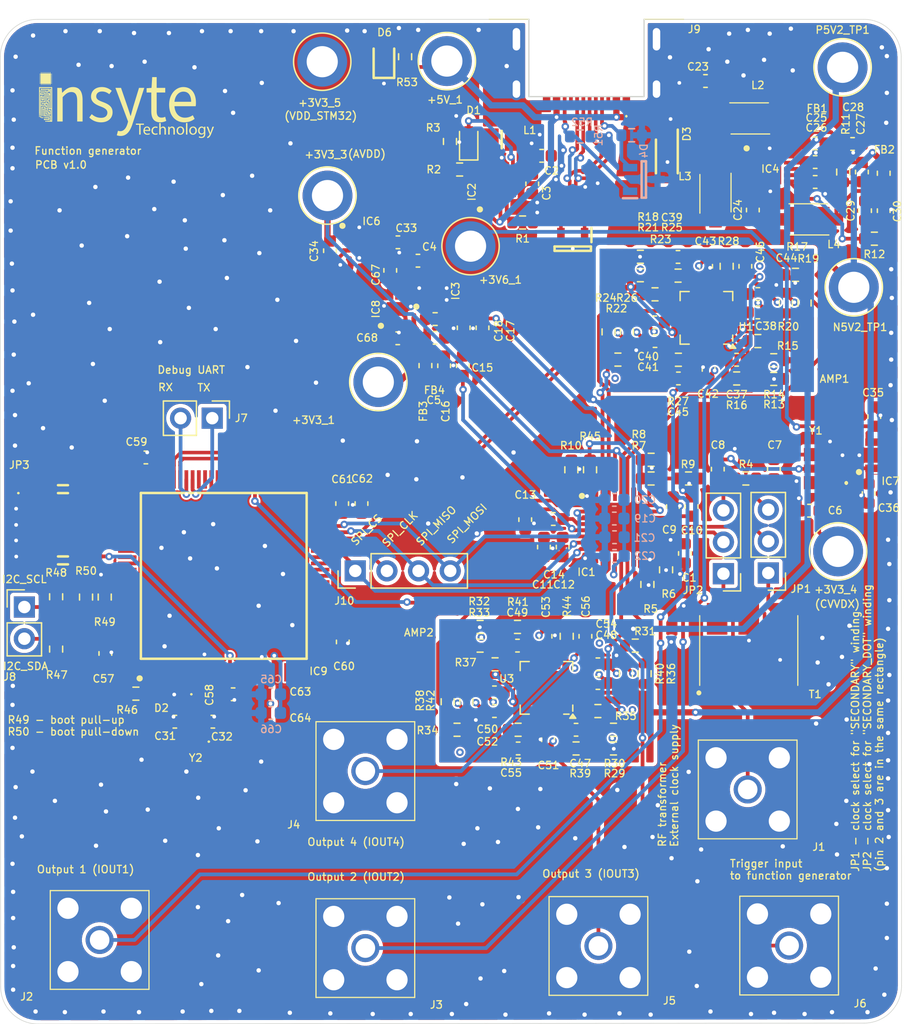
<source format=kicad_pcb>
(kicad_pcb (version 20241229) (generator "pcbnew") (generator_version "9.0")
  (title_block (title "Function generator for EFRO project") (date "2025-09-15") (rev "v1.0") (company "Insyte technology"))
  (layers (0 "F.Cu" signal) (4 "In1.Cu" signal) (6 "In2.Cu" signal) (2 "B.Cu" signal) (5 "F.SilkS" user "F.Silkscreen") (7 "B.SilkS" user "B.Silkscreen") (1 "F.Mask" user) (3 "B.Mask" user) (25 "Edge.Cuts" user))
  (net 0 "")
  (net 1 "/Power/ADM7160ACPZN3.3_1/+3V3")
  (net 2 "GND")
  (net 3 "/Function Generator/AVDD")
  (net 4 "/Function Generator/CVDDX")
  (net 5 "/Power/VDD_STM32")
  (net 6 "/Power/ADM7160ACPZN3.3_1/+3V6")
  (net 7 "/Power/5V")
  (net 8 "Net-(IC1-REFIO)")
  (net 9 "Net-(Y1-OUTPUT)")
  (net 10 "Net-(JP1-B)")
  (net 11 "Net-(Y1-COMP_OUT)")
  (net 12 "Net-(JP2-A)")
  (net 13 "/Function Generator/CLKLDO")
  (net 14 "/Function Generator/DLDO1")
  (net 15 "/Function Generator/DLDO2")
  (net 16 "/Function Generator/DVDD")
  (net 17 "/Function Generator/CLKVDD")
  (net 18 "Net-(IC4-SWN)")
  (net 19 "Net-(IC4-DN)")
  (net 20 "Net-(IC4-SSP)")
  (net 21 "Net-(IC4-SSN)")
  (net 22 "/Power/LT3472EDD/P5V2_VP")
  (net 23 "Net-(IC4-FBP)")
  (net 24 "Net-(IC4-FBN)")
  (net 25 "/Power/LT3472EDD/N5V2_VN")
  (net 26 "Net-(IC9-PC14{slash}OSC32_IN)")
  (net 27 "Net-(IC9-PC15{slash}OSC32_OUT)")
  (net 28 "/Output_Stage/Op_Amp_1/-IN_1")
  (net 29 "/Output_Stage/Op_Amp_1/FB_1")
  (net 30 "/Output_Stage/Op_Amp_1/+IN_1")
  (net 31 "/Output_Stage/Op_Amp_1/FB_2")
  (net 32 "/Output_Stage/Op_Amp_1/-IN_2")
  (net 33 "/Output_Stage/Op_Amp_1/+IN_2")
  (net 34 "/Output_Stage/N5V2")
  (net 35 "/Output_Stage/P5V2")
  (net 36 "Net-(C45-Pad1)")
  (net 37 "/Output_Stage/Op_Amp_1/AMP_OUT")
  (net 38 "Net-(C46-Pad1)")
  (net 39 "/Output_Stage/Op_Amp_1/AMP1_OUT")
  (net 40 "/Output_Stage/Op_Amp_2/FB_1")
  (net 41 "/Output_Stage/Op_Amp_2/-IN_1")
  (net 42 "/Output_Stage/Op_Amp_2/+IN_1")
  (net 43 "/Output_Stage/Op_Amp_2/-IN_2")
  (net 44 "/Output_Stage/Op_Amp_2/FB_2")
  (net 45 "/Output_Stage/Op_Amp_2/+IN_2")
  (net 46 "Net-(C55-Pad1)")
  (net 47 "/Output_Stage/Op_Amp_2/AMP_OUT")
  (net 48 "Net-(C56-Pad1)")
  (net 49 "/Output_Stage/Op_Amp_2/AMP1_OUT")
  (net 50 "Net-(D1-A)")
  (net 51 "Net-(D2-A)")
  (net 52 "/USB_C/CC1")
  (net 53 "/USB_C/CC2")
  (net 54 "/USB_C/D+")
  (net 55 "/USB_C/D-")
  (net 56 "Net-(D6-A)")
  (net 57 "Net-(IC1-FSADJ4)")
  (net 58 "/Function Generator/I_Out_P4")
  (net 59 "/Function Generator/Trigger_Input_3V3")
  (net 60 "/Function Generator/I_Out_P1")
  (net 61 "/Function Generator/CLKN")
  (net 62 "/Function Generator/SPI_MOSI")
  (net 63 "/Function Generator/SPI_CS")
  (net 64 "Net-(IC1-FSADJ1)")
  (net 65 "Net-(IC1-FSADJ3)")
  (net 66 "/Function Generator/CLKP")
  (net 67 "/Function Generator/I_Out_N3")
  (net 68 "/Function Generator/I_Out_P3")
  (net 69 "/Function Generator/SPI_MISO")
  (net 70 "/Function Generator/I_Out_P2")
  (net 71 "/Function Generator/!RESET")
  (net 72 "/Function Generator/I_Out_N4")
  (net 73 "/Function Generator/I_Out_N1")
  (net 74 "Net-(IC1-FSADJ2{slash}CAL_SENSE)")
  (net 75 "/Function Generator/SPI_CLK")
  (net 76 "/Function Generator/I_Out_N2")
  (net 77 "Net-(IC2-SW)")
  (net 78 "Net-(IC2-VID)")
  (net 81 "Net-(IC4-SWP)")
  (net 88 "Net-(IC9-PE2)")
  (net 104 "/STM32/SWDIO")
  (net 109 "/STM32/NRST")
  (net 119 "/STM32/I2C_SDA")
  (net 128 "/STM32/I2C_SCL")
  (net 137 "Net-(IC9-PA9)")
  (net 149 "/STM32/SWCLK")
  (net 150 "Net-(IC9-PA10)")
  (net 152 "Net-(IC9-BOOT0)")
  (net 163 "Net-(J1-In)")
  (net 164 "Net-(J6-In)")
  (net 167 "Net-(JP1-A)")
  (net 168 "Net-(JP2-B)")
  (net 171 "Net-(R2-Pad2)")
  (net 172 "Net-(R27-Pad2)")
  (net 173 "Net-(R28-Pad2)")
  (net 174 "Net-(R43-Pad2)")
  (net 175 "Net-(R44-Pad2)")
  (footprint "Resistor_SMD:R_0603_1608Metric" (layer "F.Cu") (at 105.538 67.838 180)
    (property "Reference" "R9")
    (property "Value" "8.06K")
  )
  (footprint "Insyte_Footprints:1420701201" (layer "F.Cu") (at 79.61 105.51)
    (property "Reference" "J3")
    (property "Value" "142-0701-201" (hide yes))
  )
  (footprint "Resistor_SMD:R_0603_1608Metric" (layer "F.Cu") (at 95.76639 80.496302 -90)
    (property "Reference" "R44")
    (property "Value" "49.9R")
  )
  (footprint "Insyte_Footprints:LQH32CH100K53L" (layer "F.Cu") (at 110.45 38.95)
    (property "Reference" "L2")
    (property "Value" "22uH" (hide yes))
  )
  (footprint "Package_CSP:Analog_LFCSP-16-1EP_4x4mm_P0.65mm_EP2.35x2.35mm" (layer "F.Cu") (at 94.14139 84.633802 180)
    (property "Reference" "U3")
    (property "Value" "ADA4817-2ACP")
  )
  (footprint "Capacitor_SMD:C_0603_1608Metric" (layer "F.Cu") (at 91.86639 89.496302)
    (property "Reference" "C55")
    (property "Value" "1uF")
  )
  (footprint "Connector_PinHeader_2.54mm:PinHeader_1x03_P2.54mm_Vertical" (layer "F.Cu") (at 111.938 75.418 180)
    (property "Reference" "JP1")
    (property "Value" "Jumper_3_Open")
  )
  (footprint "Capacitor_SMD:C_0603_1608Metric" (layer "F.Cu") (at 67.375 87.35 180)
    (property "Reference" "C32")
    (property "Value" "8pF C0G/NP0  >5%")
  )
  (footprint "Capacitor_SMD:C_0603_1608Metric" (layer "F.Cu") (at 119.99139 69.046302 -90)
    (property "Reference" "C36")
    (property "Value" "4.7uF")
  )
  (footprint "Resistor_SMD:R_0603_1608Metric" (layer "F.Cu") (at 54.8 77.325 -90)
    (property "Reference" "R48")
    (property "Value" "4K7")
  )
  (footprint "Resistor_SMD:R_0603_1608Metric" (layer "F.Cu") (at 108.6 50.8125 -90)
    (property "Reference" "R28")
    (property "Value" "49.9R")
  )
  (footprint "Insyte_Footprints:SON50P300X300X85-11N-D" (layer "F.Cu") (at 90.45 44.4 90)
    (property "Reference" "IC2")
    (property "Value" "ADP5300ACPZ-1-R7" (hide yes))
  )
  (footprint "Capacitor_SMD:C_0603_1608Metric" (layer "F.Cu") (at 94.688 71.088 180)
    (property "Reference" "C14")
    (property "Value" "0.01uF")
  )
  (footprint "Capacitor_SMD:C_0603_1608Metric" (layer "F.Cu") (at 94.26639 88.796302 90)
    (property "Reference" "C51")
    (property "Value" "0.1uF")
  )
  (footprint "Capacitor_SMD:C_0603_1608Metric" (layer "F.Cu") (at 102.85 56.8125 180)
    (property "Reference" "C41")
    (property "Value" "0.1uF")
  )
  (footprint "Capacitor_SMD:C_0603_1608Metric" (layer "F.Cu") (at 92.438 71.138 -90)
    (property "Reference" "C13")
    (property "Value" "0.1uF")
  )
  (footprint "Capacitor_SMD:C_0603_1608Metric" (layer "F.Cu") (at 89.96639 84.996302 180)
    (property "Reference" "C50")
    (property "Value" "1.5pF")
  )
  (footprint "Capacitor_SMD:C_0603_1608Metric" (layer "F.Cu") (at 94.06639 80.496302 -90)
    (property "Reference" "C53")
    (property "Value" "0.1uF")
  )
  (footprint "Resistor_SMD:R_0603_1608Metric" (layer "F.Cu") (at 104.725 58.3125)
    (property "Reference" "R27")
    (property "Value" "49.9R")
  )
  (footprint "Resistor_SMD:R_0603_1608Metric" (layer "F.Cu") (at 58.7 77.35 90)
    (property "Reference" "R49")
    (property "Value" "10K")
  )
  (footprint "Capacitor_SMD:C_0603_1608Metric" (layer "F.Cu") (at 104.725 59.8125)
    (property "Reference" "C45")
    (property "Value" "1uF")
  )
  (footprint "Resistor_SMD:R_0603_1608Metric" (layer "F.Cu") (at 86.21639 85.746302 -90)
    (property "Reference" "R38")
    (property "Value" "499R")
  )
  (footprint "Capacitor_SMD:C_0603_1608Metric" (layer "F.Cu") (at 72.025 85.14 180)
    (property "Reference" "C63")
    (property "Value" "0.01u")
  )
  (footprint "Resistor_SMD:R_0603_1608Metric" (layer "F.Cu") (at 99.125 56.075 -90)
    (property "Reference" "R24")
    (property "Value" "499R")
  )
  (footprint "Resistor_SMD:R_0603_1608Metric" (layer "F.Cu") (at 54.8 81.525 90)
    (property "Reference" "R47")
    (property "Value" "4K7")
  )
  (footprint "Resistor_SMD:R_0603_1608Metric" (layer "F.Cu") (at 101.675 50.05 180)
    (property "Reference" "R18")
    (property "Value" "1K")
  )
  (footprint "Connector_PinHeader_2.54mm:PinHeader_1x03_P2.54mm_Vertical" (layer "F.Cu") (at 108.338 75.478 180)
    (property "Reference" "JP2")
    (property "Value" "Jumper_3_Open")
  )
  (footprint "Resistor_SMD:R_0603_1608Metric" (layer "F.Cu") (at 57.2 77.35 -90)
    (property "Reference" "R50")
    (property "Value" "10K")
  )
  (footprint "Capacitor_SMD:C_0603_1608Metric" (layer "F.Cu") (at 83.830625 50.366875 180)
    (property "Reference" "C4")
    (property "Value" "4.7uF")
  )
  (footprint "Capacitor_SMD:C_0603_1608Metric" (layer "F.Cu") (at 85.930625 58.791875 90)
    (property "Reference" "C16")
    (property "Value" "100pF")
  )
  (footprint "Package_CSP:Analog_LFCSP-16-1EP_4x4mm_P0.65mm_EP2.35x2.35mm" (layer "F.Cu") (at 106.975 54.95 180)
    (property "Reference" "U1")
    (property "Value" "ADA4817-2ACP")
  )
  (footprint "Capacitor_SMD:C_0603_1608Metric" (layer "F.Cu") (at 98.26639 82.746302)
    (property "Reference" "C54")
    (property "Value" "0.1uF")
  )
  (footprint "Capacitor_SMD:C_0603_1608Metric" (layer "F.Cu") (at 93.75 41.95 180)
    (property "Reference" "C2")
    (property "Value" "10uF")
  )
  (footprint "Capacitor_SMD:C_0603_1608Metric" (layer "F.Cu") (at 115.7 42.45)
    (property "Reference" "C25")
    (property "Value" "0.1uF")
  )
  (footprint "Capacitor_SMD:C_0603_1608Metric" (layer "F.Cu") (at 107.888 67.088 -90)
    (property "Reference" "C8")
    (property "Value" "0.1uF")
  )
  (footprint "Inductor_SMD:L_0603_1608Metric" (layer "F.Cu") (at 85.209372 55.048877)
    (property "Reference" "FB4")
    (property "Value" "1.8K OHM AT 100MEGHZ")
  )
  (footprint "LED_SMD:LED_0603_1608Metric" (layer "F.Cu") (at 87.9 40.8 90)
    (property "Reference" "D1")
    (property "Value" "LED GREEN")
  )
  (footprint "Resistor_SMD:R_0603_1608Metric" (layer "F.Cu") (at 88.81639 79.746302 180)
    (property "Reference" "R32")
    (property "Value" "1K")
  )
  (footprint "Capacitor_SMD:C_0603_1608Metric" (layer "F.Cu") (at 87.430625 58.791875 90)
    (property "Reference" "C15")
    (property "Value" "0.1uF")
  )
  (footprint "Capacitor_SMD:C_0603_1608Metric" (layer "F.Cu") (at 82.206627 56.589375)
    (property "Reference" "C68")
    (property "Value" "4.7uF")
  )
  (footprint "Insyte_Footprints:1420701201" (layer "F.Cu") (at 98.31 105.34 90)
    (property "Reference" "J5")
    (property "Value" "142-0701-201" (hide yes))
  )
  (footprint "Resistor_SMD:R_0603_1608Metric" (layer "F.Cu") (at 102.01639 83.496302 90)
    (property "Reference" "R36")
    (property "Value" "499R")
  )
  (footprint "Inductor_SMD:L_0603_1608Metric" (layer "F.Cu") (at 121.2 43.35 90)
    (property "Reference" "FB2")
    (property "Value" "1.8K OHM AT 100MEGHZ")
  )
  (footprint "Capacitor_SMD:C_0603_1608Metric" (layer "F.Cu") (at 111.1 53.0375)
    (property "Reference" "C44")
    (property "Value" "0.1uF")
  )
  (footprint "Capacitor_SMD:C_0603_1608Metric" (layer "F.Cu") (at 77.75 69.85 -90)
    (property "Reference" "C61")
    (property "Value" "0.1u")
  )
  (footprint "Capacitor_SMD:C_0603_1608Metric" (layer "F.Cu") (at 69 85.15)
    (property "Reference" "C58")
    (property "Value" "0.1u")
  )
  (footprint "TestPoint:TestPoint_Loop_D3.80mm_Drill2.5mm" (layer "F.Cu") (at 80.65 60.1 -90)
    (property "Reference" "+3V3_1")
    (property "Value" "TestPoint")
  )
  (footprint "Resistor_SMD:R_0603_1608Metric" (layer "F.Cu") (at 100.6 56.0625 -90)
    (property "Reference" "R26")
    (property "Value" "499R")
  )
  (footprint "Capacitor_SMD:C_0603_1608Metric" (layer "F.Cu") (at 89.96639 86.496302 180)
    (property "Reference" "C52")
    (property "Value" "0.1uF")
  )
  (footprint "Capacitor_SMD:C_0603_1608Metric" (layer "F.Cu") (at 110.1 50.8125 -90)
    (property "Reference" "C46")
    (property "Value" "1uF")
  )
  (footprint "Resistor_SMD:R_0603_1608Metric" (layer "F.Cu") (at 96.138 67.138 -90)
    (property "Reference" "R10")
    (property "Value" "9.1K")
  )
  (footprint "Resistor_SMD:R_0603_1608Metric" (layer "F.Cu") (at 96.51639 89.496302 180)
    (property "Reference" "R39")
    (property "Value" "499R")
  )
  (footprint "Resistor_SMD:R_0603_1608Metric" (layer "F.Cu") (at 117.95 43.25 90)
    (property "Reference" "R11")
    (property "Value" "158K")
  )
  (footprint "Capacitor_SMD:C_0603_1608Metric" (layer "F.Cu") (at 106.95 50.8125 -90)
    (property "Reference" "C43")
    (property "Value" "0.1uF")
  )
  (footprint "Capacitor_SMD:C_0603_1608Metric" (layer "F.Cu") (at 115.24139 70.421302 180)
    (property "Reference" "C6")
    (property "Value" "0.1uF")
  )
  (footprint "Capacitor_SMD:C_0603_1608Metric" (layer "F.Cu") (at 85.199372 56.548877)
    (property "Reference" "C5")
    (property "Value" "4.7uF")
  )
  (footprint "Capacitor_SMD:C_0603_1608Metric" (layer "F.Cu") (at 104.695 50.0625)
    (property "Reference" "C39")
    (property "Value" "1.5pF")
  )
  (footprint "Resistor_SMD:R_0603_1608Metric" (layer "F.Cu") (at 97.638 67.138 90)
    (property "Reference" "R45")
    (property "Value" "4.7K")
  )
  (footprint "Resistor_SMD:R_0603_1608Metric" (layer "F.Cu") (at 104.7 51.5625)
    (property "Reference" "R25")
    (property "Value" "499R")
  )
  (footprint "Capacitor_SMD:C_0603_1608Metric" (layer "F.Cu") (at 58.75 81.875 90)
    (property "Reference" "C57")
    (property "Value" "0.1u")
  )
  (footprint "Resistor_SMD:R_0603_1608Metric" (layer "F.Cu") (at 86.4 40.8 90)
    (property "Reference" "R3")
    (property "Value" "0R")
  )
  (footprint "Insyte_Footprints:SON65P200X200X65-7N-D" (layer "F.Cu") (at 120.54139 65.971302 90)
    (property "Reference" "IC7")
    (property "Value" "ADM7160ACPZN3.3-R7" (hide yes))
  )
  (footprint "TestPoint:TestPoint_Loop_D3.80mm_Drill2.5mm" (layer "F.Cu") (at 88.05 49.2)
    (property "Reference" "+3V6_1")
    (property "Value" "TestPoint")
  )
  (footprint "Insyte_Footprints:SON65P200X200X65-7N-D" (layer "F.Cu") (at 82.181627 54.239375 90)
    (property "Reference" "IC8")
    (property "Value" "ADM7160ACPZN3.3-R7" (hide yes))
  )
  (footprint "Resistor_SMD:R_0603_1608Metric" (layer "F.Cu") (at 87.175 43.05 180)
    (property "Reference" "R2")
    (property "Value" "100R")
  )
  (footprint "Capacitor_SMD:C_0603_1608Metric" (layer "F.Cu") (at 89.009372 55.748877 -90)
    (property "Reference" "C17")
    (property "Value" "0.1uF")
  )
  (footprint "Insyte_Footprints:SODFL3618X110N" (layer "F.Cu") (at 103.8 42 -90)
    (property "Reference" "D3")
    (property "Value" "SMF5.0A" (hide yes))
  )
  (footprint "Resistor_SMD:R_0603_1608Metric" (layer "F.Cu") (at 91.81639 79.746302)
    (property "Reference" "R41")
    (property "Value" "499R")
  )
  (footprint "Capacitor_SMD:C_0603_1608Metric" (layer "F.Cu") (at 107.15 59.0875 90)
    (property "Reference" "C42")
    (property "Value" "0.1uF")
  )
  (footprint "Insyte_Footprints:SOT95P237X125-3N" (layer "F.Cu") (at 96.25 49.4 -90)
    (property "Reference" "D5" (hide yes))
    (property "Value" "SM05.TCT" (hide yes))
  )
  (footprint "Capacitor_SMD:C_0603_1608Metric" (layer "F.Cu") (at 106.9 35.95 180)
    (property "Reference" "C23")
    (property "Value" "2.2uF")
  )
  (footprint "Resistor_SMD:R_0603_1608Metric" (layer "F.Cu") (at 109.4 59.8125 180)
    (property "Reference" "R16")
    (property "Value" "499R")
  )
  (footprint "Capacitor_SMD:C_0603_1608Metric" (layer "F.Cu") (at 97.26639 80.496302 -90)
    (property "Reference" "C56")
    (property "Value" "1uF")
  )
  (footprint "Resistor_SMD:R_0603_1608Metric" (layer "F.Cu") (at 120.45 48.6)
    (property "Reference" "R12")
    (property "Value" "210K")
  )
  (footprint "Capacitor_SMD:C_0603_1608Metric" (layer "F.Cu") (at 115.7 44.05)
    (property "Reference" "C26")
    (property "Value" "0.1uF")
  )
  (footprint "Capacitor_SMD:C_0603_1608Metric" (layer "F.Cu") (at 76.771875 49.564375 -90)
    (property "Reference" "C34")
    (property "Value" "4.7uF")
  )
  (footprint "Connector_PinHeader_2.54mm:PinHeader_1x02_P2.54mm_Vertical" (layer "F.Cu") (at 52.25 78.15)
    (property "Reference" "J8")
    (property "Value" "I2C_TP1")
  )
  (footprint "Resistor_SMD:R_0603_1608Metric" (layer "F.Cu") (at 112.375 59.85)
    (property "Reference" "R13")
    (property "Value" "1K")
  )
  (footprint "Insyte_Footprints:QFP50P1600X1600X160-100N" (layer "F.Cu") (at 68.25 75.65 90)
    (property "Reference" "IC9")
    (property "Value" "STM32L476VGT6" (hide yes))
  )
  (footprint "Capacitor_SMD:C_0603_1608Metric" (layer "F.Cu") (at 109.4 58.3125 180)
    (property "Reference" "C37")
    (property "Value" "1.5pF")
  )
  (footprint "Resistor_SMD:R_0603_1608Metric" (layer "F.Cu") (at 92.225 47.3)
    (property "Reference" "R1")
    (property "Value" "499K")
  )
  (footprint "Resistor_SMD:R_0603_1608Metric" (layer "F.Cu") (at 91.86639 87.996302)
    (property "Reference" "R43")
    (property "Value" "49.9R")
  )
  (footprint "Capacitor_SMD:C_0603_1608Metric" (layer "F.Cu") (at 81.606627 51.139375 90)
    (property "Reference" "C67")
    (property "Value" "4.7uF")
  )
  (footprint "Capacitor_SMD:C_0603_1608Metric" (layer "F.Cu") (at 119.45 43.25 90)
    (property "Reference" "C27")
    (property "Value" "4.7pF")
  )
  (footprint "Connector_PinHeader_2.54mm:PinHeader_1x04_P2.54mm_Vertical" (layer "F.Cu") (at 78.8 75.25 90)
    (property "Reference" "J10")
    (property "Value" "SPI_TP_1")
  )
  (footprint "Capacitor_SMD:C_0603_1608Metric" (layer "F.Cu") (at 95.438 73.338 -90)
    (property "Reference" "C12")
    (property "Value" "100pF")
  )
  (footprint "Insyte_Logo_Footprints:15x6_Insyte_Logo" (layer "F.Cu") (at 60.35 37.8)
    (property "Reference" "U4" (hide yes))
    (property "Value" "~" (hide yes))
  )
  (footprint "Insyte_Footprints:1420701201" (layer "F.Cu") (at 79.61 91.31 90)
    (property "Reference" "J4")
    (property "Value" "142-0701-201" (hide yes))
  )
  (footprint "Resistor_SMD:R_0603_1608Metric" (layer "F.Cu") (at 101.26639 81.246302 180)
    (property "Reference" "R31")
    (property "Value" "1K")
  )
  (footprint "Capacitor_SMD:C_0603_1608Metric" (layer "F.Cu") (at 104.288 70.088 90)
    (property "Reference" "C9")
    (property "Value" "0.1uF")
  )
  (footprint "Insyte_Footprints:1420701201" (layer "F.Cu") (at 58.29 104.86)
    (property "Reference" "J2")
    (property "Value" "142-0701-201" (hide yes))
  )
  (footprint "Resistor_SMD:R_0603_1608Metric" (layer "F.Cu") (at 86.96639 87.996302)
    (property "Reference" "R34")
    (property "Value" "1K")
  )
  (footprint "TestPoint:TestPoint_Loop_D3.80mm_Drill2.5mm" (layer "F.Cu") (at 76.571875 45.139375 180)
    (property "Reference" "+3V3_3")
    (property "Value" "TestPoint")
  )
  (footprint "Insyte_Footprints:LQH32CH100K53L" (layer "F.Cu") (at 115.2 47.05 180)
    (property "Reference" "L4")
    (property "Value" "47uH" (hide yes))
  )
  (footprint "Capacitor_SMD:C_0603_1608Metric" (layer "F.Cu") (at 77.8 80.95 -90)
    (property "Reference" "C60")
    (property "Value" "0.1u")
  )
  (footprint "Capacitor_SMD:C_0603_1608Metric" (layer "F.Cu") (at 82.221875 48.889375)
    (property "Reference" "C33")
    (property "Value" "4.7uF")
  )
  (footprint "Resistor_SMD:R_0603_1608Metric" (layer "F.Cu") (at 102.538 66.338 180)
    (property "Reference" "R8")
    (property "Value" "8.06K")
  )
  (footprint "TestPoint:TestPoint_Loop_D3.80mm_Drill2.5mm" (layer "F.Cu") (at 118.8 52.5)
    (property "Reference" "N5V2_TP1")
    (property "Value" "TestPoint")
  )
  (footprint "Resistor_SMD:R_0603_1608Metric" (layer "F.Cu") (at 111.1 56.8125)
    (property "Reference" "R15")
    (property "Value" "499R")
  )
  (footprint "TestPoint:TestPoint_Loop_D3.80mm_Drill2.5mm" (layer "F.Cu") (at 86.15 34.35)
    (property "Reference" "+5V_1")
    (property "Value" "TestPoint")
  )
  (footprint "Capacitor_SMD:C_0603_1608Metric" (layer "F.Cu") (at 91.81639 81.246302)
    (property "Reference" "C49")
    (property "Value" "1.5pF")
  )
  (footprint "Insyte_Footprints:1420701201" (layer "F.Cu") (at 110.285 92.785 90)
    (property "Reference" "J1")
    (property "Value" "142-0701-201" (hide yes))
  )
  (footprint "Resistor_SMD:R_0603_1608Metric" (layer "F.Cu") (at 82.8 34 90)
    (property "Reference" "R53")
    (property "Value" "325R")
  )
  (footprint "Capacitor_SMD:C_0603_1608Metric" (layer "F.Cu") (at 112.388 67.088 -90)
    (property "Reference" "C7")
    (property "Value" "0.1uF")
  )
  (footprint "Insyte_Footprints:CSL1901MW1" (layer "F.Cu") (at 64.2 85.15 180)
    (property "Reference" "D2")
    (property "Value" "CSL1901MW1" (hide yes))
  )
  (footprint "Resistor_SMD:R_0603_1608Metric" (layer "F.Cu") (at 102.538 67.838)
    (property "Reference" "R7")
    (property "Value" "0R")
  )
  (footprint "Insyte_Footprints:AX3_3.2x2.5" (layer "F.Cu") (at 116.09139 67.046302 90)
    (property "Reference" "Y1")
    (property "Value" "AX3DCF1-156.2500T" (hide yes))
  )
  (footprint "Capacitor_SMD:C_0603_1608Metric" (layer "F.Cu") (at 87.499372 55.748877 -90)
    (property "Reference" "C18")
    (property "Value" "100pF")
  )
  (footprint "Capacitor_SMD:C_0603_1608Metric" (layer "F.Cu") (at 102.825 55.3125 180)
    (property "Reference" "C40")
    (property "Value" "1.5pF")
  )
  (footprint "Capacitor_SMD:C_0603_1608Metric" (layer "F.Cu") (at 64.325 87.35)
    (property "Reference" "C31")
    (property "Value" "8pF C0G/NP0  >5%")
  )
  (footprint "Insyte_Footprints:QFN50P500X500X80-33N-D" (layer "F.Cu") (at 99.888 71.738)
    (property "Reference" "IC1")
    (property "Value" "AD9106BCPZ" (hide yes))
  )
  (footprint "Insyte_Footprints:2002112100010C4LF" (layer "F.Cu") (at 55.35 71.55 -90)
    (property "Reference" "JP3")
    (property "Value" "20021121-00010C4LF" (hide yes))
  )
  (footprint "Capacitor_SMD:C_0603_1608Metric" (layer "F.Cu") (at 72.025 86.65 180)
    (property "Reference" "C64")
    (property "Value" "1u")
  )
  (footprint "Resistor_SMD:R_0603_1608Metric" (layer "F.Cu") (at 114.85 53.7625 90)
    (property "Reference" "R19")
    (property "Value" "499R")
  )
  (footprint "Resistor_SMD:R_0603_1608Metric" (layer "F.Cu") (at 98.26639 86.496302)
    (property "Reference" "R35")
    (property "Value" "499R")
  )
  (footprint "Insyte_Footprints:SON50P300X300X80-11N-D" (layer "F.Cu") (at 112.1 43)
    (property "Reference" "IC4")
    (property "Value" "LT3472EDD#PBF" (hide yes))
  )
  (footprint "Resistor_SMD:R_0603_1608Metric" (layer "F.Cu") (at 90.01639 82.746302 180)
    (property "Reference" "R37")
    (property "Value" "499R")
  )
  (footprint "Capacitor_SMD:C_0603_1608Metric" (layer "F.Cu") (at 121.2 46.35 90)
    (property "Reference" "C30")
    (property "Value" "2.2uF")
  )
  (footprint "Resistor_SMD:R_0603_1608Metric" (layer "F.Cu") (at 87.71639 85.746302 -90)
    (property "Reference" "R42")
    (property "Value" "499R")
  )
  (footprint "Resistor_SMD:R_0603_1608Metric" (layer "F.Cu") (at 99.51639 87.996302 180)
    (property "Reference" "R30")
    (property "Value" "1K")
  )
  (footprint "Capacitor_SMD:C_0603_1608Metric" (layer "F.Cu") (at 98.26639 84.246302)
    (property "Reference" "C48")
    (property "Value" "1.5pF")
  )
  (footprint "Capacitor_SMD:C_0603_1608Metric" (layer "F.Cu") (at 111.1 54.5125)
    (property "Reference" "C38")
    (property "Value" "1.5pF")
  )
  (footprint "Resistor_SMD:R_0603_1608Metric" (layer "F.Cu") (at 61.2 85.1)
    (property "Reference" "R46")
    (property "Value" "750")
  )
  (footprint "Insyte_Footprints:INDC2016X100N" (layer "F.Cu") (at 90.55 40.65)
    (property "Reference" "L1")
    (property "Value" "MLP2016H2R2MT0S1" (hide yes))
  )
  (footprint "Resistor_SMD:R_0603_1608Metric" (layer "F.Cu") (at 112.375 58.35 180)
    (property "Reference" "R14")
    (property "Value" "1K")
  )
  (footprint "Resistor_SMD:R_0603_1608Metric" (layer "F.Cu") (at 103.738 75.163 -90)
    (property "Reference" "R6")
    (property "Value" "8.06K")
  )
  (footprint "Capacitor_SMD:C_0603_1608Metric" (layer "F.Cu") (at 118.7 41)
    (property "Reference" "C28")
    (property "Value" "2.2uF")
  )
  (footprint "Resistor_SMD:R_0603_1608Metric" (layer "F.Cu") (at 99.51639 89.496302)
    (property "Reference" "R29")
    (property "Value" "1K")
  )
  (footprint "Insyte_Footprints:1420701201" (layer "F.Cu") (at 113.61 105.31 180)
    (property "Reference" "J6")
    (property "Value" "142-0701-201" (hide yes))
  )
  (footprint "Inductor_SMD:L_0603_1608Metric" (layer "F.Cu") (at 115.7 40.95)
    (property "Reference" "FB1")
    (property "Value" "1.8K OHM AT 100MEGHZ")
  )
  (footprint "Resistor_SMD:R_0603_1608Metric" (layer "F.Cu") (at 88.81639 81.246302)
    (property "Reference" "R33")
    (property "Value" "1K")
  )
  (footprint "Capacitor_SMD:C_0603_1608Metric" (layer "F.Cu") (at 96.51639 87.996302 180)
    (property "Reference" "C47")
    (property "Value" "1.5pF")
  )
  (footprint "Resistor_SMD:R_0603_1608Metric" (layer "F.Cu") (at 114.125 51.5 180)
    (property "Reference" "R17")
    (property "Value" "1K")
  )
  (footprint "Capacitor_SMD:C_0603_1608Metric" (layer "F.Cu") (at 93 44.2 -90)
    (property "Reference" "C3")
    (property "Value" "10uF")
  )
  (footprint "Capacitor_SMD:C_0603_1608Metric" (layer "F.Cu") (at 62 66.15)
    (property "Reference" "C59")
    (property "Value" "0.1u")
  )
  (footprint "Insyte_Footprints:LEDC1608X85N" (layer "F.Cu") (at 81.1 34.15 90)
    (property "Reference" "D6")
    (property "Value" "APT1608LZGCK" (hide yes))
  )
  (footprint "Resistor_SMD:R_0603_1608Metric" (layer "F.Cu") (at 102.85 53.0625 180)
    (property "Reference" "R23")
    (property "Value" "499R")
  )
  (footprint "Capacitor_SMD:C_0603_1608Metric" (layer "F.Cu") (at 105.25 73.85 -90)
    (property "Reference" "C1")
    (property "Value" "0.1uF")
  )
  (footprint "Insyte_Footprints:ECS327516TR" (layer "F.Cu") (at 65.9 88.95 180)
    (property "Reference" "Y2")
    (property "Value" "ECS-.327-7-16-C-TR" (hide yes))
  )
  (footprint "TestPoint:TestPoint_Loop_D3.80mm_Drill2.5mm" (layer "F.Cu") (at 76.15 34.4 90)
    (property "Reference" "+3V3_5")
    (property "Value" "TestPoint")
  )
  (footprint "Capacitor_SMD:C_0603_1608Metric" (layer "F.Cu") (at 110.7 46.3 90)
    (property "Reference" "C24")
    (property "Value" "1uF")
  )
  (footprint "Resistor_SMD:R_0603_1608Metric" (layer "F.Cu") (at 100.51639 83.496302 90)
    (property "Reference" "R40")
    (property "Value" "499R")
  )
  (footprint "Insyte_Footprints:SON65P200X200X65-7N-D" (layer "F.Cu") (at 85.024372 52.698877 90)
    (property "Reference" "IC3")
    (property "Value" "ADM7160ACPZN3.3-R7" (hide yes))
  )
  (footprint "Resistor_SMD:R_0603_1608Metric" (layer "F.Cu") (at 102.238 76.338 -90)
    (property "Reference" "R5")
    (property "Value" "8.06K")
  )
  (footprint "Resistor_SMD:R_0603_1608Metric" (layer "F.Cu") (at 101.675 51.53)
    (property "Reference" "R21")
    (property "Value" "1K")
  )
  (footprint "Insyte_Footprints:SON65P200X200X65-7N-D" (layer "F.Cu") (at 79.121875 48.889375)
    (property "Reference" "IC6")
    (property "Value" "ADM7160ACPZN3.3-R7" (hide yes))
  )
  (footprint "Capacitor_SMD:C_0603_1608Metric" (layer "F.Cu") (at 120.44139 62.871302 90)
    (property "Reference" "C35")
    (property "Value" "4.7uF")
  )
  (footprint "Inductor_SMD:L_0603_1608Metric" (layer "F.Cu") (at 84.430625 58.779375 -90)
    (property "Reference" "FB3")
    (property "Value" "1.8K OHM AT 100MEGHZ")
  )
  (footprint "Resistor_SMD:R_0603_1608Metric" (layer "F.Cu") (at 99.875 58.3)
    (property "Reference" "R22")
    (property "Value" "1K")
  )
  (footprint "TestPoint:TestPoint_Loop_D3.80mm_Drill2.5mm" (layer "F.Cu") (at 117.9 34.85)
    (property "Reference" "P5V2_TP1")
    (property "Value" "TestPoint")
  )
  (footprint "Capacitor_SMD:C_0603_1608Metric" (layer "F.Cu") (at 105.788 70.088 90)
    (property "Reference" "C10")
    (property "Value" "100pF")
  )
  (footprint "Insyte_Footprints:ADT21T" (layer "F.Cu") (at 110.3705 81.638)
    (property "Reference" "T1")
    (property "Value" "ADT2-1T+" (hide yes))
  )
  (footprint "Resistor_SMD:R_0603_1608Metric" (layer "F.Cu") (at 110.138 67.838 180)
    (property "Reference" "R4")
    (property "Value" "100R")
  )
  (footprint "Capacitor_SMD:C_0603_1608Metric" (layer "F.Cu") (at 119.7 46.35 90)
    (property "Reference" "C29")
    (property "Value" "10pF")
  )
  (footprint "Capacitor_SMD:C_0603_1608Metric" (layer "F.Cu") (at 93.938 73.338 -90)
    (property "Reference" "C11")
    (property "Value" "0.1uF")
  )
  (footprint "Capacitor_SMD:C_0603_1608Metric" (layer "F.Cu") (at 79.3 69.85 -90)
    (property "Reference" "C62")
    (property "Value" "4.7u")
  )
  (footprint "Connector_PinHeader_2.54mm:PinHeader_1x02_P2.54mm_Vertical" (layer "F.Cu") (at 67.325 63 -90)
    (property "Reference" "J7")
    (property "Value" "DEBUG_UART_TP_1")
  )
  (footprint "Resistor_SMD:R_0603_1608Metric" (layer "F.Cu") (at 113.35 53.7625 90)
    (property "Reference" "R20")
    (property "Value" "499R")
  )
  (footprint "Insyte_Footprints:USB4500030A" (layer "F.Cu") (at 97.35 33.75 180)
    (property "Reference" "J9")
    (property "Value" "USB4500-03-0-A" (hide yes))
    (fp_line (start 4.62 2.75) (end 4.62 -3.45) (stroke (width 0.1)) (layer "Edge.Cuts"))
    (fp_line (start 4.62 -3.45) (end -4.62 -3.45) (stroke (width 0.1)) (layer "Edge.Cuts"))
    (fp_line (start -4.62 2.75) (end -4.62 -3.45) (stroke (width 0.1)) (layer "Edge.Cuts"))
  )
  (footprint "Insyte_Footprints:LQH32CH100K53L" (layer "F.Cu") (at 107.7 44.95 90)
    (property "Reference" "L3")
    (property "Value" "47uH" (hide yes))
  )
  (footprint "TestPoint:TestPoint_Loop_D3.80mm_Drill2.5mm" (layer "F.Cu") (at 117.538 73.688)
    (property "Reference" "+3V3_4")
    (property "Value" "TestPoint")
  )
  (footprint "Resistor_SMD:R_0603_1608Metric" (layer "B.Cu") (at 100.975 40.3)
    (property "Reference" "R51")
    (property "Value" "5.1K")
  )
  (footprint "Capacitor_SMD:C_0603_1608Metric" (layer "B.Cu") (at 72.025 86.65 180)
    (property "Reference" "C66")
    (property "Value" "1u")
  )
  (footprint "Capacitor_SMD:C_0603_1608Metric" (layer "B.Cu") (at 99.6 72.55 180)
    (property "Reference" "C21")
    (property "Value" "0.1uF")
  )
  (footprint "Capacitor_SMD:C_0603_1608Metric" (layer "B.Cu") (at 99.6 74.05 180)
    (property "Reference" "C22")
    (property "Value" "100pF")
  )
  (footprint "Capacitor_SMD:C_0603_1608Metric" (layer "B.Cu") (at 72.025 85.15 180)
    (property "Reference" "C65")
    (property "Value" "0.1u")
  )
  (footprint "Capacitor_SMD:C_0603_1608Metric" (layer "B.Cu") (at 99.584048 71.05 180)
    (property "Reference" "C19")
    (property "Value" "0.1uF")
  )
  (footprint "Insyte_Footprints:SOT95P237X125-3N" (layer "B.Cu") (at 101.95 43.85)
    (property "Reference" "D4")
    (property "Value" "SM05.TCT" (hide yes))
  )
  (footprint "Resistor_SMD:R_0603_1608Metric" (layer "B.Cu") (at 96.85 40.4)
    (property "Reference" "R52")
    (property "Value" "5.1K")
  )
  (footprint "Capacitor_SMD:C_0603_1608Metric" (layer "B.Cu") (at 99.584048 69.55 180)
    (property "Reference" "C20")
    (property "Value" "100pF")
  )
  (gr_line (start 122.599991 34.00733) (end 122.628679 108.52868) (stroke (width 0.05)) (layer "Edge.Cuts"))
  (gr_arc (start 122.62868 108.531278) (mid 121.749082 110.650919) (end 119.62868 111.528681) (stroke (width 0.05)) (layer "Edge.Cuts"))
  (gr_line (start 101.97 31) (end 119.6 31) (stroke (width 0.05)) (layer "Edge.Cuts"))
  (gr_line (start 50.35 108.6) (end 50.32132 34) (stroke (width 0.05)) (layer "Edge.Cuts"))
  (gr_line (start 119.62868 111.52868) (end 53.35 111.6) (stroke (width 0.05)) (layer "Edge.Cuts"))
  (gr_arc (start 119.6 31) (mid 121.72132 31.87868) (end 122.6 34) (stroke (width 0.05)) (layer "Edge.Cuts"))
  (gr_line (start 53.32132 31.000021) (end 92.73 31) (stroke (width 0.05)) (layer "Edge.Cuts"))
  (gr_arc (start 50.321341 34) (mid 51.200015 31.878695) (end 53.32132 31.000021) (stroke (width 0.05)) (layer "Edge.Cuts"))
  (gr_arc (start 53.35 111.6) (mid 51.22868 110.72132) (end 50.35 108.6) (stroke (width 0.05)) (layer "Edge.Cuts"))
  (gr_text "Function generator" (at 53 41.9 0) (layer "F.SilkS") (effects (font (size 0.6 0.6) (thickness 0.1) (bold yes)) (justify left bottom)))
  (gr_text "Output 1 (IOUT1)" (at 53.2 99.55 0) (layer "F.SilkS") (effects (font (size 0.6 0.6) (thickness 0.1) (bold yes)) (justify left bottom)))
  (gr_text "SPI_MISO" (at 84.05 73.375 45) (layer "F.SilkS") (effects (font (size 0.6 0.6) (thickness 0.1) (bold yes)) (justify left bottom)))
  (gr_text "Output 4 (IOUT4)" (at 74.9 97.35 0) (layer "F.SilkS") (effects (font (size 0.6 0.6) (thickness 0.1) (bold yes)) (justify left bottom)))
  (gr_text "SPI_MOSI" (at 86.525 73.2 45) (layer "F.SilkS") (effects (font (size 0.6 0.6) (thickness 0.1) (bold yes)) (justify left bottom)))
  (gr_text "Debug UART" (at 62.875 59.475 0) (layer "F.SilkS") (effects (font (size 0.6 0.6) (thickness 0.1) (bold yes)) (justify left bottom)))
  (gr_text "RF transformer\nExternal clock supply" (at 104.75 97.45 90) (layer "F.SilkS") (effects (font (size 0.6 0.6) (thickness 0.1) (bold yes)) (justify left bottom)))
  (gr_text "(VDD_STM32)\n" (at 73.05 39.1 0) (layer "F.SilkS") (effects (font (size 0.6 0.6) (thickness 0.1) (bold yes)) (justify left bottom)))
  (gr_text "Output 2 (IOUT2)" (at 74.9 100.15 0) (layer "F.SilkS") (effects (font (size 0.6 0.6) (thickness 0.1) (bold yes)) (justify left bottom)))
  (gr_text "Output 3 (IOUT3)" (at 93.75 99.9 0) (layer "F.SilkS") (effects (font (size 0.6 0.6) (thickness 0.1) (bold yes)) (justify left bottom)))
  (gr_text "I2C_SCL" (at 50.4 76.275 0) (layer "F.SilkS") (effects (font (size 0.6 0.6) (thickness 0.1) (bold yes)) (justify left bottom)))
  (gr_text "TX" (at 66.075 60.9 0) (layer "F.SilkS") (effects (font (size 0.6 0.6) (thickness 0.1) (bold yes)) (justify left bottom)))
  (gr_text "(CVVDX)" (at 115.612 78.262 0) (layer "F.SilkS") (effects (font (size 0.6 0.6) (thickness 0.1) (bold yes)) (justify left bottom)))
  (gr_text "PCB v1.0" (at 53.05 43.025 0) (layer "F.SilkS") (effects (font (size 0.6 0.6) (thickness 0.1) (bold yes)) (justify left bottom)))
  (gr_text "R50 - boot pull-down" (at 50.85 88.5 0) (layer "F.SilkS") (effects (font (size 0.6 0.6) (thickness 0.1) (bold yes)) (justify left bottom)))
  (gr_text "(AVDD)" (at 78.15 42.15 0) (layer "F.SilkS") (effects (font (size 0.6 0.6) (thickness 0.1) (bold yes)) (justify left bottom)))
  (gr_text "AMP2\n" (at 82.65 80.55 0) (layer "F.SilkS") (effects (font (size 0.6 0.6) (thickness 0.1) (bold yes)) (justify left bottom)))
  (gr_text "Trigger input\nto function generator" (at 108.8 100.05 0) (layer "F.SilkS") (effects (font (size 0.6 0.6) (thickness 0.1) (bold yes)) (justify left bottom)))
  (gr_text "SPI_CLK" (at 81.325 73.475 45) (layer "F.SilkS") (effects (font (size 0.6 0.6) (thickness 0.1) (bold yes)) (justify left bottom)))
  (gr_text "AMP1" (at 116 60.2 0) (layer "F.SilkS") (effects (font (size 0.6 0.6) (thickness 0.1) (bold yes)) (justify left bottom)))
  (gr_text "JP1 - clock select for {dblquote}SECONDARY{dblquote} winding\nJP2 - clock select for {dblquote}SECONDARY_DOT{dblquote} winding\n(pin 2 and 3 are in the same rectangle)" (at 121.2 99.45 90) (layer "F.SilkS") (effects (font (size 0.6 0.6) (thickness 0.1) (bold yes)) (justify left bottom)))
  (gr_text "SPI_CS" (at 78.825 73.35 45) (layer "F.SilkS") (effects (font (size 0.6 0.6) (thickness 0.1) (bold yes)) (justify left bottom)))
  (gr_text "I2C_SDA" (at 50.475 83.25 0) (layer "F.SilkS") (effects (font (size 0.6 0.6) (thickness 0.1) (bold yes)) (justify left bottom)))
  (gr_text "R49 - boot pull-up" (at 50.85 87.55 0) (layer "F.SilkS") (effects (font (size 0.6 0.6) (thickness 0.1) (bold yes)) (justify left bottom)))
  (gr_text "RX" (at 62.925 60.875 0) (layer "F.SilkS") (effects (font (size 0.6 0.6) (thickness 0.1) (bold yes)) (justify left bottom)))
  (segment (start 84.430625 57.991875) (end 84.430625 56.55513) (width 0.3) (layer "F.Cu") (net 1))
  (segment (start 84.421872 55.048877) (end 84.421872 53.796377) (width 0.3) (layer "F.Cu") (net 1))
  (segment (start 80.65 60.1) (end 82.3225 60.1) (width 0.5) (layer "F.Cu") (net 1))
  (segment (start 82.3225 60.1) (end 84.430625 57.991875) (width 0.5) (layer "F.Cu") (net 1))
  (segment (start 84.421872 53.796377) (end 84.374372 53.748877) (width 0.3) (layer "F.Cu") (net 1))
  (segment (start 84.421872 56.546377) (end 84.424372 56.548877) (width 0.3) (layer "F.Cu") (net 1))
  (segment (start 84.430625 56.55513) (end 84.424372 56.548877) (width 0.3) (layer "F.Cu") (net 1))
  (segment (start 84.421872 55.048877) (end 84.421872 56.546377) (width 0.3) (layer "F.Cu") (net 1))
  (segment (start 82.831627 54.889375) (end 82.181627 54.239375) (width 0.3) (layer "F.Cu") (net 2))
  (segment (start 112.9105 82.4105) (end 112.888 82.388) (width 0.3) (layer "F.Cu") (net 2))
  (segment (start 92.975 41.825) (end 93.05 41.75) (width 0.3) (layer "F.Cu") (net 2))
  (segment (start 66.75 82) (end 66.7 81.95) (width 0.3) (layer "F.Cu") (net 2))
  (segment (start 85.898623 53.748877) (end 85.674372 53.748877) (width 0.3) (layer "F.Cu") (net 2))
  (segment (start 53.4 71.55) (end 53.4 72.82) (width 0.5) (layer "F.Cu") (net 2))
  (segment (start 112.9105 84.178) (end 112.9105 82.4105) (width 0.3) (layer "F.Cu") (net 2))
  (segment (start 111.875 53.0375) (end 112.0125 53.0375) (width 0.3) (layer "F.Cu") (net 2))
  (segment (start 114.46639 70.421302) (end 114.46639 69.496302) (width 0.3) (layer "F.Cu") (net 2))
  (segment (start 89.009372 56.523877) (end 88.985622 56.523877) (width 0.3) (layer "F.Cu") (net 2))
  (segment (start 96.138 66.313) (end 96.138 66.438) (width 0.3) (layer "F.Cu") (net 2))
  (segment (start 81.683125 50.364375) (end 82.330625 49.716875) (width 0.5) (layer "F.Cu") (net 2))
  (segment (start 93.05 46.85) (end 93.4 46.5) (width 0.3) (layer "F.Cu") (net 2))
  (segment (start 58.8 81.15) (end 58.75 81.1) (width 0.3) (layer "F.Cu") (net 2))
  (segment (start 121.787045 46.237045) (end 121.57704 46.237045) (width 0.3) (layer "F.Cu") (net 2))
  (segment (start 95.313 74.113) (end 94.638 73.438) (width 0.3) (layer "F.Cu") (net 2))
  (segment (start 85.998623 52.698877) (end 86.133125 52.564375) (width 0.3) (layer "F.Cu") (net 2))
  (segment (start 78.471875 49.539375) (end 79.121875 48.889375) (width 0.3) (layer "F.Cu") (net 2))
  (segment (start 107.15 59.8625) (end 107.15 59.658781) (width 0.3) (layer "F.Cu") (net 2))
  (segment (start 93 44.975) (end 93 45.3) (width 0.3) (layer "F.Cu") (net 2))
  (segment (start 69.775 85.15) (end 69.55 85.15) (width 0.3) (layer "F.Cu") (net 2))
  (segment (start 60.512 81.15) (end 58.8 81.15) (width 0.3) (layer "F.Cu") (net 2))
  (segment (start 93.488 71.088) (end 93.138 71.438) (width 0.3) (layer "F.Cu") (net 2))
  (segment (start 102.075 56.8) (end 101.375 56.1) (width 0.3) (layer "F.Cu") (net 2))
  (segment (start 110.3705 79.098) (end 110.3705 80.8205) (width 0.3) (layer "F.Cu") (net 2))
  (segment (start 81.1 34.95) (end 81.1 36.15) (width 0.3) (layer "F.Cu") (net 2))
  (segment (start 94.06639 79.899768) (end 93.540691 80.425467) (width 0.3) (layer "F.Cu") (net 2))
  (segment (start 87.8875 41.5875) (end 87.15 40.85) (width 0.3) (layer "F.Cu") (net 2))
  (segment (start 65.025 85.15) (end 64.295 85.15) (width 0.3) (layer "F.Cu") (net 2))
  (segment (start 77.8 81.725) (end 77.8 81.463711) (width 0.3) (layer "F.Cu") (net 2))
  (segment (start 96.138 66.438) (end 96.788 67.088) (width 0.3) (layer "F.Cu") (net 2))
  (segment (start 71.75 82.6) (end 71.75 83.388) (width 0.3) (layer "F.Cu") (net 2))
  (segment (start 71.25 85.14) (end 71.25 85.15) (width 0.3) (layer "F.Cu") (net 2))
  (segment (start 107.15 59.658781) (end 107.633619 59.175162) (width 0.3) (layer "F.Cu") (net 2))
  (segment (start 87.513122 56.523877) (end 88.249372 55.787627) (width 0.3) (layer "F.Cu") (net 2))
  (segment (start 93.913 71.088) (end 93.488 71.088) (width 0.3) (layer "F.Cu") (net 2))
  (segment (start 91 44.4) (end 91.9 43.5) (width 0.3) (layer "F.Cu") (net 2))
  (segment (start 79.121875 48.889375) (end 79.121875 47.689375) (width 0.3) (layer "F.Cu") (net 2))
  (segment (start 90 44.85) (end 90.45 44.4) (width 0.3) (layer "F.Cu") (net 2))
  (segment (start 102.688 66.938) (end 102.638 66.988) (width 0.3) (layer "F.Cu") (net 2))
  (segment (start 106.363 67.838) (end 105.988 67.838) (width 0.3) (layer "F.Cu") (net 2))
  (segment (start 113.35 53.025) (end 114.025 53.7) (width 0.3) (layer "F.Cu") (net 2))
  (segment (start 66.75 83.388) (end 66.75 82) (width 0.3) (layer "F.Cu") (net 2))
  (segment (start 111.975 52.9375) (end 111.875 53.0375) (width 0.3) (layer "F.Cu") (net 2))
  (segment (start 58.7 76.525) (end 58.7 76.7) (width 0.3) (layer "F.Cu") (net 2))
  (segment (start 96.25 50.9) (end 96.25 49.4) (width 0.3) (layer "F.Cu") (net 2))
  (segment (start 102.238 76.488) (end 102.338 76.388) (width 0.3) (layer "F.Cu") (net 2))
  (segment (start 89.14139 86.496302) (end 88.46639 85.821302) (width 0.3) (layer "F.Cu") (net 2))
  (segment (start 89.95 44.9) (end 90.45 44.4) (width 0.3) (layer "F.Cu") (net 2))
  (segment (start 103.68627 72.762) (end 104.1 72.762) (width 0.3) (layer "F.Cu") (net 2))
  (segment (start 82.996875 49.050625) (end 82.330625 49.716875) (width 0.5) (layer "F.Cu") (net 2))
  (segment (start 77.239375 50.339375) (end 77.6 50.7) (width 0.3) (layer "F.Cu") (net 2))
  (segment (start 116.475 42.425) (end 115.75 41.7) (width 0.3) (layer "F.Cu") (net 2))
  (segment (start 82.181627 54.239375) (end 81.356627 54.239375) (width 0.3) (layer "F.Cu") (net 2))
  (segment (start 116.475 44.05) (end 116.475 44.975) (width 0.3) (layer "F.Cu") (net 2))
  (segment (start 85.674372 53.348877) (end 85.024372 52.698877) (width 0.3) (layer "F.Cu") (net 2))
  (segment (start 71.25 85.15) (end 72 85.9) (width 0.3) (layer "F.Cu") (net 2))
  (segment (start 58.7 75.85) (end 58.4 75.55) (width 0.3) (layer "F.Cu") (net 2))
  (segment (start 87.430625 58.016875) (end 87.421875 58.016875) (width 0.3) (layer "F.Cu") (net 2))
  (segment (start 94.26639 89.571302) (end 94.26639 89.30936) (width 0.3) (layer "F.Cu") (net 2))
  (segment (start 62.75 67.912) (end 62.75 66.175) (width 0.3) (layer "F.Cu") (net 2))
  (segment (start 71.25 86.65) (end 72 85.9) (width 0.3) (layer "F.Cu") (net 2))
  (segment (start 102.238 77.163) (end 102.238 76.488) (width 0.3) (layer "F.Cu") (net 2))
  (segment (start 71.25 82.2) (end 71.25 83.388) (width 0.3) (layer "F.Cu") (net 2))
  (segment (start 92.975 40.975) (end 92.95 40.95) (width 0.3) (layer "F.Cu") (net 2))
  (segment (start 85.674372 53.748877) (end 85.674372 53.348877) (width 0.3) (layer "F.Cu") (net 2))
  (segment (start 103.738 75.988) (end 103.738 75.188) (width 0.3) (layer "F.Cu") (net 2))
  (segment (start 51.61 74.09) (end 51.6 74.1) (width 0.5) (layer "F.Cu") (net 2))
  (segment (start 79.121875 48.889375) (end 79.121875 50.139375) (width 0.3) (layer "F.Cu") (net 2))
  (segment (start 76.771875 50.339375) (end 77.239375 50.339375) (width 0.3) (layer "F.Cu") (net 2))
  (segment (start 94.06639 79.721302) (end 94.06639 79.899768) (width 0.3) (layer "F.Cu") (net 2))
  (segment (start 82.831627 55.289375) (end 82.831627 56.439375) (width 0.3) (layer "F.Cu") (net 2))
  (segment (start 114.46639 69.496302) (end 114.39139 69.421302) (width 0.3) (layer "F.Cu") (net 2))
  (segment (start 92.975 41.95) (end 92.975 40.975) (width 0.3) (layer "F.Cu") (net 2))
  (segment (start 120.44139 62.271302) (end 120.94139 62.771302) (width 0.3) (layer "F.Cu") (net 2))
  (segment (start 77.75 70.625) (end 77.925 70.625) (width 0.3) (layer "F.Cu") (net 2))
  (segment (start 102.05 55.3125) (end 102.05 55.325) (width 0.3) (layer "F.Cu") (net 2))
  (segment (start 110.3705 80.8205) (end 110.388 80.838) (width 0.3) (layer "F.Cu") (net 2))
  (segment (start 89.11639 86.571302) (end 89.19139 86.496302) (width 0.3) (layer "F.Cu") (net 2))
  (segment (start 105.988 67.838) (end 105.588 68.238) (width 0.3) (layer "F.Cu") (net 2))
  (segment (start 105.25 75.103419) (end 104.853419 75.5) (width 0.3) (layer "F.Cu") (net 2))
  (segment (start 112.1 43) (end 112.1 41.4) (width 0.5) (layer "F.Cu") (net 2))
  (segment (start 82.980625 50.366875) (end 82.330625 49.716875) (width 0.5) (layer "F.Cu") (net 2))
  (segment (start 89.19139 84.996302) (end 89.19139 85.096302) (width 0.3) (layer "F.Cu") (net 2))
  (segment (start 104.288 69.472869) (end 104.852419 70.037288) (width 0.3) (layer "F.Cu") (net 2))
  (segment (start 82.181627 54.239375) (end 83.056627 54.239375) (width 0.3) (layer "F.Cu") (net 2))
  (segment (start 102.388 72.488) (end 103.41227 72.488) (width 0.3) (layer "F.Cu") (net 2))
  (segment (start 92.663 71.913) (end 93.138 71.438) (width 0.3) (layer "F.Cu") (net 2))
  (segment (start 92.438 71.913) (end 92.663 71.913) (width 0.3) (layer "F.Cu") (net 2))
  (segment (start 104.288 69.313) (end 104.288 69.472869) (width 0.3) (layer "F.Cu") (net 2))
  (segment (start 75.988 70.15) (end 77.275 70.15) (width 0.3) (layer "F.Cu") (net 2))
  (segment (start 85.974372 56.498127) (end 86.686877 55.785622) (width 0.3) (layer "F.Cu") (net 2))
  (segment (start 82.762123 56.589375) (end 82.301478 56.12873) (width 0.3) (layer "F.Cu") (net 2))
  (segment (start 121.2 45.575) (end 121.2 45.860005) (width 0.3) (layer "F.Cu") (net 2))
  (segment (start 82.996875 48.889375) (end 82.996875 49.050625) (width 0.5) (layer "F.Cu") (net 2))
  (segment (start 90.45 44.4) (end 90.45 43.4) (width 0.3) (layer "F.Cu") (net 2))
  (segment (start 53.39 71.55) (end 51.6 71.55) (width 0.5) (layer "F.Cu") (net 2))
  (segment (start 84.067627 52.698877) (end 83.933125 52.564375) (width 0.3) (layer "F.Cu") (net 2))
  (segment (start 86.133125 53.514375) (end 85.898623 53.748877) (width 0.3) (layer "F.Cu") (net 2))
  (segment (start 63.819367 87.35) (end 64.215928 86.953439) (width 0.3) (layer "F.Cu") (net 2))
  (segment (start 93.938 74.113) (end 93.963 74.113) (width 0.3) (layer "F.Cu") (net 2))
  (segment (start 113.35 52.9375) (end 113.35 53.025) (width 0.3) (layer "F.Cu") (net 2))
  (segment (start 99.04139 84.246302) (end 98.36639 83.571302) (width 0.3) (layer "F.Cu") (net 2))
  (segment (start 95.438 74.113) (end 95.313 74.113) (width 0.3) (layer "F.Cu") (net 2))
  (segment (start 106.125 35.95) (end 104.95 35.95) (width 0.3) (layer "F.Cu") (net 2))
  (segment (start 121.8 46.25) (end 121.787045 46.237045) (width 0.3) (layer "F.Cu") (net 2))
  (segment (start 87.499372 56.523877) (end 87.513122 56.523877) (width 0.3) (layer "F.Cu") (net 2))
  (segment (start 53.4 70.28) (end 53.4 71.55) (width 0.5) (layer "F.Cu") (net 2))
  (segment (start 85.930625 58.016875) (end 85.930625 58.030625) (width 0.3) (layer "F.Cu") (net 2))
  (segment (start 82.996875 48.889375) (end 82.735586 48.889375) (width 0.3) (layer "F.Cu") (net 2))
  (segment (start 99.04139 82.746302) (end 99.76639 83.471302) (width 0.3) (layer "F.Cu") (net 2))
  (segment (start 87.421875 58.016875) (end 86.669375 58.769375) (width 0.3) (layer "F.Cu") (net 2))
  (segment (start 69.55 85.15) (end 69.1 85.6) (width 0.3) (layer "F.Cu") (net 2))
  (segment (start 89.19139 86.496302) (end 89.14139 86.496302) (width 0.3) (layer "F.Cu") (net 2))
  (segment (start 64.295 85.15) (end 64.275 85.17) (width 0.3) (layer "F.Cu") (net 2))
  (segment (start 85.974372 56.548877) (end 85.974372 56.498127) (width 0.3) (layer "F.Cu") (net 2))
  (segment (start 75.988 81.15) (end 77.225 81.15) (width 0.3) (layer "F.Cu") (net 2))
  (segment (start 96.138 66.388) (end 96.138 66.313) (width 0.3) (layer "F.Cu") (net 2))
  (segment (start 102.05 55.325) (end 102.775 56.05) (width 0.3) (layer "F.Cu") (net 2))
  (segment (start 62.512322 66.15) (end 62.107411 65.745089) (width 0.3) (layer "F.Cu") (net 2))
  (segment (start 78.071875 49.539375) (end 78.471875 49.539375) (width 0.3) (layer "F.Cu") (net 2))
  (segment (start 71.3 82.15) (end 71.25 82.2) (width 0.3) (layer "F.Cu") (net 2))
  (segment (start 102.075 56.8125) (end 102.075 56.8) (width 0.3) (layer "F.Cu") (net 2))
  (segment (start 104.95 35.95) (end 104.8 36.1) (width 0.3) (layer "F.Cu") (net 2))
  (segment (start 89.19139 85.096302) (end 89.86639 85.771302) (width 0.3) (layer "F.Cu") (net 2))
  (segment (start 100.51639 82.671302) (end 100.51639 82.921302) (width 0.3) (layer "F.Cu") (net 2))
  (segment (start 103.288 66.338) (end 102.688 66.938) (width 0.3) (layer "F.Cu") (net 2))
  (segment (start 71.3 82.15) (end 71.75 82.6) (width 0.3) (layer "F.Cu") (net 2))
  (segment (start 77.8 81.463711) (end 78.206645 81.057066) (width 0.3) (layer "F.Cu") (net 2))
  (segment (start 100.675 56.8125) (end 100.6 56.8875) (width 0.3) (layer "F.Cu") (net 2))
  (segment (start 53.4 74.09) (end 51.61 74.09) (width 0.5) (layer "F.Cu") (net 2))
  (segment (start 106.95 50.188914) (end 106.36316 50.775754) (width 0.3) (layer "F.Cu") (net 2))
  (segment (start 68.15 87.35) (end 67.885546 87.35) (width 0.3) (layer "F.Cu") (net 2))
  (segment (start 58.7 76.525) (end 58.7 75.85) (width 0.3) (layer "F.Cu") (net 2))
  (segment (start 67.885546 87.35) (end 67.482852 86.947306) (width 0.3) (layer "F.Cu") (net 2))
  (segment (start 77.225 81.15) (end 77.8 81.725) (width 0.3) (layer "F.Cu") (net 2))
  (segment (start 100.6 56.875) (end 99.875 56.15) (width 0.3) (layer "F.Cu") (net 2))
  (segment (start 77.271875 50.339375) (end 78.071875 49.539375) (width 0.3) (layer "F.Cu") (net 2))
  (segment (start 100.6 56.8875) (end 100.6 56.875) (width 0.3) (layer "F.Cu") (net 2))
  (segment (start 119.475 41) (end 119.45 41) (width 0.3) (layer "F.Cu") (net 2))
  (segment (start 121.2 45.860005) (end 121.57704 46.237045) (width 0.3) (layer "F.Cu") (net 2))
  (segment (start 119.45 41) (end 118.75 41.7) (width 0.3) (layer "F.Cu") (net 2))
  (segment (start 111.875 54.5125) (end 111.875 54.5) (width 0.3) (layer "F.Cu") (net 2))
  (segment (start 53.39 70.25) (end 51.6 70.25) (width 0.5) (layer "F.Cu") (net 2))
  (segment (start 79.275 70.625) (end 78.6 69.95) (width 0.3) (layer "F.Cu") (net 2))
  (segment (start 112.0125 53.0375) (end 112.675 53.7) (width 0.3) (layer "F.Cu") (net 2))
  (segment (start 119.99139 69.821302) (end 119.99139 69.796302) (width 0.3) (layer "F.Cu") (net 2))
  (segment (start 112.1 41.4) (end 112.05 41.35) (width 0.5) (layer "F.Cu") (net 2))
  (segment (start 105.788 69.313) (end 105.613 69.313) (width 0.3) (layer "F.Cu") (net 2))
  (segment (start 116.475 44.975) (end 116.5 45) (width 0.3) (layer "F.Cu") (net 2))
  (segment (start 93.05 47.3) (end 93.05 46.85) (width 0.3) (layer "F.Cu") (net 2))
  (segment (start 99.11639 82.671302) (end 99.04139 82.746302) (width 0.3) (layer "F.Cu") (net 2))
  (segment (start 119.99139 69.796302) (end 119.39139 69.196302) (width 0.3) (layer "F.Cu") (net 2))
  (segment (start 105.613 69.313) (end 105.088 68.788) (width 0.3) (layer "F.Cu") (net 2))
  (segment (start 53.39 72.8) (end 51.6 72.8) (width 0.5) (layer "F.Cu") (net 2))
  (segment (start 116.475 42.45) (end 116.475 42.425) (width 0.3) (layer "F.Cu") (net 2))
  (segment (start 81.606627 50.364375) (end 81.683125 50.364375) (width 0.5) (layer "F.Cu") (net 2))
  (segment (start 81.356627 54.239375) (end 81.106627 53.989375) (width 0.3) (layer "F.Cu") (net 2))
  (segment (start 79.3 70.625) (end 79.275 70.625) (width 0.3) (layer "F.Cu") (net 2))
  (segment (start 58.75 81.1) (end 58.75 81.305224) (width 0.3) (layer "F.Cu") (net 2))
  (segment (start 82.981627 56.589375) (end 82.762123 56.589375) (width 0.3) (layer "F.Cu") (net 2))
  (segment (start 82.831627 55.289375) (end 82.831627 54.889375) (width 0.3) (layer "F.Cu") (net 2))
  (segment (start 77.275 70.15) (end 77.75 70.625) (width 0.3) (layer "F.Cu") (net 2))
  (segment (start 85.024372 52.698877) (end 84.067627 52.698877) (width 0.3) (layer "F.Cu") (net 2))
  (segment (start 53.4 72.82) (end 53.4 74.09) (width 0.5) (layer "F.Cu") (net 2))
  (segment (start 94.26639 89.30936) (end 94.67222 88.90353) (width 0.3) (layer "F.Cu") (net 2))
  (segment (start 103.363 66.338) (end 103.288 66.338) (width 0.3) (layer "F.Cu") (net 2))
  (segment (start 88.985622 56.523877) (end 88.249372 55.787627) (width 0.3) (layer "F.Cu") (net 2))
  (segment (start 58.75 81.305224) (end 59.231341 81.786565) (width 0.3) (layer "F.Cu") (net 2))
  (segment (start 106.95 50.0375) (end 106.95 50.188914) (width 0.3) (layer "F.Cu") (net 2))
  (segment (start 90.45 42.2) (end 90.55 42.1) (width 0.3) (layer "F.Cu") (net 2))
  (segment (start 93 45.3) (end 93.4 45.7) (width 0.3) (layer "F.Cu") (net 2))
  (segment (start 93.963 74.113) (end 94.638 73.438) (width 0.3) (layer "F.Cu") (net 2))
  (segment (start 100.51639 82.921302) (end 101.06639 83.471302) (width 0.3) (layer "F.Cu") (net 2))
  (segment (start 77.925 70.625) (end 78.6 69.95) (width 0.3) (layer "F.Cu") (net 2))
  (segment (start 105.25 74.625) (end 105.25 75.103419) (width 0.3) (layer "F.Cu") (net 2))
  (segment (start 89.95 45.85) (end 89.95 44.9) (width 0.3) (layer "F.Cu") (net 2))
  (segment (start 82.831627 56.439375) (end 82.981627 56.589375) (width 0.3) (layer "F.Cu") (net 2))
  (segment (start 87.9 41.5875) (end 87.8875 41.5875) (width 0.3) (layer "F.Cu") (net 2))
  (segment (start 62.75 66.175) (end 62.775 66.15) (width 0.3) (layer "F.Cu") (net 2))
  (segment (start 104.2 39) (end 104.1 39) (width 0.3) (layer "F.Cu") (net 2))
  (segment (start 92.975 41.95) (end 92.975 41.825) (width 0.3) (layer "F.Cu") (net 2))
  (segment (start 85.024372 52.698877) (end 85.998623 52.698877) (width 0.3) (layer "F.Cu") (net 2))
  (segment (start 102.05 56.7875) (end 102.075 56.8125) (width 0.3) (layer "F.Cu") (net 2))
  (segment (start 76.771875 50.339375) (end 77.271875 50.339375) (width 0.3) (layer "F.Cu") (net 2))
  (segment (start 83.055625 50.366875) (end 82.980625 50.366875) (width 0.5) (layer "F.Cu") (net 2))
  (segment (start 103.41227 72.488) (end 103.68627 72.762) (width 0.3) (layer "F.Cu") (net 2))
  (segment (start 99.04139 84.246302) (end 99.04139 84.196302) (width 0.3) (layer "F.Cu") (net 2))
  (segment (start 62.775 66.15) (end 62.512322 66.15) (width 0.3) (layer "F.Cu") (net 2))
  (segment (start 87.71639 86.571302) (end 87.01639 85.871302) (width 0.3) (layer "F.Cu") (net 2))
  (segment (start 112.1 43) (end 112.1 44.75) (width 0.5) (layer "F.Cu") (net 2))
  (segment (start 63.55 87.35) (end 63.819367 87.35) (width 0.3) (layer "F.Cu") (net 2))
  (segment (start 102.638 66.988) (end 102.588 66.988) (width 0.3) (layer "F.Cu") (net 2))
  (segment (start 111.875 54.5) (end 111.125 53.75) (width 0.3) (layer "F.Cu") (net 2))
  (segment (start 83.056627 54.239375) (end 83.256627 54.039375) (width 0.3) (layer "F.Cu") (net 2))
  (segment (start 85.930625 58.030625) (end 86.669375 58.769375) (width 0.3) (layer "F.Cu") (net 2))
  (segment (start 89.95 44.85) (end 90 44.85) (width 0.3) (layer "F.Cu") (net 2))
  (via (at 88.46639 85.821302) (size 0.6) (drill 0.3) (layers "F.Cu" "B.Cu") (net 2))
  (via (at 52.9 91.35) (size 0.6) (drill 0.35) (layers "F.Cu" "B.Cu") (net 2))
  (via (at 59.25 34.75) (size 0.6) (drill 0.35) (layers "F.Cu" "B.Cu") (net 2))
  (via (at 121.4 39.3) (size 0.6) (drill 0.35) (layers "F.Cu" "B.Cu") (net 2))
  (via (at 116.5 45) (size 0.6) (drill 0.3) (layers "F.Cu" "B.Cu") (net 2))
  (via (at 99.65 59.8) (size 0.6) (drill 0.3) (layers "F.Cu" "B.Cu") (net 2))
  (via (at 101.675 51.05) (size 0.6) (drill 0.3) (layers "F.Cu" "B.Cu") (net 2))
  (via (at 51.55 92.6) (size 0.6) (drill 0.35) (layers "F.Cu" "B.Cu") (net 2))
  (via (at 91.5 65.75) (size 0.6) (drill 0.35) (layers "F.Cu" "B.Cu") (net 2))
  (via (at 73.55 110.7) (size 0.6) (drill 0.35) (layers "F.Cu" "B.Cu") (net 2))
  (via (at 57.95 44.45) (size 0.6) (drill 0.35) (layers "F.Cu" "B.Cu") (net 2))
  (via (at 121.65 83.6) (size 0.6) (drill 0.35) (layers "F.Cu" "B.Cu") (net 2))
  (via (at 62.675 46.225) (size 0.6) (drill 0.35) (layers "F.Cu" "B.Cu") (net 2))
  (via (at 76.8 110.75) (size 0.6) (drill 0.35) (layers "F.Cu" "B.Cu") (net 2))
  (via (at 102.588 66.988) (size 0.6) (drill 0.3) (layers "F.Cu" "B.Cu") (net 2))
  (via (at 99.41639 88.671302) (size 0.6) (drill 0.3) (layers "F.Cu" "B.Cu") (net 2))
  (via (at 99.76639 83.471302) (size 0.6) (drill 0.3) (layers "F.Cu" "B.Cu") (net 2))
  (via (at 71.3 82.15) (size 0.6) (drill 0.3) (layers "F.Cu" "B.Cu") (net 2))
  (via (at 52.05 96.55) (size 0.6) (drill 0.35) (layers "F.Cu" "B.Cu") (net 2))
  (via (at 66.175 98.05) (size 0.6) (drill 0.35) (layers "F.Cu" "B.Cu") (net 2))
  (via (at 63.9 78.85) (size 0.6) (drill 0.35) (layers "F.Cu" "B.Cu") (net 2))
  (via (at 97.25 44.45) (size 0.6) (drill 0.3) (layers "F.Cu" "B.Cu") (net 2))
  (via (at 58 97.3) (size 0.6) (drill 0.35) (layers "F.Cu" "B.Cu") (net 2))
  (via (at 67.25 110.55) (size 0.6) (drill 0.35) (layers "F.Cu" "B.Cu") (net 2))
  (via (at 66.7 81.95) (size 0.6) (drill 0.3) (layers "F.Cu" "B.Cu") (net 2))
  (via (at 68.8 31.95) (size 0.6) (drill 0.35) (layers "F.Cu" "B.Cu") (net 2))
  (via (at 73.75 79.6) (size 0.6) (drill 0.35) (layers "F.Cu" "B.Cu") (net 2))
  (via (at 67.85 95.9) (size 0.6) (drill 0.35) (layers "F.Cu" "B.Cu") (net 2))
  (via (at 112.888 82.388) (size 0.6) (drill 0.3) (layers "F.Cu" "B.Cu") (net 2))
  (via (at 104.852419 70.037288) (size 0.6) (drill 0.3) (layers "F.Cu" "B.Cu") (net 2))
  (via (at 52.6 60.2) (size 0.6) (drill 0.35) (layers "F.Cu" "B.Cu") (net 2))
  (via (at 104.1 39) (size 0.6) (drill 0.3) (layers "F.Cu" "B.Cu") (net 2))
  (via (at 110.55 110.8) (size 0.6) (drill 0.35) (layers "F.Cu" "B.Cu") (net 2))
  (via (at 66.5 31.95) (size 0.6) (drill 0.35) (layers "F.Cu" "B.Cu") (net 2))
  (via (at 95.48202 41.500012) (size 0.6) (drill 0.3) (layers "F.Cu" "B.Cu") (net 2))
  (via (at 116.89139 64.871302) (size 0.6) (drill 0.3) (layers "F.Cu" "B.Cu") (net 2))
  (via (at 107.633619 59.175162) (size 0.6) (drill 0.3) (layers "F.Cu" "B.Cu") (net 2))
  (via (at 51.4 57.9) (size 0.6) (drill 0.35) (layers "F.Cu" "B.Cu") (net 2))
  (via (at 65.25 91.35) (size 0.6) (drill 0.35) (layers "F.Cu" "B.Cu") (net 2))
  (via (at 83.25 110.8) (size 0.6) (drill 0.35) (layers "F.Cu" "B.Cu") (net 2))
  (via (at 121.45 99.1) (size 0.6) (drill 0.35) (layers "F.Cu" "B.Cu") (net 2))
  (via (at 71.104425 49.755209) (size 0.6) (drill 0.35) (layers "F.Cu" "B.Cu") (net 2))
  (via (at 73.85 31.95) (size 0.6) (drill 0.35) (layers "F.Cu" "B.Cu") (net 2))
  (via (at 97.238 74.238) (size 0.6) (drill 0.3) (layers "F.Cu" "B.Cu") (net 2))
  (via (at 86.133125 52.564375) (size 0.6) (drill 0.3) (layers "F.Cu" "B.Cu") (net 2))
  (via (at 100 110.75) (size 0.6) (drill 0.35) (layers "F.Cu" "B.Cu") (net 2))
  (via (at 65.45 54.15) (size 0.6) (drill 0.35) (layers "F.Cu" "B.Cu") (net 2))
  (via (at 60.575 43.7) (size 0.6) (drill 0.35) (layers "F.Cu" "B.Cu") (net 2))
  (via (at 104.175 98.3) (size 0.6) (drill 0.35) (layers "F.Cu" "B.Cu") (net 2))
  (via (at 121.55 85.65) (size 0.6) (drill 0.35) (layers "F.Cu" "B.Cu") (net 2))
  (via (at 82.330625 49.716875) (size 0.6) (drill 0.3) (layers "F.Cu" "B.Cu") (net 2))
  (via (at 79.121875 47.689375) (size 0.6) (drill 0.3) (layers "F.Cu" "B.Cu") (net 2))
  (via (at 69 38.5) (size 0.6) (drill 0.35) (layers "F.Cu" "B.Cu") (net 2))
  (via (at 106.55 97.6) (size 0.6) (drill 0.35) (layers "F.Cu" "B.Cu") (net 2))
  (via (at 63.1 52.05) (size 0.6) (drill 0.35) (layers "F.Cu" "B.Cu") (net 2))
  (via (at 63.15 56.9) (size 0.6) (drill 0.35) (layers "F.Cu" "B.Cu") (net 2))
  (via (at 121.85 53.35) (size 0.6) (drill 0.35) (layers "F.Cu" "B.Cu") (net 2))
  (via (at 111.25 50.8) (size 0.6) (drill 0.3) (layers "F.Cu" "B.Cu") (net 2))
  (via (at 94.638 73.438) (size 0.6) (drill 0.3) (layers "F.Cu" "B.Cu") (net 2))
  (via (at 121.55 72.75) (size 0.6) (drill 0.35) (layers "F.Cu" "B.Cu") (net 2))
  (via (at 99.15 40.3) (size 0.6) (drill 0.3) (layers "F.Cu" "B.Cu") (net 2))
  (via (at 72.65 101.9) (size 0.6) (drill 0.35) (layers "F.Cu" "B.Cu") (net 2))
  (via (at 100.4 97.4) (size 0.6) (drill 0.35) (layers "F.Cu" "B.Cu") (net 2))
  (via (at 104.853419 75.5) (size 0.6) (drill 0.3) (layers "F.Cu" "B.Cu") (net 2))
  (via (at 90.85 110.85) (size 0.6) (drill 0.35) (layers "F.Cu" "B.Cu") (net 2))
  (via (at 102.338 76.388) (size 0.6) (drill 0.3) (layers "F.Cu" "B.Cu") (net 2))
  (via (at 65.2 49.4) (size 0.6) (drill 0.35) (layers "F.Cu" "B.Cu") (net 2))
  (via (at 119.24139 65.971302) (size 0.6) (drill 0.3) (layers "F.Cu" "B.Cu") (net 2))
  (via (at 59.1 55.85) (size 0.6) (drill 0.35) (layers "F.Cu" "B.Cu") (net 2))
  (via (at 69.1 85.6) (size 0.6) (drill 0.3) (layers "F.Cu" "B.Cu") (net 2))
  (via (at 63.55 96.9) (size 0.6) (drill 0.35) (layers "F.Cu" "B.Cu") (net 2))
  (via (at 104.1 72.762) (size 0.6) (drill 0.3) (layers "F.Cu" "B.Cu") (net 2))
  (via (at 82.301478 56.12873) (size 0.6) (drill 0.3) (layers "F.Cu" "B.Cu") (net 2))
  (via (at 96.788 67.088) (size 0.6) (drill 0.3) (layers "F.Cu" "B.Cu") (net 2))
  (via (at 51.4 39.05) (size 0.6) (drill 0.35) (layers "F.Cu" "B.Cu") (net 2))
  (via (at 81.4 67.55) (size 0.6) (drill 0.35) (layers "F.Cu" "B.Cu") (net 2))
  (via (at 61.9 34.4) (size 0.6) (drill 0.35) (layers "F.Cu" "B.Cu") (net 2))
  (via (at 118.75 41.7) (size 0.6) (drill 0.3) (layers "F.Cu" "B.Cu") (net 2))
  (via (at 87.7 110) (size 0.6) (drill 0.35) (layers "F.Cu" "B.Cu") (net 2))
  (via (at 86.35 101.45) (size 0.6) (drill 0.35) (layers "F.Cu" "B.Cu") (net 2))
  (via (at 103.85 42.45) (size 0.6) (drill 0.3) (layers "F.Cu" "B.Cu") (net 2))
  (via (at 86.9 38.75) (size 0.6) (drill 0.3) (layers "F.Cu" "B.Cu") (net 2))
  (via (at 53.15 110.6) (size 0.6) (drill 0.35) (layers "F.Cu" "B.Cu") (net 2))
  (via (at 64.95 110.6) (size 0.6) (drill 0.35) (layers "F.Cu" "B.Cu") (net 2))
  (via (at 51.45 55.25) (size 0.6) (drill 0.35) (layers "F.Cu" "B.Cu") (net 2))
  (via (at 71.975 46.325) (size 0.6) (drill 0.35) (layers "F.Cu" "B.Cu") (net 2))
  (via (at 117.89139 65.971302) (size 0.6) (drill 0.3) (layers "F.Cu" "B.Cu") (net 2))
  (via (at 68.35 36.75) (size 0.6) (drill 0.35) (layers "F.Cu" "B.Cu") (net 2))
  (via (at 58.4 75.55) (size 0.6) (drill 0.3) (layers "F.Cu" "B.Cu") (net 2))
  (via (at 69.725 101.25) (size 0.6) (drill 0.35) (layers "F.Cu" "B.Cu") (net 2))
  (via (at 71.25 90.55) (size 0.6) (drill 0.35) (layers "F.Cu" "B.Cu") (net 2))
  (via (at 67.8 106.1) (size 0.6) (drill 0.35) (layers "F.Cu" "B.Cu") (net 2))
  (via (at 51.5 65.2) (size 0.6) (drill 0.35) (layers "F.Cu" "B.Cu") (net 2))
  (via (at 62.15 94.4) (size 0.6) (drill 0.35) (layers "F.Cu" "B.Cu") (net 2))
  (via (at 87.05 103.55) (size 0.6) (drill 0.35) (layers "F.Cu" "B.Cu") (net 2))
  (via (at 90.75 107.35) (size 0.6) (drill 0.35) (layers "F.Cu" "B.Cu") (net 2))
  (via (at 102.65 96.6) (size 0.6) (drill 0.35) (layers "F.Cu" "B.Cu") (net 2))
  (via (at 55.5 110.65) (size 0.6) (drill 0.35) (layers "F.Cu" "B.Cu") (net 2))
  (via (at 89.6 92.7) (size 0.6) (drill 0.35) (layers "F.Cu" "B.Cu") (net 2))
  (via (at 57.45 53.75) (size 0.6) (drill 0.35) (layers "F.Cu" "B.Cu") (net 2))
  (via (at 51.3 86) (size 0.6) (drill 0.35) (layers "F.Cu" "B.Cu") (net 2))
  (via (at 64.215928 86.953439) (size 0.6) (drill 0.3) (layers "F.Cu" "B.Cu") (net 2))
  (via (at 101.375 56.1) (size 0.6) (drill 0.3) (layers "F.Cu" "B.Cu") (net 2))
  (via (at 52.95 32.3) (size 0.6) (drill 0.35) (layers "F.Cu" "B.Cu") (net 2))
  (via (at 98.39139 81.05) (size 0.6) (drill 0.3) (layers "F.Cu" "B.Cu") (net 2))
  (via (at 86.133125 53.514375) (size 0.6) (drill 0.3) (layers "F.Cu" "B.Cu") (net 2))
  (via (at 70.95 96.95) (size 0.6) (drill 0.35) (layers "F.Cu" "B.Cu") (net 2))
  (via (at 58.3 31.95) (size 0.6) (drill 0.35) (layers "F.Cu" "B.Cu") (net 2))
  (via (at 51.35 101) (size 0.6) (drill 0.35) (layers "F.Cu" "B.Cu") (net 2))
  (via (at 119.39139 69.196302) (size 0.6) (drill 0.3) (layers "F.Cu" "B.Cu") (net 2))
  (via (at 51.59 71.56) (size 0.6) (drill 0.3) (layers "F.Cu" "B.Cu") (net 2))
  (via (at 79.121875 50.139375) (size 0.6) (drill 0.3) (layers "F.Cu" "B.Cu") (net 2))
  (via (at 106.36316 50.775754) (size 0.6) (drill 0.3) (layers "F.Cu" "B.Cu") (net 2))
  (via (at 86.9 92.35) (size 0.6) (drill 0.35) (layers "F.Cu" "B.Cu") (net 2))
  (via (at 78.15 31.9) (size 0.6) (drill 0.35) (layers "F.Cu" "B.Cu") (net 2))
  (via (at 99.875 56.15) (size 0.6) (drill 0.3) (layers "F.Cu" "B.Cu") (net 2))
  (via (at 114.85 110.8) (size 0.6) (drill 0.35) (layers "F.Cu" "B.Cu") (net 2))
  (via (at 67.4 71.5) (size 0.6) (drill 0.35) (layers "F.Cu" "B.Cu") (net 2))
  (via (at 121.75 60.35) (size 0.6) (drill 0.35) (layers "F.Cu" "B.Cu") (net 2))
  (via (at 58.6 110.6) (size 0.6) (drill 0.35) (layers "F.Cu" "B.Cu") (net 2))
  (via (at 86.669375 58.769375) (size 0.6) (drill 0.3) (layers "F.Cu" "B.Cu") (net 2))
  (via (at 111.6 34.25) (size 0.6) (drill 0.35) (layers "F.Cu" "B.Cu") (net 2))
  (via (at 51.325 84.475) (size 0.6) (drill 0.35) (layers "F.Cu" "B.Cu") (net 2))
  (via (at 101.06639 83.471302) (size 0.6) (drill 0.3) (layers "F.Cu" "B.Cu") (net 2))
  (via (at 72 85.9) (size 0.6) (drill 0.3) (layers "F.Cu" "B.Cu") (net 2))
  (via (at 51.3 42.95) (size 0.6) (drill 0.35) (layers "F.Cu" "B.Cu") (net 2))
  (via (at 91.85 94.35) (size 0.6) (drill 0.35) (layers "F.Cu" "B.Cu") (net 2))
  (via (at 119.9 110.65) (size 0.6) (drill 0.35) (layers "F.Cu" "B.Cu") (net 2))
  (via (at 70 92.85) (size 0.6) (drill 0.35) (layers "F.Cu" "B.Cu") (net 2))
  (via (at 99.825 92.825) (size 0.6) (drill 0.35) (layers "F.Cu" "B.Cu") (net 2))
  (via (at 74.05 56.8) (size 0.6) (drill 0.35) (layers "F.Cu" "B.Cu") (net 2))
  (via (at 105.15 78.05) (size 0.6) (drill 0.3) (layers "F.Cu" "B.Cu") (net 2))
  (via (at 90.95 34.75) (size 0.6) (drill 0.35) (layers "F.Cu" "B.Cu") (net 2))
  (via (at 83.75 64.85) (size 0.6) (drill 0.35) (layers "F.Cu" "B.Cu") (net 2))
  (via (at 97.2 110.85) (size 0.6) (drill 0.35) (layers "F.Cu" "B.Cu") (net 2))
  (via (at 121.45 101.95) (size 0.6) (drill 0.35) (layers "F.Cu" "B.Cu") (net 2))
  (via (at 112.375 58.85) (size 0.6) (drill 0.3) (layers "F.Cu" "B.Cu") (net 2))
  (via (at 64.225 44.025) (size 0.6) (drill 0.35) (layers "F.Cu" "B.Cu") (net 2))
  (via (at 79.55 31.95) (size 0.6) (drill 0.35) (layers "F.Cu" "B.Cu") (net 2))
  (via (at 109.95 35.5) (size 0.6) (drill 0.35) (layers "F.Cu" "B.Cu") (net 2))
  (via (at 112.675 53.7) (size 0.6) (drill 0.3) (layers "F.Cu" "B.Cu") (net 2))
  (via (at 121.45 33.95) (size 0.6) (drill 0.35) (layers "F.Cu" "B.Cu") (net 2))
  (via (at 86.686877 55.785622) (size 0.6) (drill 0.3) (layers "F.Cu" "B.Cu") (net 2))
  (via (at 121.85 63.15) (size 0.6) (drill 0.35) (layers "F.Cu" "B.Cu") (net 2))
  (via (at 121.45 36.9) (size 0.6) (drill 0.35) (layers "F.Cu" "B.Cu") (net 2))
  (via (at 121.65 74.7) (size 0.6) (drill 0.35) (layers "F.Cu" "B.Cu") (net 2))
  (via (at 59.231341 81.786565) (size 0.6) (drill 0.3) (layers "F.Cu" "B.Cu") (net 2))
  (via (at 104.8 36.1) (size 0.6) (drill 0.3) (layers "F.Cu" "B.Cu") (net 2))
  (via (at 61.65 90.4) (size 0.6) (drill 0.35) (layers "F.Cu" "B.Cu") (net 2))
  (via (at 115.75 41.7) (size 0.6) (drill 0.3) (layers "F.Cu" "B.Cu") (net 2))
  (via (at 78.206645 81.057066) (size 0.6) (drill 0.3) (layers "F.Cu" "B.Cu") (net 2))
  (via (at 51.3 98.75) (size 0.6) (drill 0.35) (layers "F.Cu" "B.Cu") (net 2))
  (via (at 89.86639 85.771302) (size 0.6) (drill 0.3) (layers "F.Cu" "B.Cu") (net 2))
  (via (at 51.6 74.1) (size 0.6) (drill 0.3) (layers "F.Cu" "B.Cu") (net 2))
  (via (at 94.67222 88.90353) (size 0.6) (drill 0.3) (layers "F.Cu" "B.Cu") (net 2))
  (via (at 81.1 36.15) (size 0.6) (drill 0.3) (layers "F.Cu" "B.Cu") (net 2))
  (via (at 93.65 92.75) (size 0.6) (drill 0.35) (layers "F.Cu" "B.Cu") (net 2))
  (via (at 96.4 83.05) (size 0.6) (drill 0.3) (layers "F.Cu" "B.Cu") (net 2))
  (via (at 83.85 31.85) (size 0.6) (drill 0.35) (layers "F.Cu" "B.Cu") (net 2))
  (via (at 105.088 68.788) (size 0.6) (drill 0.3) (layers "F.Cu" "B.Cu") (net 2))
  (via (at 90.55 42.1) (size 0.6) (drill 0.3) (layers "F.Cu" "B.Cu") (net 2))
  (via (at 117.45 98) (size 0.6) (drill 0.35) (layers "F.Cu" "B.Cu") (net 2))
  (via (at 110.3 31.85) (size 0.6) (drill 0.35) (layers "F.Cu" "B.Cu") (net 2))
  (via (at 51.15 47.95) (size 0.6) (drill 0.35) (layers "F.Cu" "B.Cu") (net 2))
  (via (at 121.8 56.15) (size 0.6) (drill 0.35) (layers "F.Cu" "B.Cu") (net 2))
  (via (at 83.933125 52.564375) (size 0.6) (drill 0.3) (layers "F.Cu" "B.Cu") (net 2))
  (via (at 113.1 97.35) (size 0.6) (drill 0.35) (layers "F.Cu" "B.Cu") (net 2))
  (via (at 65.125 47.125) (size 0.6) (drill 0.35) (layers "F.Cu" "B.Cu") (net 2))
  (via (at 108.65 34.4) (size 0.6) (drill 0.35) (layers "F.Cu" "B.Cu") (net 2))
  (via (at 120.94139 62.771302) (size 0.6) (drill 0.3) (layers "F.Cu" "B.Cu") (net 2))
  (via (at 104.05 34.05) (size 0.6) (drill 0.35) (layers "F.Cu" "B.Cu") (net 2))
  (via (at 92.95 40.95) (size 0.6) (drill 0.3) (layers "F.Cu" "B.Cu") (net 2))
  (via (at 52.95 54.7) (size 0.6) (drill 0.35) (layers "F.Cu" "B.Cu") (net 2))
  (via (at 71.25 31.95) (size 0.6) (drill 0.35) (layers "F.Cu" "B.Cu") (net 2))
  (via (at 51.25 50.6) (size 0.6) (drill 0.35) (layers "F.Cu" "B.Cu") (net 2))
  (via (at 68.6 103.35) (size 0.6) (drill 0.35) (layers "F.Cu" "B.Cu") (net 2))
  (via (at 56.6 34.65) (size 0.6) (drill 0.35) (layers "F.Cu" "B.Cu") (net 2))
  (via (at 51.59 70.26) (size 0.6) (drill 0.3) (layers "F.Cu" "B.Cu") (net 2))
  (via (at 87.5 97.15) (size 0.6) (drill 0.35) (layers "F.Cu" "B.Cu") (net 2))
  (via (at 121.55 79.9) (size 0.6) (drill 0.35) (layers "F.Cu" "B.Cu") (net 2))
  (via (at 54.7 93.7) (size 0.6) (drill 0.35) (layers "F.Cu" "B.Cu") (net 2))
  (via (at 60.5 48.4) (size 0.6) (drill 0.35) (layers "F.Cu" "B.Cu") (net 2))
  (via (at 62.107411 65.745089) (size 0.6) (drill 0.3) (layers "F.Cu" "B.Cu") (net 2))
  (via (at 121.45 104.7) (size 0.6) (drill 0.35) (layers "F.Cu" "B.Cu") (net 2))
  (via (at 73.6 40.95) (size 0.6) (drill 0.35) (layers "F.Cu" "B.Cu") (net 2))
  (via (at 93.475 95.825) (size 0.6) (drill 0.35) (layers "F.Cu" "B.Cu") (net 2))
  (via (at 96.45 96.7) (size 0.6) (drill 0.35) (layers "F.Cu" "B.Cu") (net 2))
  (via (at 71.55 73.25) (size 0.6) (drill 0.35) (layers "F.Cu" "B.Cu") (net 2))
  (via (at 107.3 110.6) (size 0.6) (drill 0.35) (layers "F.Cu" "B.Cu") (net 2))
  (via (at 68.175 45.1) (size 0.6) (drill 0.35) (layers "F.Cu" "B.Cu") (net 2))
  (via (at 102.5 110.85) (size 0.6) (drill 0.35) (layers "F.Cu" "B.Cu") (net 2))
  (via (at 51.3 36.7) (size 0.6) (drill 0.35) (layers "F.Cu" "B.Cu") (net 2))
  (via (at 63.5 81.3) (size 0.6) (drill 0.35) (layers "F.Cu" "B.Cu") (net 2))
  (via (at 51.5 95.05) (size 0.6) (drill 0.35) (layers "F.Cu" "B.Cu") (net 2))
  (via (at 103.738 75.188) (size 0.6) (drill 0.3) (layers "F.Cu" "B.Cu") (net 2))
  (via (at 57.75 58.65) (size 0.6) (drill 0.35) (layers "F.Cu" "B.Cu") (net 2))
  (via (at 116.775 84.35) (size 0.6) (drill 0.35) (layers "F.Cu" "B.Cu") (net 2))
  (via (at 67.482852 86.947306) (size 0.6) (drill 0.3) (layers "F.Cu" "B.Cu") (net 2))
  (via (at 78.6 69.95) (size 0.6) (drill 0.3) (layers "F.Cu" "B.Cu") (net 2))
  (via (at 55.075 46.325) (size 0.6) (drill 0.35) (layers "F.Cu" "B.Cu") (net 2))
  (via (at 106.2 108.55) (size 0.6) (drill 0.35) (layers "F.Cu" "B.Cu") (net 2))
  (via (at 117.4 95.55) (size 0.6) (drill 0.35) (layers "F.Cu" "B.Cu") (net 2))
  (via (at 81.106627 53.989375) (size 0.6) (drill 0.3) (layers "F.Cu" "B.Cu") (net 2))
  (via (at 121.6 96.6) (size 0.6) (drill 0.35) (layers "F.Cu" "B.Cu") (net 2))
  (via (at 65.9 34.85) (size 0.6) (drill 0.35) (layers "F.Cu" "B.Cu") (net 2))
  (via (at 58.4 92.4) (size 0.6) (drill 0.35) (layers "F.Cu" "B.Cu") (net 2))
  (via (at 51.3 89.45) (size 0.6) (drill 0.35) (layers "F.Cu" "B.Cu") (net 2))
  (via (at 121.05 33.25) (size 0.6) (drill 0.35) (layers "F.Cu" "B.Cu") (net 2))
  (via (at 51.3 41.3) (size 0.6) (drill 0.35) (layers "F.Cu" "B.Cu") (net 2))
  (via (at 86.55 110.8) (size 0.6) (drill 0.35) (layers "F.Cu" "B.Cu") (net 2))
  (via (at 51.55 34) (size 0.6) (drill 0.35) (layers "F.Cu" "B.Cu") (net 2))
  (via (at 121.8 58.3) (size 0.6) (drill 0.35) (layers "F.Cu" "B.Cu") (net 2))
  (via (at 56.05 65.35) (size 0.6) (drill 0.35) (layers "F.Cu" "B.Cu") (net 2))
  (via (at 61.05 32.1) (size 0.6) (drill 0.35) (layers "F.Cu" "B.Cu") (net 2))
  (via (at 105.588 68.238) (size 0.6) (drill 0.3) (layers "F.Cu" "B.Cu") (net 2))
  (via (at 88.55 72.25) (size 0.6) (drill 0.35) (layers "F.Cu" "B.Cu") (net 2))
  (via (at 105.6 105.8) (size 0.6) (drill 0.35) (layers "F.Cu" "B.Cu") (net 2))
  (via (at 96.25 49.4) (size 0.6) (drill 0.3) (layers "F.Cu" "B.Cu") (net 2))
  (via (at 113.75 31.75) (size 0.6) (drill 0.35) (layers "F.Cu" "B.Cu") (net 2))
  (via (at 67.7 75.05) (size 0.6) (drill 0.35) (layers "F.Cu" "B.Cu") (net 2))
  (via (at 112.05 41.35) (size 0.6) (drill 0.3) (layers "F.Cu" "B.Cu") (net 2))
  (via (at 87.01639 85.871302) (size 0.6) (drill 0.3) (layers "F.Cu" "B.Cu") (net 2))
  (via (at 90.25 97) (size 0.6) (drill 0.35) (layers "F.Cu" "B.Cu") (net 2))
  (via (at 118.45 79.65) (size 0.6) (drill 0.35) (layers "F.Cu" "B.Cu") (net 2))
  (via (at 65.05 72.15) (size 0.6) (drill 0.35) (layers "F.Cu" "B.Cu") (net 2))
  (via (at 110.388 80.838) (size 0.6) (drill 0.3) (layers "F.Cu" "B.Cu") (net 2))
  (via (at 68.3 48.725) (size 0.6) (drill 0.35) (layers "F.Cu" "B.Cu") (net 2))
  (via (at 71.05 107.3) (size 0.6) (drill 0.35) (layers "F.Cu" "B.Cu") (net 2))
  (via (at 114.025 53.7) (size 0.6) (drill 0.3) (layers "F.Cu" "B.Cu") (net 2))
  (via (at 65.55 74.25) (size 0.6) (drill 0.35) (layers "F.Cu" "B.Cu") (net 2))
  (via (at 108.8 32.15) (size 0.6) (drill 0.35) (layers "F.Cu" "B.Cu") (net 2))
  (via (at 58.8 94.55) (size 0.6) (drill 0.35) (layers "F.Cu" "B.Cu") (net 2))
  (via (at 94.35 110.75) (size 0.6) (drill 0.35) (layers "F.Cu" "B.Cu") (net 2))
  (via (at 66.45 108.4) (size 0.6) (drill 0.35) (layers "F.Cu" "B.Cu") (net 2))
  (via (at 87.15 40.85) (size 0.6) (drill 0.3) (layers "F.Cu" "B.Cu") (net 2))
  (via (at 69.5 110.55) (size 0.6) (drill 0.35) (layers "F.Cu" "B.Cu") (net 2))
  (via (at 105.55 91.375) (size 0.6) (drill 0.35) (layers "F.Cu" "B.Cu") (net 2))
  (via (at 71.05 78.05) (size 0.6) (drill 0.35) (layers "F.Cu" "B.Cu") (net 2))
  (via (at 80.2 110.8) (size 0.6) (drill 0.35) (layers "F.Cu" "B.Cu") (net 2))
  (via (at 83.7 67.9) (size 0.6) (drill 0.35) (layers "F.Cu" "B.Cu") (net 2))
  (via (at 77.6 50.7) (size 0.6) (drill 0.3) (layers "F.Cu" "B.Cu") (net 2))
  (via (at 51.35 106.95) (size 0.6) (drill 0.35) (layers "F.Cu" "B.Cu") (net 2))
  (via (at 113.9 35.1) (size 0.6) (drill 0.35) (layers "F.Cu" "B.Cu") (net 2))
  (via (at 115.775 87.5) (size 0.6) (drill 0.35) (layers "F.Cu" "B.Cu") (net 2))
  (via (at 114.39139 69.421302) (size 0.6) (drill 0.3) (layers "F.Cu" "B.Cu") (net 2))
  (via (at 87.2 89.8) (size 0.6) (drill 0.3) (layers "F.Cu" "B.Cu") (net 2))
  (via (at 120.55 107.15) (size 0.6) (drill 0.35) (layers "F.Cu" "B.Cu") (net 2))
  (via (at 51.35 103.1) (size 0.6) (drill 0.35) (layers "F.Cu" "B.Cu") (net 2))
  (via (at 51.59 72.81) (size 0.6) (drill 0.3) (layers "F.Cu" "B.Cu") (net 2))
  (via (at 93.4 45.7) (size 0.6) (drill 0.3) (layers "F.Cu" "B.Cu") (net 2))
  (via (at 102.438 74.338) (size 0.6) (drill 0.3) (layers "F.Cu" "B.Cu") (net 2))
  (via (at 93.4 46.5) (size 0.6) (drill 0.3) (layers "F.Cu" "B.Cu") (net 2))
  (via (at 112.05 32.15) (size 0.6) (drill 0.35) (layers "F.Cu" "B.Cu") (net 2))
  (via (at 95.35 42.75) (size 0.6) (drill 0.3) (layers "F.Cu" "B.Cu") (net 2))
  (via (at 89 102) (size 0.6) (drill 0.35) (layers "F.Cu" "B.Cu") (net 2))
  (via (at 71.3 36.1) (size 0.6) (drill 0.35) (layers "F.Cu" "B.Cu") (net 2))
  (via (at 121.55 90.45) (size 0.6) (drill 0.35) (layers "F.Cu" "B.Cu") (net 2))
  (via (at 111.125 53.75) (size 0.6) (drill 0.3) (layers "F.Cu" "B.Cu") (net 2))
  (via (at 64.275 85.17) (size 0.6) (drill 0.3) (layers "F.Cu" "B.Cu") (net 2))
  (via (at 121.65 77.6) (size 0.6) (drill 0.35) (layers "F.Cu" "B.Cu") (net 2))
  (via (at 93.540691 80.425467) (size 0.6) (drill 0.3) (layers "F.Cu" "B.Cu") (net 2))
  (via (at 117.05 110.65) (size 0.6) (drill 0.35) (layers "F.Cu" "B.Cu") (net 2))
  (via (at 56.85 49.15) (size 0.6) (drill 0.35) (layers "F.Cu" "B.Cu") (net 2))
  (via (at 75.65 60.15) (size 0.6) (drill 0.35) (layers "F.Cu" "B.Cu") (net 2))
  (via (at 51.4 105.45) (size 0.6) (drill 0.35) (layers "F.Cu" "B.Cu") (net 2))
  (via (at 93.6 40.25) (size 0.6) (drill 0.3) (layers "F.Cu" "B.Cu") (net 2))
  (via (at 121.25 109.25) (size 0.6) (drill 0.35) (layers "F.Cu" "B.Cu") (net 2))
  (via (at 51.35 108.85) (size 0.6) (drill 0.35) (layers "F.Cu" "B.Cu") (net 2))
  (via (at 73 75.5) (size 0.6) (drill 0.35) (layers "F.Cu" "B.Cu") (net 2))
  (via (at 97.39139 69.246302) (size 0.6) (drill 0.3) (layers "F.Cu" "B.Cu") (net 2))
  (via (at 112.4 110.7) (size 0.6) (drill 0.35) (layers "F.Cu" "B.Cu") (net 2))
  (via (at 91.9 101.425) (size 0.6) (drill 0.35) (layers "F.Cu" "B.Cu") (net 2))
  (via (at 51.3 60.8) (size 0.6) (drill 0.35) (layers "F.Cu" "B.Cu") (net 2))
  (via (at 118.225 87.175) (size 0.6) (drill 0.35) (layers "F.Cu" "B.Cu") (net 2))
  (via (at 107.15 33.4) (size 0.6) (drill 0.35) (layers "F.Cu" "B.Cu") (net 2))
  (via (at 63.25 73.4) (size 0.6) (drill 0.35) (layers "F.Cu" "B.Cu") (net 2))
  (via (at 70.525 43.55) (size 0.6) (drill 0.35) (layers "F.Cu" "B.Cu") (net 2))
  (via (at 93.138 71.438) (size 0.6) (drill 0.3) (layers "F.Cu" "B.Cu") (net 2))
  (via (at 67.6 55.85) (size 0.6) (drill 0.35) (layers "F.Cu" "B.Cu") (net 2))
  (via (at 53.75 63.8) (size 0.6) (drill 0.35) (layers "F.Cu" "B.Cu") (net 2))
  (via (at 88.91639 80.571302) (size 0.6) (drill 0.3) (layers "F.Cu" "B.Cu") (net 2))
  (via (at 116.275 80.625) (size 0.6) (drill 0.35) (layers "F.Cu" "B.Cu") (net 2))
  (via (at 117.85 82.15) (size 0.6) (drill 0.35) (layers "F.Cu" "B.Cu") (net 2))
  (via (at 101.04139 86.396302) (size 0.6) (drill 0.3) (layers "F.Cu" "B.Cu") (net 2))
  (via (at 88.85 107.95) (size 0.6) (drill 0.35) (layers "F.Cu" "B.Cu") (net 2))
  (via (at 121.75 68.95) (size 0.6) (drill 0.35) (layers "F.Cu" "B.Cu") (net 2))
  (via (at 121.8 51.05) (size 0.6) (drill 0.35) (layers "F.Cu" "B.Cu") (net 2))
  (via (at 98.25 44.15) (size 0.6) (drill 0.3) (layers "F.Cu" "B.Cu") (net 2))
  (via (at 51.15 45.6) (size 0.6) (drill 0.35) (layers "F.Cu" "B.Cu") (net 2))
  (via (at 98.36639 83.571302) (size 0.6) (drill 0.3) (layers "F.Cu" "B.Cu") (net 2))
  (via (at 58.7 61.6) (size 0.6) (drill 0.35) (layers "F.Cu" "B.Cu") (net 2))
  (via (at 120.05 90.75) (size 0.6) (drill 0.35) (layers "F.Cu" "B.Cu") (net 2))
  (via (at 121.55 88.25) (size 0.6) (drill 0.35) (layers "F.Cu" "B.Cu") (net 2))
  (via (at 88.7 31.85) (size 0.6) (drill 0.35) (layers "F.Cu" "B.Cu") (net 2))
  (via (at 66.2 93.45) (size 0.6) (drill 0.35) (layers "F.Cu" "B.Cu") (net 2))
  (via (at 72.55 53.5) (size 0.6) (drill 0.35) (layers "F.Cu" "B.Cu") (net 2))
  (via (at 102.775 56.05) (size 0.6) (drill 0.3) (layers "F.Cu" "B.Cu") (net 2))
  (via (at 121.8 46.25) (size 0.6) (drill 0.3) (layers "F.Cu" "B.Cu") (net 2))
  (via (at 68.5 51.75) (size 0.6) (drill 0.35) (layers "F.Cu" "B.Cu") (net 2))
  (via (at 51.5 62.75) (size 0.6) (drill 0.35) (layers "F.Cu" "B.Cu") (net 2))
  (via (at 51.3 52.75) (size 0.6) (drill 0.35) (layers "F.Cu" "B.Cu") (net 2))
  (via (at 115.9 82.6) (size 0.6) (drill 0.35) (layers "F.Cu" "B.Cu") (net 2))
  (via (at 103.075 94.05) (size 0.6) (drill 0.35) (layers "F.Cu" "B.Cu") (net 2))
  (via (at 61.45 110.65) (size 0.6) (drill 0.35) (layers "F.Cu" "B.Cu") (net 2))
  (via (at 82.3 31.7) (size 0.6) (drill 0.35) (layers "F.Cu" "B.Cu") (net 2))
  (via (at 97.9 61.5) (size 0.6) (drill 0.3) (layers "F.Cu" "B.Cu") (net 2))
  (via (at 118.2 93.7) (size 0.6) (drill 0.35) (layers "F.Cu" "B.Cu") (net 2))
  (via (at 121.55 91.9) (size 0.6) (drill 0.35) (layers "F.Cu" "B.Cu") (net 2))
  (via (at 114.2 68.05) (size 0.6) (drill 0.3) (layers "F.Cu" "B.Cu") (net 2))
  (via (at 83.256627 54.039375) (size 0.6) (drill 0.3) (layers "F.Cu" "B.Cu") (net 2))
  (via (at 72.4 62.4) (size 0.6) (drill 0.35) (layers "F.Cu" "B.Cu") (net 2))
  (via (at 66.175 102.225) (size 0.6) (drill 0.35) (layers "F.Cu" "B.Cu") (net 2))
  (via (at 77.8 64.8) (size 0.6) (drill 0.35) (layers "F.Cu" "B.Cu") (net 2))
  (via (at 106.25 100.15) (size 0.6) (drill 0.35) (layers "F.Cu" "B.Cu") (net 2))
  (via (at 104.15 80.95) (size 0.6) (drill 0.3) (layers "F.Cu" "B.Cu") (net 2))
  (via (at 88.249372 55.787627) (size 0.6) (drill 0.3) (layers "F.Cu" "B.Cu") (net 2))
  (via (at 70.15 58.9) (size 0.6) (drill 0.35) (layers "F.Cu" "B.Cu") (net 2))
  (via (at 84.65 71.45) (size 0.6) (drill 0.35) (layers "F.Cu" "B.Cu") (net 2))
  (via (at 121.55 94.45) (size 0.6) (drill 0.35) (layers "F.Cu" "B.Cu") (net 2))
  (via (at 88.6 95.9) (size 0.6) (drill 0.35) (layers "F.Cu" "B.Cu") (net 2))
  (via (at 109.25 65.45) (size 0.6) (drill 0.3) (layers "F.Cu" "B.Cu") (net 2))
  (via (at 87.4 67.75) (size 0.6) (drill 0.35) (layers "F.Cu" "B.Cu") (net 2))
  (via (at 63.85 32.1) (size 0.6) (drill 0.35) (layers "F.Cu" "B.Cu") (net 2))
  (via (at 55.55 31.95) (size 0.6) (drill 0.35) (layers "F.Cu" "B.Cu") (net 2))
  (via (at 112.1 44.8) (size 0.6) (drill 0.3) (layers "F.Cu" "B.Cu") (net 2))
  (via (at 94.9 43.85) (size 0.6) (drill 0.3) (layers "F.Cu" "B.Cu") (net 2))
  (segment (start 98.825 74.05) (end 97.426 74.05) (width 0.3) (layer "B.Cu") (net 2))
  (segment (start 97.426 74.05) (end 97.238 74.238) (width 0.3) (layer "B.Cu") (net 2))
  (segment (start 98.809048 71.05) (end 98.809048 69.55) (width 0.3) (layer "B.Cu") (net 2))
  (segment (start 97.695088 69.55) (end 97.39139 69.246302) (width 0.3) (layer "B.Cu") (net 2))
  (segment (start 98.825 72.55) (end 98.825 74.05) (width 0.3) (layer "B.Cu") (net 2))
  (segment (start 98.809048 69.55) (end 97.695088 69.55) (width 0.3) (layer "B.Cu") (net 2))
  (segment (start 99.638 69.238) (end 99.638 65.737596) (width 0.3) (layer "F.Cu") (net 3))
  (segment (start 99.638 75.446302) (end 99.538 75.546302) (width 0.3) (layer "F.Cu") (net 3))
  (segment (start 99.638 65.737596) (end 99.774847 65.600749) (width 0.3) (layer "F.Cu") (net 3))
  (segment (start 99.638 74.238) (end 99.638 75.446302) (width 0.3) (layer "F.Cu") (net 3))
  (segment (start 76.571875 45.139375) (end 76.571875 48.589375) (width 0.5) (layer "F.Cu") (net 3))
  (segment (start 77.321875 48.239375) (end 76.771875 48.789375) (width 0.3) (layer "F.Cu") (net 3))
  (segment (start 76.571875 48.589375) (end 76.771875 48.789375) (width 0.5) (layer "F.Cu") (net 3))
  (segment (start 78.071875 48.239375) (end 77.321875 48.239375) (width 0.3) (layer "F.Cu") (net 3))
  (via (at 99.774847 65.600749) (size 0.6) (drill 0.3) (layers "F.Cu" "B.Cu") (net 3))
  (via (at 99.538 75.546302) (size 0.6) (drill 0.3) (layers "F.Cu" "B.Cu") (net 3))
  (segment (start 100.375 74.05) (end 100.375 72.55) (width 0.3) (layer "B.Cu") (net 3))
  (segment (start 94.400943 65.651) (end 83.390318 54.640375) (width 0.3) (layer "B.Cu") (net 3))
  (segment (start 99.724596 65.651) (end 94.400943 65.651) (width 0.3) (layer "B.Cu") (net 3))
  (segment (start 99.538 75.546302) (end 99.538 74.887) (width 0.3) (layer "B.Cu") (net 3))
  (segment (start 82.772932 54.640375) (end 76.571875 48.439318) (width 0.3) (layer "B.Cu") (net 3))
  (segment (start 100.359048 69.55) (end 100.359048 71.05) (width 0.3) (layer "B.Cu") (net 3))
  (segment (start 99.538 74.887) (end 100.375 74.05) (width 0.3) (layer "B.Cu") (net 3))
  (segment (start 100.359048 66.18495) (end 100.359048 69.55) (width 0.3) (layer "B.Cu") (net 3))
  (segment (start 99.774847 65.600749) (end 99.724596 65.651) (width 0.3) (layer "B.Cu") (net 3))
  (segment (start 100.375 71.065952) (end 100.359048 71.05) (width 0.3) (layer "B.Cu") (net 3))
  (segment (start 100.375 72.55) (end 100.375 71.065952) (width 0.3) (layer "B.Cu") (net 3))
  (segment (start 99.774847 65.600749) (end 100.359048 66.18495) (width 0.3) (layer "B.Cu") (net 3))
  (segment (start 76.571875 48.439318) (end 76.571875 45.139375) (width 0.3) (layer "B.Cu") (net 3))
  (segment (start 83.390318 54.640375) (end 82.772932 54.640375) (width 0.3) (layer "B.Cu") (net 3))
  (segment (start 118.29139 68.171302) (end 119.44139 67.021302) (width 0.3) (layer "F.Cu") (net 4))
  (segment (start 115.29139 68.171302) (end 116.89139 68.171302) (width 0.3) (layer "F.Cu") (net 4))
  (segment (start 116.05 70.35) (end 116.05 70.525) (width 0.3) (layer "F.Cu") (net 4))
  (segment (start 119.89139 67.021302) (end 119.89139 68.171302) (width 0.3) (layer "F.Cu") (net 4))
  (segment (start 116.89139 68.171302) (end 116.89139 69.546302) (width 0.3) (layer "F.Cu") (net 4))
  (segment (start 116.01639 70.421302) (end 116.01639 72.16639) (width 0.3) (layer "F.Cu") (net 4))
  (segment (start 119.44139 67.021302) (end 119.89139 67.021302) (width 0.3) (layer "F.Cu") (net 4))
  (segment (start 116.89139 68.171302) (end 118.29139 68.171302) (width 0.3) (layer "F.Cu") (net 4))
  (segment (start 119.89139 68.171302) (end 119.99139 68.271302) (width 0.3) (layer "F.Cu") (net 4))
  (segment (start 116.01639 72.16639) (end 117.538 73.688) (width 0.3) (layer "F.Cu") (net 4))
  (segment (start 116.89139 69.546302) (end 116.01639 70.421302) (width 0.3) (layer "F.Cu") (net 4))
  (segment (start 77.325 80.65) (end 75.988 80.65) (width 0.3) (layer "F.Cu") (net 5))
  (segment (start 72.25 82.1) (end 72.3 82.05) (width 0.3) (layer "F.Cu") (net 5))
  (segment (start 63.25 67.912) (end 63.25 68.9015) (width 0.3) (layer "F.Cu") (net 5))
  (segment (start 63.201 68.9505) (end 62.251 68.9505) (width 0.3) (layer "F.Cu") (net 5))
  (segment (start 62.25 67.912) (end 62.25 67.175) (width 0.3) (layer "F.Cu") (net 5))
  (segment (start 77.8 80.175) (end 77.325 80.65) (width 0.3) (layer "F.Cu") (net 5))
  (segment (start 62.25 67.175) (end 61.225 66.15) (width 0.3) (layer "F.Cu") (net 5))
  (segment (start 63.25 68.9015) (end 63.201 68.9505) (width 0.3) (layer "F.Cu") (net 5))
  (segment (start 62.25 68.9495) (end 62.25 67.912) (width 0.3) (layer "F.Cu") (net 5))
  (segment (start 81.531627 55.289375) (end 81.531627 56.489375) (width 0.3) (layer "F.Cu") (net 5))
  (segment (start 62.251 68.9505) (end 62.25 68.9495) (width 0.3) (layer "F.Cu") (net 5))
  (segment (start 72.25 83.388) (end 72.25 82.1) (width 0.3) (layer "F.Cu") (net 5))
  (segment (start 81.531627 56.489375) (end 81.431627 56.589375) (width 0.3) (layer "F.Cu") (net 5))
  (via (at 72.3 82.05) (size 0.6) (drill 0.3) (layers "F.Cu" "B.Cu") (net 5))
  (segment (start 72.8 82.55) (end 72.3 82.05) (width 0.3) (layer "B.Cu") (net 5))
  (segment (start 72.8 85.15) (end 72.8 82.55) (width 0.3) (layer "B.Cu") (net 5))
  (segment (start 72.8 86.65) (end 72.8 85.15) (width 0.3) (layer "B.Cu") (net 5))
  (segment (start 85.674372 51.048877) (end 84.99237 50.366875) (width 0.3) (layer "F.Cu") (net 6))
  (segment (start 114.253698 63.646302) (end 120.44139 63.646302) (width 0.3) (layer "F.Cu") (net 6))
  (segment (start 81.531627 53.189375) (end 81.531627 51.989375) (width 0.3) (layer "F.Cu") (net 6))
  (segment (start 91.901 42.326) (end 93 43.425) (width 0.3) (layer "F.Cu") (net 6))
  (segment (start 91.991 45.759) (end 91.9 45.85) (width 0.3) (layer "F.Cu") (net 6))
  (segment (start 81.531627 51.989375) (end 81.606627 51.914375) (width 0.3) (layer "F.Cu") (net 6))
  (segment (start 91.901 41.151) (end 91.901 42.326) (width 0.3) (layer "F.Cu") (net 6))
  (segment (start 91.4 40.65) (end 91.901 41.151) (width 0.3) (layer "F.Cu") (net 6))
  (segment (start 81.446875 48.889375) (end 80.796875 48.239375) (width 0.3) (layer "F.Cu") (net 6))
  (segment (start 119.89139 64.921302) (end 119.89139 64.196302) (width 0.3) (layer "F.Cu") (net 6))
  (segment (start 85.674372 51.648877) (end 85.674372 51.048877) (width 0.3) (layer "F.Cu") (net 6))
  (segment (start 93 43.425) (end 91.991 44.434) (width 0.3) (layer "F.Cu") (net 6))
  (segment (start 114.2 63.7) (end 114.253698 63.646302) (width 0.3) (layer "F.Cu") (net 6))
  (segment (start 88 44.25) (end 87.85 44.4) (width 0.3) (layer "F.Cu") (net 6))
  (segment (start 121.19139 64.921302) (end 121.19139 64.396302) (width 0.3) (layer "F.Cu") (net 6))
  (segment (start 82.156627 51.914375) (end 81.606627 51.914375) (width 0.3) (layer "F.Cu") (net 6))
  (segment (start 91.991 44.434) (end 91.991 45.759) (width 0.3) (layer "F.Cu") (net 6))
  (segment (start 82.831627 52.589375) (end 82.156627 51.914375) (width 0.3) (layer "F.Cu") (net 6))
  (segment (start 119.89139 64.196302) (end 120.44139 63.646302) (width 0.3) (layer "F.Cu") (net 6))
  (segment (start 80.796875 48.239375) (end 80.171875 48.239375) (width 0.3) (layer "F.Cu") (net 6))
  (segment (start 84.374372 51.648877) (end 84.374372 50.598128) (width 0.3) (layer "F.Cu") (net 6))
  (segment (start 80.796875 49.539375) (end 80.171875 49.539375) (width 0.3) (layer "F.Cu") (net 6))
  (segment (start 84.99237 50.366875) (end 84.605625 50.366875) (width 0.3) (layer "F.Cu") (net 6))
  (segment (start 81.446875 48.889375) (end 80.796875 49.539375) (width 0.3) (layer "F.Cu") (net 6))
  (segment (start 121.19139 64.396302) (end 120.44139 63.646302) (width 0.3) (layer "F.Cu") (net 6))
  (segment (start 88 43.05) (end 88 44.25) (width 0.3) (layer "F.Cu") (net 6))
  (segment (start 91.9 45.85) (end 91.45 45.85) (width 0.3) (layer "F.Cu") (net 6))
  (segment (start 84.374372 50.598128) (end 84.605625 50.366875) (width 0.3) (layer "F.Cu") (net 6))
  (segment (start 82.831627 53.189375) (end 82.831627 52.589375) (width 0.3) (layer "F.Cu") (net 6))
  (via (at 114.2 63.7) (size 0.6) (drill 0.3) (layers "F.Cu" "B.Cu") (net 6))
  (segment (start 93.3 48.05) (end 87.45 48.05) (width 0.3) (layer "B.Cu") (net 6))
  (segment (start 110.560384 48.039616) (end 113.424 50.903232) (width 0.3) (layer "B.Cu") (net 6))
  (segment (start 113.424 50.903232) (end 113.424 62.924) (width 0.3) (layer "B.Cu") (net 6))
  (segment (start 113.424 62.924) (end 114.2 63.7) (width 0.3) (layer "B.Cu") (net 6))
  (segment (start 93.3 48.05) (end 110.55 48.05) (width 0.3) (layer "B.Cu") (net 6))
  (segment (start 110.55 48.05) (end 110.560384 48.039616) (width 0.3) (layer "B.Cu") (net 6))
  (segment (start 94.95 37.75) (end 94.95 38.85) (width 0.5) (layer "F.Cu") (net 7))
  (segment (start 89.45 46.55) (end 90.15 47.25) (width 0.3) (layer "F.Cu") (net 7))
  (segment (start 103.65 39.8) (end 102.7 38.85) (width 0.5) (layer "F.Cu") (net 7))
  (segment (start 88.909 43.041) (end 88.909 46.009) (width 0.3) (layer "F.Cu") (net 7))
  (segment (start 88.909 46.009) (end 89.45 46.55) (width 0.3) (layer "F.Cu") (net 7))
  (segment (start 99.75 37.75) (end 99.75 38.85) (width 0.5) (layer "F.Cu") (net 7))
  (segment (start 107.675 35.95) (end 107.675 37.773) (width 0.3) (layer "F.Cu") (net 7))
  (segment (start 102.7 38.85) (end 103.476 38.074) (width 0.5) (layer "F.Cu") (net 7))
  (segment (start 94.5 41.925) (end 94.525 41.95) (width 0.5) (layer "F.Cu") (net 7))
  (segment (start 82.8 34.825) (end 85.675 34.825) (width 0.3) (layer "F.Cu") (net 7))
  (segment (start 89.45 45.85) (end 89.45 46.55) (width 0.3) (layer "F.Cu") (net 7))
  (segment (start 99.75 38.85) (end 102.7 38.85) (width 0.5) (layer "F.Cu") (net 7))
  (segment (start 94.5 39.3) (end 94.5 41.925) (width 0.5) (layer "F.Cu") (net 7))
  (segment (start 90.45 45.85) (end 90.45 47.2) (width 0.3) (layer "F.Cu") (net 7))
  (segment (start 89.45 42.95) (end 89 42.95) (width 0.3) (layer "F.Cu") (net 7))
  (segment (start 103.65 40.45) (end 103.65 39.8) (width 0.5) (layer "F.Cu") (net 7))
  (segment (start 103.476 38.074) (end 107.374 38.074) (width 0.5) (layer "F.Cu") (net 7))
  (segment (start 89 42.95) (end 88.909 43.041) (width 0.3) (layer "F.Cu") (net 7))
  (segment (start 107.675 37.773) (end 107.374 38.074) (width 0.3) (layer "F.Cu") (net 7))
  (segment (start 94.95 38.85) (end 94.5 39.3) (width 0.5) (layer "F.Cu") (net 7))
  (segment (start 85.675 34.825) (end 86.15 34.35) (width 0.3) (layer "F.Cu") (net 7))
  (segment (start 107.374 38.074) (end 108.25 38.95) (width 0.5) (layer "F.Cu") (net 7))
  (via (at 99.75 38.85) (size 0.6) (drill 0.3) (layers "F.Cu" "B.Cu") (net 7))
  (via (at 90.4 47.25) (size 0.6) (drill 0.3) (layers "F.Cu" "B.Cu") (net 7))
  (via (at 94.95 38.85) (size 0.6) (drill 0.3) (layers "F.Cu" "B.Cu") (net 7))
  (segment (start 89.701 37.901) (end 86.15 34.35) (width 0.5) (layer "B.Cu") (net 7))
  (segment (start 94.5 39.3) (end 94.5 43.15) (width 0.5) (layer "B.Cu") (net 7))
  (segment (start 94.5 43.15) (end 90.4 47.25) (width 0.5) (layer "B.Cu") (net 7))
  (segment (start 99.75 38.85) (end 94.95 38.85) (width 0.5) (layer "B.Cu") (net 7))
  (segment (start 93.191364 38.85) (end 92.242364 37.901) (width 0.5) (layer "B.Cu") (net 7))
  (segment (start 94.95 38.85) (end 93.191364 38.85) (width 0.5) (layer "B.Cu") (net 7))
  (segment (start 94.95 38.85) (end 94.5 39.3) (width 0.5) (layer "B.Cu") (net 7))
  (segment (start 92.242364 37.901) (end 89.701 37.901) (width 0.5) (layer "B.Cu") (net 7))
  (segment (start 103.27446 72.988) (end 103.64946 73.363) (width 0.3) (layer "F.Cu") (net 8))
  (segment (start 104.962 73.363) (end 105.25 73.075) (width 0.3) (layer "F.Cu") (net 8))
  (segment (start 102.388 72.988) (end 103.27446 72.988) (width 0.3) (layer "F.Cu") (net 8))
  (segment (start 103.64946 73.363) (end 104.962 73.363) (width 0.3) (layer "F.Cu") (net 8))
  (segment (start 115.29139 65.921302) (end 112.779698 65.921302) (width 0.3) (layer "F.Cu") (net 9))
  (segment (start 112.779698 65.921302) (end 112.388 66.313) (width 0.3) (layer "F.Cu") (net 9))
  (segment (start 110.988 69.388) (end 110.988 67.863) (width 0.3) (layer "F.Cu") (net 10))
  (segment (start 110.988 67.863) (end 110.963 67.838) (width 0.3) (layer "F.Cu") (net 10))
  (segment (start 111.938 70.338) (end 110.988 69.388) (width 0.3) (layer "F.Cu") (net 10))
  (segment (start 110.963 67.838) (end 112.363 67.838) (width 0.3) (layer "F.Cu") (net 10))
  (segment (start 112.363 67.838) (end 112.388 67.863) (width 0.3) (layer "F.Cu") (net 10))
  (segment (start 107.888 66.313) (end 108.863 66.313) (width 0.3) (layer "F.Cu") (net 11))
  (segment (start 115.26639 67.071302) (end 115.29139 67.046302) (width 0.3) (layer "F.Cu") (net 11))
  (segment (start 114.39139 67.071302) (end 115.26639 67.071302) (width 0.3) (layer "F.Cu") (net 11))
  (segment (start 108.863 66.313) (end 108.938 66.238) (width 0.3) (layer "F.Cu") (net 11))
  (via (at 114.39139 67.071302) (size 0.6) (drill 0.3) (layers "F.Cu" "B.Cu") (net 11))
  (via (at 108.938 66.238) (size 0.6) (drill 0.3) (layers "F.Cu" "B.Cu") (net 11))
  (segment (start 109.771302 67.071302) (end 108.938 66.238) (width 0.3) (layer "B.Cu") (net 11))
  (segment (start 114.39139 67.071302) (end 109.771302 67.071302) (width 0.3) (layer "B.Cu") (net 11))
  (segment (start 108.938 66.238) (end 109.088 66.238) (width 0.3) (layer "B.Cu") (net 11))
  (segment (start 108.338 75.478) (end 108.338 78.5905) (width 0.3) (layer "F.Cu") (net 12))
  (segment (start 108.338 78.5905) (end 107.8305 79.098) (width 0.3) (layer "F.Cu") (net 12))
  (segment (start 104.288 70.863) (end 105.788 70.863) (width 0.3) (layer "F.Cu") (net 13))
  (segment (start 104.163 70.988) (end 104.288 70.863) (width 0.3) (layer "F.Cu") (net 13))
  (segment (start 102.388 70.988) (end 104.163 70.988) (width 0.3) (layer "F.Cu") (net 13))
  (segment (start 95.51487 72.48613) (end 95.438 72.563) (width 0.3) (layer "F.Cu") (net 14))
  (segment (start 97.38613 72.48613) (end 95.51487 72.48613) (width 0.3) (layer "F.Cu") (net 14))
  (segment (start 95.438 72.563) (end 93.938 72.563) (width 0.3) (layer "F.Cu") (net 14))
  (segment (start 97.388 72.488) (end 97.38613 72.48613) (width 0.3) (layer "F.Cu") (net 14))
  (segment (start 92.489 70.312) (end 94.687 70.312) (width 0.3) (layer "F.Cu") (net 15))
  (segment (start 96.248766 71.088) (end 95.463 71.088) (width 0.3) (layer "F.Cu") (net 15))
  (segment (start 92.438 70.363) (end 92.489 70.312) (width 0.3) (layer "F.Cu") (net 15))
  (segment (start 97.388 71.488) (end 96.648766 71.488) (width 0.3) (layer "F.Cu") (net 15))
  (segment (start 94.687 70.312) (end 95.463 71.088) (width 0.3) (layer "F.Cu") (net 15))
  (segment (start 96.648766 71.488) (end 96.248766 71.088) (width 0.3) (layer "F.Cu") (net 15))
  (segment (start 85.930625 59.566875) (end 84.430625 59.566875) (width 0.3) (layer "F.Cu") (net 16))
  (segment (start 87.430625 60.680625) (end 87.45 60.7) (width 0.3) (layer "F.Cu") (net 16))
  (segment (start 97.388 71.988) (end 96.298823 71.988) (width 0.3) (layer "F.Cu") (net 16))
  (segment (start 87.430625 59.566875) (end 85.930625 59.566875) (width 0.3) (layer "F.Cu") (net 16))
  (segment (start 96.298823 71.988) (end 96.169741 71.858918) (width 0.3) (layer "F.Cu") (net 16))
  (segment (start 87.430625 59.566875) (end 87.430625 60.680625) (width 0.3) (layer "F.Cu") (net 16))
  (via (at 96.169741 71.858918) (size 0.6) (drill 0.3) (layers "F.Cu" "B.Cu") (net 16))
  (via (at 87.45 60.7) (size 0.6) (drill 0.3) (layers "F.Cu" "B.Cu") (net 16))
  (segment (start 87.45 60.7) (end 87.45 63.139177) (width 0.3) (layer "B.Cu") (net 16))
  (segment (start 87.45 63.139177) (end 96.169741 71.858918) (width 0.3) (layer "B.Cu") (net 16))
  (segment (start 87.499372 54.973877) (end 86.071872 54.973877) (width 0.3) (layer "F.Cu") (net 17))
  (segment (start 103.15 70.488) (end 103.25 70.388) (width 0.3) (layer "F.Cu") (net 17))
  (segment (start 90.1 55) (end 89.035495 55) (width 0.3) (layer "F.Cu") (net 17))
  (segment (start 89.035495 55) (end 89.009372 54.973877) (width 0.3) (layer "F.Cu") (net 17))
  (segment (start 86.071872 54.973877) (end 85.996872 55.048877) (width 0.3) (layer "F.Cu") (net 17))
  (segment (start 102.388 70.488) (end 103.15 70.488) (width 0.3) (layer "F.Cu") (net 17))
  (segment (start 89.009372 54.973877) (end 87.499372 54.973877) (width 0.3) (layer "F.Cu") (net 17))
  (via (at 90.1 55) (size 0.6) (drill 0.3) (layers "F.Cu" "B.Cu") (net 17))
  (via (at 103.25 70.388) (size 0.6) (drill 0.3) (layers "F.Cu" "B.Cu") (net 17))
  (segment (start 97.301 62.201) (end 90.1 55) (width 0.3) (layer "B.Cu") (net 17))
  (segment (start 101.577 65.915149) (end 97.862851 62.201) (width 0.3) (layer "B.Cu") (net 17))
  (segment (start 97.862851 62.201) (end 97.301 62.201) (width 0.3) (layer "B.Cu") (net 17))
  (segment (start 103.25 70.388) (end 101.577 68.715) (width 0.3) (layer "B.Cu") (net 17))
  (segment (start 101.577 68.715) (end 101.577 65.915149) (width 0.3) (layer "B.Cu") (net 17))
  (segment (start 109.9 43.5) (end 109.9 44.763546) (width 0.3) (layer "F.Cu") (net 18))
  (segment (start 110.625 47.15) (end 110.7 47.075) (width 0.3) (layer "F.Cu") (net 18))
  (segment (start 108.563546 46.1) (end 107.7 46.1) (width 0.3) (layer "F.Cu") (net 18))
  (segment (start 109.9 44.763546) (end 108.563546 46.1) (width 0.3) (layer "F.Cu") (net 18))
  (segment (start 110.6 43.5) (end 109.9 43.5) (width 0.3) (layer "F.Cu") (net 18))
  (segment (start 107.7 47.15) (end 110.625 47.15) (width 0.3) (layer "F.Cu") (net 18))
  (segment (start 110.6 45.425) (end 110.7 45.525) (width 0.3) (layer "F.Cu") (net 19))
  (segment (start 110.7 45.525) (end 111.475 45.525) (width 0.3) (layer "F.Cu") (net 19))
  (segment (start 110.6 44) (end 110.6 45.425) (width 0.3) (layer "F.Cu") (net 19))
  (segment (start 111.475 45.525) (end 113 47.05) (width 0.3) (layer "F.Cu") (net 19))
  (segment (start 114.875 42.5) (end 114.925 42.45) (width 0.3) (layer "F.Cu") (net 20))
  (segment (start 113.6 42.5) (end 114.875 42.5) (width 0.3) (layer "F.Cu") (net 20))
  (segment (start 114.66208 44.05) (end 114.925 44.05) (width 0.3) (layer "F.Cu") (net 21))
  (segment (start 113.6 43.5) (end 114.11208 43.5) (width 0.3) (layer "F.Cu") (net 21))
  (segment (start 114.11208 43.5) (end 114.66208 44.05) (width 0.3) (layer "F.Cu") (net 21))
  (segment (start 113.6 42) (end 113.8625 42) (width 0.3) (layer "F.Cu") (net 22))
  (segment (start 116.975 40.05) (end 115.55 40.05) (width 0.3) (layer "F.Cu") (net 22))
  (segment (start 117.4 47.05) (end 117.4 46.25) (width 0.3) (layer "F.Cu") (net 22))
  (segment (start 120.226 44.47411) (end 120.226 43.251) (width 0.3) (layer "F.Cu") (net 22))
  (segment (start 113.8625 42) (end 114.9125 40.95) (width 0.3) (layer "F.Cu") (net 22))
  (segment (start 117.95 42.425) (end 117.95 41.025) (width 0.3) (layer "F.Cu") (net 22))
  (segment (start 120.226 43.251) (end 119.45 42.475) (width 0.3) (layer "F.Cu") (net 22))
  (segment (start 119.45 42.475) (end 118 42.475) (width 0.3) (layer "F.Cu") (net 22))
  (segment (start 115.55 40.05) (end 114.9125 40.6875) (width 0.3) (layer "F.Cu") (net 22))
  (segment (start 114.9125 40.6875) (end 114.9125 40.95) (width 0.3) (layer "F.Cu") (net 22))
  (segment (start 117.95 41.025) (end 117.925 41) (width 0.3) (layer "F.Cu") (net 22))
  (segment (start 117.925 41) (end 116.975 40.05) (width 0.3) (layer "F.Cu") (net 22))
  (segment (start 119.92411 44.776) (end 120.226 44.47411) (width 0.3) (layer "F.Cu") (net 22))
  (segment (start 118 42.475) (end 117.95 42.425) (width 0.3) (layer "F.Cu") (net 22))
  (segment (start 118.874 44.776) (end 119.92411 44.776) (width 0.3) (layer "F.Cu") (net 22))
  (segment (start 117.4 46.25) (end 118.874 44.776) (width 0.3) (layer "F.Cu") (net 22))
  (segment (start 119.4 44.075) (end 119.45 44.025) (width 0.3) (layer "F.Cu") (net 23))
  (segment (start 114.24989 43) (end 114.52389 43.274) (width 0.3) (layer "F.Cu") (net 23))
  (segment (start 117.149 43.274) (end 117.95 44.075) (width 0.3) (layer "F.Cu") (net 23))
  (segment (start 114.52389 43.274) (end 117.149 43.274) (width 0.3) (layer "F.Cu") (net 23))
  (segment (start 117.95 44.075) (end 119.4 44.075) (width 0.3) (layer "F.Cu") (net 23))
  (segment (start 113.6 43) (end 114.24989 43) (width 0.3) (layer "F.Cu") (net 23))
  (segment (start 119.625 48.6) (end 119.625 47.2) (width 0.3) (layer "F.Cu") (net 24))
  (segment (start 119.625 47.2) (end 119.7 47.125) (width 0.3) (layer "F.Cu") (net 24))
  (segment (start 115 45.4) (end 113.6 44) (width 0.3) (layer "F.Cu") (net 24))
  (segment (start 115.85 45.4) (end 115 45.4) (width 0.3) (layer "F.Cu") (net 24))
  (segment (start 119.625 48.6) (end 117.875 48.6) (width 0.3) (layer "F.Cu") (net 24))
  (via (at 117.875 48.6) (size 0.6) (drill 0.3) (layers "F.Cu" "B.Cu") (net 24))
  (via (at 115.85 45.4) (size 0.6) (drill 0.3) (layers "F.Cu" "B.Cu") (net 24))
  (segment (start 117.875 48.6) (end 117.875 47.425) (width 0.3) (layer "B.Cu") (net 24))
  (segment (start 117.875 47.425) (end 115.85 45.4) (width 0.3) (layer "B.Cu") (net 24))
  (segment (start 119.7 45.575) (end 119.7 45.625) (width 0.3) (layer "F.Cu") (net 25))
  (segment (start 119.7625 45.575) (end 121.2 44.1375) (width 0.3) (layer "F.Cu") (net 25))
  (segment (start 121.2 47.125) (end 121.2 48.525) (width 0.3) (layer "F.Cu") (net 25))
  (segment (start 121.2 48.525) (end 121.275 48.6) (width 0.3) (layer "F.Cu") (net 25))
  (segment (start 119.7 45.575) (end 119.7625 45.575) (width 0.3) (layer "F.Cu") (net 25))
  (segment (start 119.7 45.625) (end 121.2 47.125) (width 0.3) (layer "F.Cu") (net 25))
  (segment (start 65.1 87.35) (end 65.75 86.7) (width 0.3) (layer "F.Cu") (net 26))
  (segment (start 65.35 88.95) (end 65.35 87.6) (width 0.3) (layer "F.Cu") (net 26))
  (segment (start 65.35 87.6) (end 65.1 87.35) (width 0.3) (layer "F.Cu") (net 26))
  (segment (start 65.75 86.7) (end 65.75 83.388) (width 0.3) (layer "F.Cu") (net 26))
  (segment (start 66.6 87.35) (end 66.6 87.05) (width 0.3) (layer "F.Cu") (net 27))
  (segment (start 66.6 87.05) (end 66.25 86.7) (width 0.3) (layer "F.Cu") (net 27))
  (segment (start 66.45 87.5) (end 66.6 87.35) (width 0.3) (layer "F.Cu") (net 27))
  (segment (start 66.45 88.95) (end 66.45 87.5) (width 0.3) (layer "F.Cu") (net 27))
  (segment (start 66.25 86.7) (end 66.25 83.388) (width 0.3) (layer "F.Cu") (net 27))
  (segment (start 108.9125 55.925) (end 108.9125 56.1625) (width 0.3) (layer "F.Cu") (net 28))
  (segment (start 110.175 58.3125) (end 110.175 59.7625) (width 0.3) (layer "F.Cu") (net 28))
  (segment (start 110.175 59.7625) (end 110.225 59.8125) (width 0.3) (layer "F.Cu") (net 28))
  (segment (start 110.275 56.8125) (end 110.275 58.2125) (width 0.3) (layer "F.Cu") (net 28))
  (segment (start 110.275 58.2125) (end 110.175 58.3125) (width 0.3) (layer "F.Cu") (net 28))
  (segment (start 109.5625 56.8125) (end 110.275 56.8125) (width 0.3) (layer "F.Cu") (net 28))
  (segment (start 108.9125 56.1625) (end 109.5625 56.8125) (width 0.3) (layer "F.Cu") (net 28))
  (segment (start 108.625 59.7625) (end 108.575 59.8125) (width 0.3) (layer "F.Cu") (net 29))
  (segment (start 108.625 58.3125) (end 108.625 59.7625) (width 0.3) (layer "F.Cu") (net 29))
  (segment (start 107.95 57.6375) (end 108.625 58.3125) (width 0.3) (layer "F.Cu") (net 29))
  (segment (start 107.95 56.8875) (end 107.95 57.6375) (width 0.3) (layer "F.Cu") (net 29))
  (segment (start 112.649 55.2885) (end 113.35 54.5875) (width 0.3) (layer "F.Cu") (net 30))
  (segment (start 113.35 54.712443) (end 113.35 54.5875) (width 0.3) (layer "F.Cu") (net 30))
  (segment (start 109.5625 55.275) (end 108.9125 55.275) (width 0.3) (layer "F.Cu") (net 30))
  (segment (start 109.5625 55.275) (end 109.576 55.2885) (width 0.3) (layer "F.Cu") (net 30))
  (segment (start 114.85 54.5875) (end 113.35 54.5875) (width 0.3) (layer "F.Cu") (net 30))
  (segment (start 110.325 54.5125) (end 109.5625 55.275) (width 0.3) (layer "F.Cu") (net 30))
  (segment (start 109.576 55.2885) (end 112.649 55.2885) (width 0.3) (layer "F.Cu") (net 30))
  (segment (start 106 53.0125) (end 106 52.0375) (width 0.3) (layer "F.Cu") (net 31))
  (segment (start 106 52.0375) (end 105.525 51.5625) (width 0.3) (layer "F.Cu") (net 31))
  (segment (start 105.525 51.5625) (end 105.525 50.1175) (width 0.3) (layer "F.Cu") (net 31))
  (segment (start 105.525 50.1175) (end 105.47 50.0625) (width 0.3) (layer "F.Cu") (net 31))
  (segment (start 103.875 50.1075) (end 103.92 50.0625) (width 0.3) (layer "F.Cu") (net 32))
  (segment (start 104.5875 53.975) (end 103.675 53.0625) (width 0.3) (layer "F.Cu") (net 32))
  (segment (start 103.875 51.5625) (end 103.875 50.1075) (width 0.3) (layer "F.Cu") (net 32))
  (segment (start 105.0375 53.975) (end 104.5875 53.975) (width 0.3) (layer "F.Cu") (net 32))
  (segment (start 103.675 53.0625) (end 103.675 51.7625) (width 0.3) (layer "F.Cu") (net 32))
  (segment (start 103.675 51.7625) (end 103.875 51.5625) (width 0.3) (layer "F.Cu") (net 32))
  (segment (start 104.2875 54.625) (end 104.0625 54.4) (width 0.3) (layer "F.Cu") (net 33))
  (segment (start 100.6 55.062557) (end 100.6 55.2375) (width 0.3) (layer "F.Cu") (net 33))
  (segment (start 105.0375 54.625) (end 104.2875 54.625) (width 0.3) (layer "F.Cu") (net 33))
  (segment (start 101.262557 54.4) (end 100.6 55.062557) (width 0.3) (layer "F.Cu") (net 33))
  (segment (start 104.2875 54.625) (end 103.6 55.3125) (width 0.3) (layer "F.Cu") (net 33))
  (segment (start 104.0625 54.4) (end 101.262557 54.4) (width 0.3) (layer "F.Cu") (net 33))
  (segment (start 100.6 55.2375) (end 99.1 55.2375) (width 0.3) (layer "F.Cu") (net 33))
  (segment (start 121.2 42.5625) (end 121.1625 42.5625) (width 0.3) (layer "F.Cu") (net 34))
  (segment (start 96.121088 83.701) (end 96.07889 83.658802) (width 0.3) (layer "F.Cu") (net 34))
  (segment (start 116.5 50.2) (end 115.75 50.2) (width 0.5) (layer "F.Cu") (net 34))
  (segment (start 97.49139 82.908553) (end 96.698943 83.701) (width 0.3) (layer "F.Cu") (net 34))
  (segment (start 120.3 41.7) (end 120.3375 41.7) (width 0.5) (layer "F.Cu") (net 34))
  (segment (start 102.137692 86.6) (end 100.74139 87.996302) (width 0.5) (layer "F.Cu") (net 34))
  (segment (start 100.85 52.4125) (end 100.9 52.4625) (width 0.3) (layer "F.Cu") (net 34))
  (segment (start 91.564633 85.608802) (end 91.441523 85.731912) (width 0.3) (layer "F.Cu") (net 34))
  (segment (start 100.85 51.53) (end 100.85 52.4125) (width 0.3) (layer "F.Cu") (net 34))
  (segment (start 96.698943 83.701) (end 96.121088 83.701) (width 0.3) (layer "F.Cu") (net 34))
  (segment (start 106.1 86.6) (end 102.137692 86.6) (width 0.5) (layer "F.Cu") (net 34))
  (segment (start 97.49139 82.746302) (end 97.49139 82.908553) (width 0.3) (layer "F.Cu") (net 34))
  (segment (start 120.3375 41.7) (end 121.2 42.5625) (width 0.5) (layer "F.Cu") (net 34))
  (segment (start 104.219496 56.110722) (end 104.851778 56.110722) (width 0.3) (layer "F.Cu") (net 34))
  (segment (start 92.20389 85.608802) (end 91.564633 85.608802) (width 0.3) (layer "F.Cu") (net 34))
  (segment (start 118.8 52.5) (end 116.5 50.2) (width 0.5) (layer "F.Cu") (net 34))
  (segment (start 104.851778 56.110722) (end 105.0375 55.925) (width 0.3) (layer "F.Cu") (net 34))
  (segment (start 100.74139 87.996302) (end 100.34139 87.996302) (width 0.5) (layer "F.Cu") (net 34))
  (segment (start 115.75 50.2) (end 115.25 50.2) (width 0.5) (layer "F.Cu") (net 34))
  (via (at 120.3 41.7) (size 0.6) (drill 0.3) (layers "F.Cu" "B.Cu") (net 34))
  (via (at 90.05 83.55) (size 0.6) (drill 0.3) (layers "F.Cu" "B.Cu") (net 34))
  (via (at 91.441523 85.731912) (size 0.6) (drill 0.3) (layers "F.Cu" "B.Cu") (net 34))
  (via (at 108.8 57.2) (size 0.6) (drill 0.3) (layers "F.Cu" "B.Cu") (net 34))
  (via (at 104.219496 56.110722) (size 0.6) (drill 0.3) (layers "F.Cu" "B.Cu") (net 34))
  (via (at 100.9 52.4625) (size 0.6) (drill 0.3) (layers "F.Cu" "B.Cu") (net 34))
  (via (at 109.9 55.9) (size 0.6) (drill 0.3) (layers "F.Cu" "B.Cu") (net 34))
  (via (at 106.1 86.6) (size 0.6) (drill 0.3) (layers "F.Cu" "B.Cu") (net 34))
  (segment (start 120.3 41.7) (end 118.8 43.2) (width 0.5) (layer "B.Cu") (net 34))
  (segment (start 91.441523 84.941523) (end 90.05 83.55) (width 0.3) (layer "B.Cu") (net 34))
  (segment (start 118.8 43.2) (end 118.8 52.5) (width 0.5) (layer "B.Cu") (net 34))
  (segment (start 109.9 56.1) (end 108.8 57.2) (width 0.3) (layer "B.Cu") (net 34))
  (segment (start 120.15 53.85) (end 120.15 82.45) (width 0.5) (layer "B.Cu") (net 34))
  (segment (start 91.441523 85.731912) (end 91.441523 84.941523) (width 0.3) (layer "B.Cu") (net 34))
  (segment (start 118.8 52.5) (end 120.15 53.85) (width 0.5) (layer "B.Cu") (net 34))
  (segment (start 120.15 82.45) (end 116.05 86.55) (width 0.5) (layer "B.Cu") (net 34))
  (segment (start 100.9 52.791226) (end 104.219496 56.110722) (width 0.3) (layer "B.Cu") (net 34))
  (segment (start 109.9 55.9) (end 109.9 56.1) (width 0.3) (layer "B.Cu") (net 34))
  (segment (start 116 86.6) (end 106.1 86.6) (width 0.5) (layer "B.Cu") (net 34))
  (segment (start 116.05 86.55) (end 116 86.6) (width 0.5) (layer "B.Cu") (net 34))
  (segment (start 100.9 52.4625) (end 100.9 52.791226) (width 0.3) (layer "B.Cu") (net 34))
  (segment (start 113.3 51.5) (end 113.3 51.590965) (width 0.3) (layer "F.Cu") (net 35))
  (segment (start 101.1 80.587692) (end 101.1 79.9) (width 0.3) (layer "F.Cu") (net 35))
  (segment (start 94.06639 81.271302) (end 94.06639 82.296302) (width 0.3) (layer "F.Cu") (net 35))
  (segment (start 94.06639 81.271302) (end 94.06639 82.446302) (width 0.3) (layer "F.Cu") (net 35))
  (segment (start 87.99139 79.746302) (end 88.76639 79.746302) (width 0.3) (layer "F.Cu") (net 35))
  (segment (start 94.26639 88.021302) (end 94.26639 87.021302) (width 0.3) (layer "F.Cu") (net 35))
  (segment (start 113.3 51.5) (end 113.45 51.5) (width 0.3) (layer "F.Cu") (net 35))
  (segment (start 100.7 58.3) (end 100.7 58.187215) (width 0.3) (layer "F.Cu") (net 35))
  (segment (start 107.3 53.0125) (end 106.65 53.0125) (width 0.3) (layer "F.Cu") (net 35))
  (segment (start 107.15 57.0375) (end 107.3 56.8875) (width 0.3) (layer "F.Cu") (net 35))
  (segment (start 107.15 58.3125) (end 107.15 57.0375) (width 0.3) (layer "F.Cu") (net 35))
  (segment (start 94.26639 88.021302) (end 94.26639 86.771302) (width 0.3) (layer "F.Cu") (net 35))
  (segment (start 94.26639 88.167896) (end 93.665026 88.76926) (width 0.3) (layer "F.Cu") (net 35))
  (segment (start 99.56639 89.496302) (end 99.54139 89.521302) (width 0.3) (layer "F.Cu") (net 35))
  (segment (start 115.799488 40.650764) (end 116.188264 40.650764) (width 0.5) (layer "F.Cu") (net 35))
  (segment (start 107.270593 51.154407) (end 106.95 51.475) (width 0.3) (layer "F.Cu") (net 35))
  (segment (start 100.44139 81.246302) (end 101.1 80.587692) (width 0.3) (layer "F.Cu") (net 35))
  (segment (start 94.06639 81.271302) (end 94.06639 81.171302) (width 0.3) (layer "F.Cu") (net 35))
  (segment (start 107.15 57.3875) (end 106.65 56.8875) (width 0.3) (layer "F.Cu") (net 35))
  (segment (start 106.95 52.6625) (end 107.3 53.0125) (width 0.3) (layer "F.Cu") (net 35))
  (segment (start 100.7 58.187215) (end 101.341955 57.54526) (width 0.3) (layer "F.Cu") (net 35))
  (segment (start 107.270593 50.934887) (end 107.270593 51.154407) (width 0.3) (layer "F.Cu") (net 35))
  (segment (start 87.79139 87.89484) (end 88.47302 87.21321) (width 0.3) (layer "F.Cu") (net 35))
  (segment (start 94.06639 82.446302) (end 93.81639 82.696302) (width 0.3) (layer "F.Cu") (net 35))
  (segment (start 107.15 58.3125) (end 107.15 57.3875) (width 0.3) (layer "F.Cu") (net 35))
  (segment (start 100.34139 89.496302) (end 99.56639 89.496302) (width 0.3) (layer "F.Cu") (net 35))
  (segment (start 88.76639 79.746302) (end 88.79139 79.771302) (width 0.3) (layer "F.Cu") (net 35))
  (segment (start 101.65 50.05) (end 100.85 50.05) (width 0.3) (layer "F.Cu") (net 35))
  (segment (start 94.46639 86.571302) (end 93.81639 86.571302) (width 0.3) (layer "F.Cu") (net 35))
  (segment (start 116.188264 40.650764) (end 116.4875 40.95) (width 0.5) (layer "F.Cu") (net 35))
  (segment (start 106.70555 58.90555) (end 107.15 58.461099) (width 0.3) (layer "F.Cu") (net 35))
  (segment (start 106.95 52.7125) (end 106.65 53.0125) (width 0.3) (layer "F.Cu") (net 35))
  (segment (start 94.26639 87.021302) (end 93.81639 86.571302) (width 0.3) (layer "F.Cu") (net 35))
  (segment (start 94.26639 86.771302) (end 94.46639 86.571302) (width 0.3) (layer "F.Cu") (net 35))
  (segment (start 94.06639 81.171302) (end 94.81639 80.421302) (width 0.3) (layer "F.Cu") (net 35))
  (segment (start 113.2 59.85) (end 112.40758 59.85) (width 0.3) (layer "F.Cu") (net 35))
  (segment (start 107.3 56.8875) (end 106.65 56.8875) (width 0.3) (layer "F.Cu") (net 35))
  (segment (start 94.46639 82.696302) (end 93.81639 82.696302) (width 0.3) (layer "F.Cu") (net 35))
  (segment (start 112.40758 59.85) (end 112.4 59.85758) (width 0.3) (layer "F.Cu") (net 35))
  (segment (start 100.44139 81.347764) (end 99.75976 82.029394) (width 0.3) (layer "F.Cu") (net 35))
  (segment (start 107.15 58.461099) (end 107.15 58.3125) (width 0.3) (layer "F.Cu") (net 35))
  (segment (start 87.79139 87.996302) (end 87.79139 87.89484) (width 0.3) (layer "F.Cu") (net 35))
  (segment (start 106.95 51.5875) (end 106.95 52.6625) (width 0.3) (layer "F.Cu") (net 35))
  (segment (start 106.95 51.475) (end 106.95 51.5875) (width 0.3) (layer "F.Cu") (net 35))
  (segment (start 100.44139 81.246302) (end 100.44139 81.347764) (width 0.3) (layer "F.Cu") (net 35))
  (segment (start 94.26639 88.021302) (end 94.26639 88.167896) (width 0.3) (layer "F.Cu") (net 35))
  (segment (start 113.3 51.590965) (end 112.582142 52.308823) (width 0.3) (layer "F.Cu") (net 35))
  (segment (start 113.45 51.5) (end 114.1 52.15) (width 0.3) (layer "F.Cu") (net 35))
  (segment (start 94.06639 82.296302) (end 94.46639 82.696302) (width 0.3) (layer "F.Cu") (net 35))
  (segment (start 106.95 51.5875) (end 106.95 52.7125) (width 0.3) (layer "F.Cu") (net 35))
  (via (at 101.1 79.9) (size 0.6) (drill 0.35) (layers "F.Cu" "B.Cu") (net 35))
  (via (at 99.75976 82.029394) (size 0.6) (drill 0.3) (layers "F.Cu" "B.Cu") (net 35))
  (via (at 112.4 59.85758) (size 0.6) (drill 0.3) (layers "F.Cu" "B.Cu") (net 35))
  (via (at 107.270593 50.934887) (size 0.6) (drill 0.3) (layers "F.Cu" "B.Cu") (net 35))
  (via (at 93.665026 88.76926) (size 0.6) (drill 0.3) (layers "F.Cu" "B.Cu") (net 35))
  (via (at 112.582142 52.308823) (size 0.6) (drill 0.3) (layers "F.Cu" "B.Cu") (net 35))
  (via (at 88.47302 87.21321) (size 0.6) (drill 0.3) (layers "F.Cu" "B.Cu") (net 35))
  (via (at 88.79139 79.771302) (size 0.6) (drill 0.3) (layers "F.Cu" "B.Cu") (net 35))
  (via (at 101.65 50.05) (size 0.6) (drill 0.3) (layers "F.Cu" "B.Cu") (net 35))
  (via (at 114.1 52.15) (size 0.6) (drill 0.3) (layers "F.Cu" "B.Cu") (net 35))
  (via (at 94.81639 80.421302) (size 0.6) (drill 0.3) (layers "F.Cu" "B.Cu") (net 35))
  (via (at 115.799488 40.650764) (size 0.6) (drill 0.3) (layers "F.Cu" "B.Cu") (net 35))
  (via (at 99.54139 89.521302) (size 0.6) (drill 0.3) (layers "F.Cu" "B.Cu") (net 35))
  (via (at 101.341955 57.54526) (size 0.6) (drill 0.3) (layers "F.Cu" "B.Cu") (net 35))
  (via (at 106.70555 58.90555) (size 0.6) (drill 0.3) (layers "F.Cu" "B.Cu") (net 35))
  (segment (start 115.09239 74.76561) (end 109.958 79.9) (width 0.5) (layer "B.Cu") (net 35))
  (segment (start 115.799488 40.650764) (end 113.45 43.000252) (width 0.5) (layer "B.Cu") (net 35))
  (segment (start 101.1 79.9) (end 99.9 79.9) (width 0.5) (layer "B.Cu") (net 35))
  (segment (start 115.09239 51.79239) (end 115.09239 74.76561) (width 0.5) (layer "B.Cu") (net 35))
  (segment (start 115.799488 40.650764) (end 117.35 39.100252) (width 0.5) (layer "B.Cu") (net 35))
  (segment (start 113.45 50.15) (end 115.09239 51.79239) (width 0.5) (layer "B.Cu") (net 35))
  (segment (start 109.958 79.9) (end 101.1 79.9) (width 0.5) (layer "B.Cu") (net 35))
  (segment (start 117.35 39.100252) (end 117.35 35.4) (width 0.5) (layer "B.Cu") (net 35))
  (segment (start 117.35 35.4) (end 117.9 34.85) (width 0.5) (layer "B.Cu") (net 35))
  (segment (start 113.45 43.000252) (end 113.45 50.15) (width 0.5) (layer "B.Cu") (net 35))
  (segment (start 103.9 58.3125) (end 103.9 59.7625) (width 0.3) (layer "F.Cu") (net 36))
  (segment (start 103.9 59.7625) (end 103.95 59.8125) (width 0.3) (layer "F.Cu") (net 36))
  (segment (start 104.3 60.95) (end 104.3625 60.95) (width 0.3) (layer "F.Cu") (net 37))
  (segment (start 104.3625 60.95) (end 105.5 59.8125) (width 0.3) (layer "F.Cu") (net 37))
  (segment (start 103.3 81.05) (end 103.3 78.95) (width 0.3) (layer "F.Cu") (net 37))
  (via (at 103.3 78.95) (size 0.6) (drill 0.3) (layers "F.Cu" "B.Cu") (net 37))
  (via (at 103.3 81.05) (size 0.6) (drill 0.3) (layers "F.Cu" "B.Cu") (net 37))
  (via (at 104.3 60.95) (size 0.6) (drill 0.3) (layers "F.Cu" "B.Cu") (net 37))
  (segment (start 103.3 88.049943) (end 103.3 81.05) (width 0.3) (layer "B.Cu") (net 37))
  (segment (start 105.453419 76.796581) (end 105.453419 69.703419) (width 0.3) (layer "B.Cu") (net 37))
  (segment (start 66.35 99.6) (end 91.749943 99.6) (width 0.3) (layer "B.Cu") (net 37))
  (segment (start 103.3 78.95) (end 105.453419 76.796581) (width 0.3) (layer "B.Cu") (net 37))
  (segment (start 105.139 69.389) (end 104.839057 69.389) (width 0.3) (layer "B.Cu") (net 37))
  (segment (start 58.29 104.86) (end 61.09 104.86) (width 0.3) (layer "B.Cu") (net 37))
  (segment (start 104.839057 69.389) (end 104.3 68.849943) (width 0.3) (layer "B.Cu") (net 37))
  (segment (start 104.3 68.849943) (end 104.3 60.95) (width 0.3) (layer "B.Cu") (net 37))
  (segment (start 61.09 104.86) (end 66.35 99.6) (width 0.3) (layer "B.Cu") (net 37))
  (segment (start 91.749943 99.6) (end 103.3 88.049943) (width 0.3) (layer "B.Cu") (net 37))
  (segment (start 105.453419 69.703419) (end 105.139 69.389) (width 0.3) (layer "B.Cu") (net 37))
  (segment (start 108.6 49.9875) (end 110.05 49.9875) (width 0.3) (layer "F.Cu") (net 38))
  (segment (start 110.05 49.9875) (end 110.1 50.0375) (width 0.3) (layer "F.Cu") (net 38))
  (segment (start 105.1 80.95) (end 105.1 79.134107) (width 0.3) (layer "F.Cu") (net 39))
  (segment (start 105.1 79.134107) (end 106.812727 77.42138) (width 0.3) (layer "F.Cu") (net 39))
  (segment (start 111.25 51.65) (end 110.1625 51.65) (width 0.3) (layer "F.Cu") (net 39))
  (segment (start 110.1625 51.65) (end 110.1 51.5875) (width 0.3) (layer "F.Cu") (net 39))
  (via (at 111.25 51.65) (size 0.6) (drill 0.3) (layers "F.Cu" "B.Cu") (net 39))
  (via (at 106.812727 77.42138) (size 0.6) (drill 0.3) (layers "F.Cu" "B.Cu") (net 39))
  (via (at 105.1 80.95) (size 0.6) (drill 0.3) (layers "F.Cu" "B.Cu") (net 39))
  (segment (start 110.524 52.376) (end 111.25 51.65) (width 0.3) (layer "B.Cu") (net 39))
  (segment (start 79.61 105.51) (end 89.29 105.51) (width 0.3) (layer "B.Cu") (net 39))
  (segment (start 106.8 77.2) (end 106.8 60.858724) (width 0.3) (layer "B.Cu") (net 39))
  (segment (start 110.524 57.134724) (end 110.524 52.376) (width 0.3) (layer "B.Cu") (net 39))
  (segment (start 106.8 60.858724) (end 110.524 57.134724) (width 0.3) (layer "B.Cu") (net 39))
  (segment (start 105.1 89.7) (end 105.1 80.95) (width 0.3) (layer "B.Cu") (net 39))
  (segment (start 89.29 105.51) (end 105.1 89.7) (width 0.3) (layer "B.Cu") (net 39))
  (segment (start 106.812727 77.42138) (end 106.812727 77.212727) (width 0.3) (layer "B.Cu") (net 39))
  (segment (start 106.812727 77.212727) (end 106.8 77.2) (width 0.3) (layer "B.Cu") (net 39))
  (segment (start 95.74139 89.446302) (end 95.69139 89.496302) (width 0.3) (layer "F.Cu") (net 40))
  (segment (start 95.11639 87.371302) (end 95.74139 87.996302) (width 0.3) (layer "F.Cu") (net 40))
  (segment (start 95.11639 86.571302) (end 95.11639 87.371302) (width 0.3) (layer "F.Cu") (net 40))
  (segment (start 95.74139 87.996302) (end 95.74139 89.446302) (width 0.3) (layer "F.Cu") (net 40))
  (segment (start 97.29139 87.996302) (end 97.29139 89.446302) (width 0.3) (layer "F.Cu") (net 41))
  (segment (start 97.29139 89.446302) (end 97.34139 89.496302) (width 0.3) (layer "F.Cu") (net 41))
  (segment (start 96.55389 85.608802) (end 97.44139 86.496302) (width 0.3) (layer "F.Cu") (net 41))
  (segment (start 97.44139 87.846302) (end 97.29139 87.996302) (width 0.3) (layer "F.Cu") (net 41))
  (segment (start 96.07889 85.608802) (end 96.55389 85.608802) (width 0.3) (layer "F.Cu") (net 41))
  (segment (start 97.44139 86.496302) (end 97.44139 87.846302) (width 0.3) (layer "F.Cu") (net 41))
  (segment (start 100.51639 84.321302) (end 102.01639 84.321302) (width 0.3) (layer "F.Cu") (net 42))
  (segment (start 96.84139 84.896302) (end 97.49139 84.246302) (width 0.3) (layer "F.Cu") (net 42))
  (segment (start 96.07889 84.958802) (end 96.77889 84.958802) (width 0.3) (layer "F.Cu") (net 42))
  (segment (start 99.81539 85.022302) (end 100.51639 84.321302) (width 0.3) (layer "F.Cu") (net 42))
  (segment (start 96.84139 84.896302) (end 96.96739 85.022302) (width 0.3) (layer "F.Cu") (net 42))
  (segment (start 96.96739 85.022302) (end 99.81539 85.022302) (width 0.3) (layer "F.Cu") (net 42))
  (segment (start 96.77889 84.958802) (end 96.84139 84.896302) (width 0.3) (layer "F.Cu") (net 42))
  (segment (start 100.51639 84.421245) (end 100.51639 84.321302) (width 0.3) (layer "F.Cu") (net 42))
  (segment (start 91.75389 83.658802) (end 90.84139 82.746302) (width 0.3) (layer "F.Cu") (net 43))
  (segment (start 91.04139 81.246302) (end 91.04139 79.796302) (width 0.3) (layer "F.Cu") (net 43))
  (segment (start 91.04139 79.796302) (end 90.99139 79.746302) (width 0.3) (layer "F.Cu") (net 43))
  (segment (start 90.84139 82.746302) (end 90.84139 81.446302) (width 0.3) (layer "F.Cu") (net 43))
  (segment (start 92.20389 83.658802) (end 91.75389 83.658802) (width 0.3) (layer "F.Cu") (net 43))
  (segment (start 90.84139 81.446302) (end 91.04139 81.246302) (width 0.3) (layer "F.Cu") (net 43))
  (segment (start 92.59139 79.796302) (end 92.64139 79.746302) (width 0.3) (layer "F.Cu") (net 44))
  (segment (start 93.16639 81.821302) (end 92.59139 81.246302) (width 0.3) (layer "F.Cu") (net 44))
  (segment (start 93.16639 82.696302) (end 93.16639 81.821302) (width 0.3) (layer "F.Cu") (net 44))
  (segment (start 92.59139 81.246302) (end 92.59139 79.796302) (width 0.3) (layer "F.Cu") (net 44))
  (segment (start 91.34039 84.220302) (end 88.41739 84.220302) (width 0.3) (layer "F.Cu") (net 45))
  (segment (start 87.71639 84.921302) (end 86.21639 84.921302) (width 0.3) (layer "F.Cu") (net 45))
  (segment (start 88.41739 84.220302) (end 87.71639 84.921302) (width 0.3) (layer "F.Cu") (net 45))
  (segment (start 92.20389 84.308802) (end 91.42889 84.308802) (width 0.3) (layer "F.Cu") (net 45))
  (segment (start 87.71639 84.821359) (end 87.71639 84.921302) (width 0.3) (layer "F.Cu") (net 45))
  (segment (start 91.42889 84.308802) (end 90.74139 84.996302) (width 0.3) (layer "F.Cu") (net 45))
  (segment (start 91.42889 84.308802) (end 91.34039 84.220302) (width 0.3) (layer "F.Cu") (net 45))
  (segment (start 91.04139 89.446302) (end 91.09139 89.496302) (width 0.3) (layer "F.Cu") (net 46))
  (segment (start 91.04139 87.996302) (end 91.04139 89.446302) (width 0.3) (layer "F.Cu") (net 46))
  (segment (start 95.022302 90.322302) (end 93.46739 90.322302) (width 0.3) (layer "F.Cu") (net 47))
  (segment (start 93.46739 90.322302) (end 92.64139 89.496302) (width 0.3) (layer "F.Cu") (net 47))
  (segment (start 98.31 93.61191) (end 98.149045 93.450955) (width 0.3) (layer "F.Cu") (net 47))
  (segment (start 98.149045 93.450955) (end 98.149045 93.449045) (width 0.3) (layer "F.Cu") (net 47))
  (segment (start 98.149045 93.449045) (end 95.022302 90.322302) (width 0.3) (layer "F.Cu") (net 47))
  (segment (start 98.31 105.34) (end 98.31 93.61191) (width 0.3) (layer "F.Cu") (net 47))
  (segment (start 97.21639 79.671302) (end 97.26639 79.721302) (width 0.3) (layer "F.Cu") (net 48))
  (segment (start 95.76639 79.671302) (end 97.21639 79.671302) (width 0.3) (layer "F.Cu") (net 48))
  (segment (start 96.35 82.187692) (end 97.26639 81.271302) (width 0.3) (layer "F.Cu") (net 49))
  (segment (start 96.35 82.25) (end 96.35 82.187692) (width 0.3) (layer "F.Cu") (net 49))
  (via (at 96.35 82.25) (size 0.6) (drill 0.3) (layers "F.Cu" "B.Cu") (net 49))
  (segment (start 87.29 91.31) (end 96.35 82.25) (width 0.3) (layer "B.Cu") (net 49))
  (segment (start 79.61 91.31) (end 87.29 91.31) (width 0.3) (layer "B.Cu") (net 49))
  (segment (start 87.9 39.15) (end 87.9 40.0125) (width 0.3) (layer "F.Cu") (net 50))
  (segment (start 91.45 42.2) (end 91.3 42.05) (width 0.3) (layer "F.Cu") (net 50))
  (segment (start 91.45 42.95) (end 91.45 42.2) (width 0.3) (layer "F.Cu") (net 50))
  (segment (start 87.9 40.0125) (end 86.4375 40.0125) (width 0.3) (layer "F.Cu") (net 50))
  (segment (start 86.4375 40.0125) (end 86.4 39.975) (width 0.3) (layer "F.Cu") (net 50))
  (via (at 91.3 42.05) (size 0.6) (drill 0.3) (layers "F.Cu" "B.Cu") (net 50))
  (via (at 87.9 39.15) (size 0.6) (drill 0.3) (layers "F.Cu" "B.Cu") (net 50))
  (segment (start 87.961559 39.088441) (end 87.9 39.15) (width 0.3) (layer "B.Cu") (net 50))
  (segment (start 87.9 39.15) (end 89.129232 39.15) (width 0.3) (layer "B.Cu") (net 50))
  (segment (start 91.3 41.320768) (end 91.3 42.05) (width 0.3) (layer "B.Cu") (net 50))
  (segment (start 89.129232 39.15) (end 91.3 41.320768) (width 0.3) (layer "B.Cu") (net 50))
  (segment (start 63.325 85.1) (end 63.375 85.15) (width 0.3) (layer "F.Cu") (net 51))
  (segment (start 62.025 85.1) (end 63.325 85.1) (width 0.3) (layer "F.Cu") (net 51))
  (segment (start 98.8 39.55) (end 98.6 39.35) (width 0.3) (layer "F.Cu") (net 52))
  (segment (start 98.6 39.35) (end 98.6 37.75) (width 0.3) (layer "F.Cu") (net 52))
  (via (at 98.8 39.55) (size 0.6) (drill 0.3) (layers "F.Cu" "B.Cu") (net 52))
  (segment (start 100.15 42.2) (end 100.85 42.9) (width 0.3) (layer "B.Cu") (net 52))
  (segment (start 100.15 40.3) (end 100.15 42.2) (width 0.3) (layer "B.Cu") (net 52))
  (segment (start 98.8 39.55) (end 99.4 39.55) (width 0.3) (layer "B.Cu") (net 52))
  (segment (start 99.4 39.55) (end 100.15 40.3) (width 0.3) (layer "B.Cu") (net 52))
  (segment (start 95.6 39.2) (end 95.6 37.75) (width 0.3) (layer "F.Cu") (net 53))
  (segment (start 95.65 39.25) (end 95.6 39.2) (width 0.3) (layer "F.Cu") (net 53))
  (segment (start 95.65 39.6) (end 95.65 39.25) (width 0.3) (layer "F.Cu") (net 53))
  (via (at 95.65 39.6) (size 0.6) (drill 0.3) (layers "F.Cu" "B.Cu") (net 53))
  (segment (start 95.65 39.6) (end 95.65 40.025) (width 0.3) (layer "B.Cu") (net 53))
  (segment (start 96.45 40.4) (end 100.85 44.8) (width 0.3) (layer "B.Cu") (net 53))
  (segment (start 95.65 40.025) (end 96.025 40.4) (width 0.3) (layer "B.Cu") (net 53))
  (segment (start 96.025 40.4) (end 96.45 40.4) (width 0.3) (layer "B.Cu") (net 53))
  (segment (start 97.6 38.575001) (end 97.6 37.75) (width 0.284) (layer "F.Cu") (net 54))
  (segment (start 64.79976 65.758) (end 64.258 66.29976) (width 0.284) (layer "F.Cu") (net 54))
  (segment (start 95.3 47.437499) (end 95.3 48.3) (width 0.284) (layer "F.Cu") (net 54))
  (segment (start 96.945629 43.157) (end 97.054629 43.266) (width 0.284) (layer "F.Cu") (net 54))
  (segment (start 97.287219 43.266) (end 98.539257 42.013962) (width 0.284) (layer "F.Cu") (net 54))
  (segment (start 95.3 48.3) (end 95.3 49.162501) (width 0.284) (layer "F.Cu") (net 54))
  (segment (start 95.657 49.519501) (end 95.657 51.207) (width 0.284) (layer "F.Cu") (net 54))
  (segment (start 96.608 41.39976) (end 96.525958 41.481802) (width 0.284) (layer "F.Cu") (net 54))
  (segment (start 96.608 38.583001) (end 96.608 41.39976) (width 0.284) (layer "F.Cu") (net 54))
  (segment (start 95.8 43.75) (end 96.008 43.958) (width 0.284) (layer "F.Cu") (net 54))
  (segment (start 96.008 43.958) (end 96.008 46.729499) (width 0.284) (layer "F.Cu") (net 54))
  (segment (start 97.608 40.45024) (end 97.608 38.583001) (width 0.284) (layer "F.Cu") (net 54))
  (segment (start 96.624999 37.774999) (end 96.6 37.75) (width 0.2) (layer "F.Cu") (net 54))
  (segment (start 96.008 46.729499) (end 95.3 47.437499) (width 0.284) (layer "F.Cu") (net 54))
  (segment (start 96.008 51.558) (end 96.008 57.69976) (width 0.284) (layer "F.Cu") (net 54))
  (segment (start 96.454371 43.157) (end 96.945629 43.157) (width 0.284) (layer "F.Cu") (net 54))
  (segment (start 97.054629 43.266) (end 97.287219 43.266) (width 0.284) (layer "F.Cu") (net 54))
  (segment (start 98.539257 42.013962) (end 98.539257 41.381497) (width 0.284) (layer "F.Cu") (net 54))
  (segment (start 64.258 66.29976) (end 64.258 66.797749) (width 0.284) (layer "F.Cu") (net 54))
  (segment (start 97.608 38.583001) (end 97.6 38.575001) (width 0.284) (layer "F.Cu") (net 54))
  (segment (start 95.657 51.207) (end 96.008 51.558) (width 0.284) (layer "F.Cu") (net 54))
  (segment (start 96.6 38.575001) (end 96.608 38.583001) (width 0.284) (layer "F.Cu") (net 54))
  (segment (start 96.345371 43.266) (end 96.454371 43.157) (width 0.284) (layer "F.Cu") (net 54))
  (segment (start 95.3 49.162501) (end 95.657 49.519501) (width 0.284) (layer "F.Cu") (net 54))
  (segment (start 64.258 66.797749) (end 64.25 66.805749) (width 0.284) (layer "F.Cu") (net 54))
  (segment (start 96.008 57.69976) (end 87.94976 65.758) (width 0.284) (layer "F.Cu") (net 54))
  (segment (start 96.284 43.266) (end 96.345371 43.266) (width 0.284) (layer "F.Cu") (net 54))
  (segment (start 64.25 66.805749) (end 64.25 67.912) (width 0.284) (layer "F.Cu") (net 54))
  (segment (start 96.525958 41.481802) (end 96.231802 41.481802) (width 0.284) (layer "F.Cu") (net 54))
  (segment (start 96.6 37.75) (end 96.6 38.575001) (width 0.284) (layer "F.Cu") (net 54))
  (segment (start 95.8 43.75) (end 96.284 43.266) (width 0.284) (layer "F.Cu") (net 54))
  (segment (start 87.94976 65.758) (end 64.79976 65.758) (width 0.284) (layer "F.Cu") (net 54))
  (segment (start 98.539257 41.381497) (end 97.608 40.45024) (width 0.284) (layer "F.Cu") (net 54))
  (via (at 95.8 43.75) (size 0.6) (drill 0.3) (layers "F.Cu" "B.Cu") (net 54))
  (via (at 96.231802 41.481802) (size 0.6) (drill 0.3) (layers "F.Cu" "B.Cu") (net 54))
  (segment (start 96.231802 41.481802) (end 96.231802 41.775958) (width 0.284) (layer "B.Cu") (net 54))
  (segment (start 96.008 41.99976) (end 96.008 43.542) (width 0.284) (layer "B.Cu") (net 54))
  (segment (start 96.008 43.542) (end 95.8 43.75) (width 0.284) (layer "B.Cu") (net 54))
  (segment (start 96.231802 41.775958) (end 96.008 41.99976) (width 0.284) (layer "B.Cu") (net 54))
  (segment (start 99.023257 42.214442) (end 99.023257 41.181017) (width 0.284) (layer "F.Cu") (net 55))
  (segment (start 64.742 66.797749) (end 64.75 66.805749) (width 0.284) (layer "F.Cu") (net 55))
  (segment (start 96.868198 41.824042) (end 96.868198 42.118198) (width 0.284) (layer "F.Cu") (net 55))
  (segment (start 97.1 38.575001) (end 97.092 38.583001) (width 0.284) (layer "F.Cu") (net 55))
  (segment (start 64.75 66.805749) (end 64.75 67.912) (width 0.284) (layer "F.Cu") (net 55))
  (segment (start 97.2 49.162501) (end 96.843 49.519501) (width 0.284) (layer "F.Cu") (net 55))
  (segment (start 97.092 38.583001) (end 97.092 41.60024) (width 0.284) (layer "F.Cu") (net 55))
  (segment (start 96.7 43.75) (end 96.7 43.980369) (width 0.1735) (layer "F.Cu") (net 55))
  (segment (start 96.7 43.75) (end 97.487699 43.75) (width 0.284) (layer "F.Cu") (net 55))
  (segment (start 98.092 40.24976) (end 98.092 38.583001) (width 0.284) (layer "F.Cu") (net 55))
  (segment (start 96.843 49.519501) (end 96.843 51.2) (width 0.284) (layer "F.Cu") (net 55))
  (segment (start 96.843 51.2) (end 96.492 51.551) (width 0.284) (layer "F.Cu") (net 55))
  (segment (start 97.1 37.75) (end 97.1 38.575001) (width 0.284) (layer "F.Cu") (net 55))
  (segment (start 65.00024 66.242) (end 64.742 66.50024) (width 0.284) (layer "F.Cu") (net 55))
  (segment (start 97.2 48.3) (end 97.2 49.162501) (width 0.284) (layer "F.Cu") (net 55))
  (segment (start 96.492 46.729499) (end 97.2 47.437499) (width 0.284) (layer "F.Cu") (net 55))
  (segment (start 97.075001 37.774999) (end 97.1 37.75) (width 0.2) (layer "F.Cu") (net 55))
  (segment (start 97.092 41.60024) (end 96.868198 41.824042) (width 0.284) (layer "F.Cu") (net 55))
  (segment (start 96.492 51.551) (end 96.492 57.90024) (width 0.284) (layer "F.Cu") (net 55))
  (segment (start 88.15024 66.242) (end 65.00024 66.242) (width 0.284) (layer "F.Cu") (net 55))
  (segment (start 97.487699 43.75) (end 99.023257 42.214442) (width 0.284) (layer "F.Cu") (net 55))
  (segment (start 97.2 47.437499) (end 97.2 48.3) (width 0.284) (layer "F.Cu") (net 55))
  (segment (start 64.742 66.50024) (end 64.742 66.797749) (width 0.284) (layer "F.Cu") (net 55))
  (segment (start 96.492 43.958) (end 96.492 46.729499) (width 0.284) (layer "F.Cu") (net 55))
  (segment (start 99.023257 41.181017) (end 98.092 40.24976) (width 0.284) (layer "F.Cu") (net 55))
  (segment (start 96.7 43.75) (end 96.492 43.958) (width 0.284) (layer "F.Cu") (net 55))
  (segment (start 98.092 38.583001) (end 98.1 38.575001) (width 0.284) (layer "F.Cu") (net 55))
  (segment (start 98.1 38.575001) (end 98.1 37.75) (width 0.284) (layer "F.Cu") (net 55))
  (segment (start 96.492 57.90024) (end 88.15024 66.242) (width 0.284) (layer "F.Cu") (net 55))
  (via (at 96.7 43.75) (size 0.6) (drill 0.3) (layers "F.Cu" "B.Cu") (net 55))
  (via (at 96.868198 42.118198) (size 0.6) (drill 0.3) (layers "F.Cu" "B.Cu") (net 55))
  (segment (start 96.492 43.542) (end 96.7 43.75) (width 0.284) (layer "B.Cu") (net 55))
  (segment (start 96.868198 42.118198) (end 96.574042 42.118198) (width 0.284) (layer "B.Cu") (net 55))
  (segment (start 96.492 42.20024) (end 96.492 43.542) (width 0.284) (layer "B.Cu") (net 55))
  (segment (start 96.574042 42.118198) (end 96.492 42.20024) (width 0.284) (layer "B.Cu") (net 55))
  (segment (start 82.625 33.35) (end 82.8 33.175) (width 0.3) (layer "F.Cu") (net 56))
  (segment (start 81.1 33.35) (end 82.625 33.35) (width 0.3) (layer "F.Cu") (net 56))
  (segment (start 102.388 73.488) (end 102.888 73.488) (width 0.3) (layer "F.Cu") (net 57))
  (segment (start 102.888 73.488) (end 103.738 74.338) (width 0.3) (layer "F.Cu") (net 57))
  (segment (start 95.100247 78.496302) (end 88.052326 78.496302) (width 0.3) (layer "F.Cu") (net 58))
  (segment (start 98.638 74.958549) (end 95.100247 78.496302) (width 0.3) (layer "F.Cu") (net 58))
  (segment (start 85.44039 81.108238) (end 85.44039 85.795302) (width 0.3) (layer "F.Cu") (net 58))
  (segment (start 86.21639 87.921302) (end 86.14139 87.996302) (width 0.3) (layer "F.Cu") (net 58))
  (segment (start 88.052326 78.496302) (end 85.44039 81.108238) (width 0.3) (layer "F.Cu") (net 58))
  (segment (start 86.21639 86.571302) (end 86.21639 87.921302) (width 0.3) (layer "F.Cu") (net 58))
  (segment (start 85.44039 85.795302) (end 86.21639 86.571302) (width 0.3) (layer "F.Cu") (net 58))
  (segment (start 98.638 74.238) (end 98.638 74.958549) (width 0.3) (layer "F.Cu") (net 58))
  (segment (start 97.638 67.963) (end 96.138 67.963) (width 0.3) (layer "F.Cu") (net 59))
  (segment (start 98.138 68.463) (end 97.638 67.963) (width 0.3) (layer "F.Cu") (net 59))
  (segment (start 98.138 69.238) (end 98.138 68.463) (width 0.3) (layer "F.Cu") (net 59))
  (segment (start 114.85 52.9375) (end 114.85 51.6) (width 0.3) (layer "F.Cu") (net 60))
  (segment (start 116.65 54.7375) (end 114.85 52.9375) (width 0.3) (layer "F.Cu") (net 60))
  (segment (start 114.85 51.6) (end 114.95 51.5) (width 0.3) (layer "F.Cu") (net 60))
  (segment (start 100.638 69.238) (end 100.638 66.223936) (width 0.3) (layer "F.Cu") (net 60))
  (segment (start 105.611936 61.25) (end 112.989064 61.25) (width 0.3) (layer "F.Cu") (net 60))
  (segment (start 116.65 57.589064) (end 116.65 54.7375) (width 0.3) (layer "F.Cu") (net 60))
  (segment (start 100.638 66.223936) (end 105.611936 61.25) (width 0.3) (layer "F.Cu") (net 60))
  (segment (start 112.989064 61.25) (end 116.65 57.589064) (width 0.3) (layer "F.Cu") (net 60))
  (segment (start 103.72408 72.162) (end 107.562 72.162) (width 0.3) (layer "F.Cu") (net 61))
  (segment (start 103.55008 71.988) (end 103.72408 72.162) (width 0.3) (layer "F.Cu") (net 61))
  (segment (start 107.562 72.162) (end 108.338 72.938) (width 0.3) (layer "F.Cu") (net 61))
  (segment (start 102.388 71.988) (end 103.55008 71.988) (width 0.3) (layer "F.Cu") (net 61))
  (segment (start 77.789394 71.65) (end 75.988 71.65) (width 0.3) (layer "F.Cu") (net 62))
  (segment (start 77.914394 71.525) (end 77.789394 71.65) (width 0.3) (layer "F.Cu") (net 62))
  (segment (start 97.388 70.488) (end 96.719674 70.488) (width 0.3) (layer "F.Cu") (net 62))
  (segment (start 96.719674 70.488) (end 96.603546 70.604128) (width 0.3) (layer "F.Cu") (net 62))
  (via (at 96.603546 70.604128) (size 0.6) (drill 0.3) (layers "F.Cu" "B.Cu") (net 62))
  (via (at 77.914394 71.525) (size 0.6) (drill 0.3) (layers "F.Cu" "B.Cu") (net 62))
  (segment (start 77.990394 71.449) (end 77.914394 71.525) (width 0.3) (layer "B.Cu") (net 62))
  (segment (start 96.770741 70.771323) (end 96.770741 72.279259) (width 0.3) (layer "B.Cu") (net 62))
  (segment (start 86.42 75.25) (end 82.619 71.449) (width 0.3) (layer "B.Cu") (net 62))
  (segment (start 89.18387 72.48613) (end 86.42 75.25) (width 0.3) (layer "B.Cu") (net 62))
  (segment (start 96.603546 70.604128) (end 96.770741 70.771323) (width 0.3) (layer "B.Cu") (net 62))
  (segment (start 96.770741 72.279259) (end 96.56387 72.48613) (width 0.3) (layer "B.Cu") (net 62))
  (segment (start 82.619 71.449) (end 77.990394 71.449) (width 0.3) (layer "B.Cu") (net 62))
  (segment (start 96.56387 72.48613) (end 89.18387 72.48613) (width 0.3) (layer "B.Cu") (net 62))
  (segment (start 97.388 73.488) (end 96.888 73.488) (width 0.3) (layer "F.Cu") (net 63))
  (segment (start 96.888 73.488) (end 96.588 73.788) (width 0.3) (layer "F.Cu") (net 63))
  (segment (start 77.0255 73.15) (end 78.8 74.9245) (width 0.3) (layer "F.Cu") (net 63))
  (segment (start 78.8 74.9245) (end 78.8 75.25) (width 0.3) (layer "F.Cu") (net 63))
  (segment (start 75.988 73.15) (end 77.0255 73.15) (width 0.3) (layer "F.Cu") (net 63))
  (via (at 96.588 73.788) (size 0.6) (drill 0.3) (layers "F.Cu" "B.Cu") (net 63))
  (segment (start 93.524 76.852) (end 80.402 76.852) (width 0.3) (layer "B.Cu") (net 63))
  (segment (start 80.402 76.852) (end 78.8 75.25) (width 0.3) (layer "B.Cu") (net 63))
  (segment (start 96.588 73.788) (end 93.524 76.852) (width 0.3) (layer "B.Cu") (net 63))
  (segment (start 101.638 69.238) (end 101.638 67.913) (width 0.3) (layer "F.Cu") (net 64))
  (segment (start 101.713 67.838) (end 101.713 66.338) (width 0.3) (layer "F.Cu") (net 64))
  (segment (start 101.638 67.913) (end 101.713 67.838) (width 0.3) (layer "F.Cu") (net 64))
  (segment (start 101.638 74.913) (end 102.238 75.513) (width 0.3) (layer "F.Cu") (net 65))
  (segment (start 101.638 74.238) (end 101.638 74.913) (width 0.3) (layer "F.Cu") (net 65))
  (segment (start 110.726 71.711) (end 111.938 72.923) (width 0.3) (layer "F.Cu") (net 66))
  (segment (start 102.388 71.488) (end 103.68789 71.488) (width 0.3) (layer "F.Cu") (net 66))
  (segment (start 103.68789 71.488) (end 103.91089 71.711) (width 0.3) (layer "F.Cu") (net 66))
  (segment (start 103.91089 71.711) (end 110.726 71.711) (width 0.3) (layer "F.Cu") (net 66))
  (segment (start 100.138 80.360628) (end 99.09139 81.407238) (width 0.3) (layer "F.Cu") (net 67))
  (segment (start 99.09139 81.407238) (end 99.09139 81.496302) (width 0.3) (layer "F.Cu") (net 67))
  (segment (start 99.09139 87.596302) (end 98.69139 87.996302) (width 0.3) (layer "F.Cu") (net 67))
  (segment (start 99.09139 86.496302) (end 99.09139 87.596302) (width 0.3) (layer "F.Cu") (net 67))
  (segment (start 100.138 74.238) (end 100.138 80.360628) (width 0.3) (layer "F.Cu") (net 67))
  (segment (start 98.69139 87.996302) (end 98.69139 89.496302) (width 0.3) (layer "F.Cu") (net 67))
  (segment (start 99.19139 86.396302) (end 99.09139 86.496302) (width 0.3) (layer "F.Cu") (net 67))
  (segment (start 100.19139 86.396302) (end 99.19139 86.396302) (width 0.3) (layer "F.Cu") (net 67))
  (via (at 99.09139 81.496302) (size 0.6) (drill 0.3) (layers "F.Cu" "B.Cu") (net 67))
  (via (at 100.19139 86.396302) (size 0.6) (drill 0.3) (layers "F.Cu" "B.Cu") (net 67))
  (segment (start 99.09139 85.296302) (end 100.19139 86.396302) (width 0.3) (layer "B.Cu") (net 67))
  (segment (start 99.09139 81.496302) (end 99.09139 85.296302) (width 0.3) (layer "B.Cu") (net 67))
  (segment (start 100.638 78.188) (end 102.09139 79.64139) (width 0.3) (layer "F.Cu") (net 68))
  (segment (start 102.09139 79.64139) (end 102.09139 81.246302) (width 0.3) (layer "F.Cu") (net 68))
  (segment (start 102.01639 81.321302) (end 102.09139 81.246302) (width 0.3) (layer "F.Cu") (net 68))
  (segment (start 102.01639 82.671302) (end 102.01639 81.321302) (width 0.3) (layer "F.Cu") (net 68))
  (segment (start 100.638 74.238) (end 100.638 78.188) (width 0.3) (layer "F.Cu") (net 68))
  (segment (start 96.42014 72.988) (end 96.32101 73.08713) (width 0.3) (layer "F.Cu") (net 69))
  (segment (start 97.388 72.988) (end 96.42014 72.988) (width 0.3) (layer "F.Cu") (net 69))
  (segment (start 75.988 72.15) (end 78.35 72.15) (width 0.3) (layer "F.Cu") (net 69))
  (segment (start 78.35 72.15) (end 78.45 72.05) (width 0.3) (layer "F.Cu") (net 69))
  (via (at 78.45 72.05) (size 0.6) (drill 0.3) (layers "F.Cu" "B.Cu") (net 69))
  (via (at 96.32101 73.08713) (size 0.6) (drill 0.3) (layers "F.Cu" "B.Cu") (net 69))
  (segment (start 93.00714 76.401) (end 85.031 76.401) (width 0.3) (layer "B.Cu") (net 69))
  (segment (start 85.031 76.401) (end 83.88 75.25) (width 0.3) (layer "B.Cu") (net 69))
  (segment (start 96.32101 73.08713) (end 93.00714 76.401) (width 0.3) (layer "B.Cu") (net 69))
  (segment (start 83.88 75.25) (end 80.68 72.05) (width 0.3) (layer "B.Cu") (net 69))
  (segment (start 80.68 72.05) (end 78.45 72.05) (width 0.3) (layer "B.Cu") (net 69))
  (segment (start 99.125 56.9) (end 99.125 58.225) (width 0.3) (layer "F.Cu") (net 70))
  (segment (start 98.45 60.95) (end 98.638 61.138) (width 0.3) (layer "F.Cu") (net 70))
  (segment (start 99.05 59.399) (end 98.949 59.5) (width 0.3) (layer "F.Cu") (net 70))
  (segment (start 99.05 58.3) (end 99.05 59.399) (width 0.3) (layer "F.Cu") (net 70))
  (segment (start 98.638 61.138) (end 98.638 69.238) (width 0.3) (layer "F.Cu") (net 70))
  (segment (start 99.125 58.225) (end 99.05 58.3) (width 0.3) (layer "F.Cu") (net 70))
  (via (at 98.949 59.5) (size 0.6) (drill 0.3) (layers "F.Cu" "B.Cu") (net 70))
  (via (at 98.45 60.95) (size 0.6) (drill 0.3) (layers "F.Cu" "B.Cu") (net 70))
  (segment (start 98.949 59.5) (end 98.949 60.451) (width 0.3) (layer "B.Cu") (net 70))
  (segment (start 98.949 60.451) (end 98.45 60.95) (width 0.3) (layer "B.Cu") (net 70))
  (segment (start 82.95011 77.8) (end 94.576 77.8) (width 0.3) (layer "F.Cu") (net 71))
  (segment (start 94.576 77.8) (end 98.138 74.238) (width 0.3) (layer "F.Cu") (net 71))
  (segment (start 82.95011 77.8) (end 82.95011 77.75011) (width 0.3) (layer "F.Cu") (net 71))
  (segment (start 70.75 69.65) (end 70.75 67.912) (width 0.3) (layer "F.Cu") (net 71))
  (segment (start 82.95011 77.75011) (end 82.95 77.75) (width 0.3) (layer "F.Cu") (net 71))
  (via (at 70.75 69.65) (size 0.6) (drill 0.3) (layers "F.Cu" "B.Cu") (net 71))
  (via (at 82.95 77.75) (size 0.6) (drill 0.3) (layers "F.Cu" "B.Cu") (net 71))
  (segment (start 78.85 77.75) (end 70.75 69.65) (width 0.3) (layer "B.Cu") (net 71))
  (segment (start 82.95 77.75) (end 78.85 77.75) (width 0.3) (layer "B.Cu") (net 71))
  (segment (start 89.19139 81.696302) (end 89.64139 81.246302) (width 0.3) (layer "F.Cu") (net 72))
  (segment (start 99.138 75.096359) (end 95.264057 78.970302) (width 0.3) (layer "F.Cu") (net 72))
  (segment (start 90.41739 78.970302) (end 89.64139 79.746302) (width 0.3) (layer "F.Cu") (net 72))
  (segment (start 89.19139 82.746302) (end 89.19139 81.696302) (width 0.3) (layer "F.Cu") (net 72))
  (segment (start 95.264057 78.970302) (end 90.41739 78.970302) (width 0.3) (layer "F.Cu") (net 72))
  (segment (start 99.138 74.238) (end 99.138 75.096359) (width 0.3) (layer "F.Cu") (net 72))
  (segment (start 89.64139 81.246302) (end 89.64139 79.746302) (width 0.3) (layer "F.Cu") (net 72))
  (segment (start 110.601 60.799) (end 105.425126 60.799) (width 0.3) (layer "F.Cu") (net 73))
  (segment (start 111.925 56.8125) (end 111.925 57.975) (width 0.3) (layer "F.Cu") (net 73))
  (segment (start 105.425126 60.799) (end 100.138 66.086126) (width 0.3) (layer "F.Cu") (net 73))
  (segment (start 111.925 57.975) (end 111.55 58.35) (width 0.3) (layer "F.Cu") (net 73))
  (segment (start 111.55 59.85) (end 110.601 60.799) (width 0.3) (layer "F.Cu") (net 73))
  (segment (start 111.55 58.35) (end 111.55 59.85) (width 0.3) (layer "F.Cu") (net 73))
  (segment (start 100.138 66.086126) (end 100.138 69.238) (width 0.3) (layer "F.Cu") (net 73))
  (segment (start 104.713 67.838) (end 103.363 67.838) (width 0.3) (layer "F.Cu") (net 74))
  (segment (start 102.388 68.813) (end 103.363 67.838) (width 0.3) (layer "F.Cu") (net 74))
  (segment (start 102.388 69.988) (end 102.388 68.813) (width 0.3) (layer "F.Cu") (net 74))
  (segment (start 78.74 72.65) (end 81.34 75.25) (width 0.3) (layer "F.Cu") (net 75))
  (segment (start 75.988 72.65) (end 78.74 72.65) (width 0.3) (layer "F.Cu") (net 75))
  (segment (start 97.388 69.988) (end 95.00081 69.988) (width 0.3) (layer "F.Cu") (net 75))
  (segment (start 81.778 69.612) (end 78.74 72.65) (width 0.3) (layer "F.Cu") (net 75))
  (segment (start 95.00081 69.988) (end 94.62481 69.612) (width 0.3) (layer "F.Cu") (net 75))
  (segment (start 85.7 69.612) (end 81.778 69.612) (width 0.3) (layer "F.Cu") (net 75))
  (segment (start 94.62481 69.612) (end 85.7 69.612) (width 0.3) (layer "F.Cu") (net 75))
  (segment (start 102.025 53.0625) (end 102.025 52.005) (width 0.3) (layer "F.Cu") (net 76))
  (segment (start 99.138 69.238) (end 99.138 60.788) (width 0.3) (layer "F.Cu") (net 76))
  (segment (start 98.349 54.836936) (end 100.123436 53.0625) (width 0.3) (layer "F.Cu") (net 76))
  (segment (start 99.138 60.788) (end 98.349 59.999) (width 0.3) (layer "F.Cu") (net 76))
  (segment (start 102.075 53.0125) (end 102.025 53.0625) (width 0.3) (layer "F.Cu") (net 76))
  (segment (start 98.349 59.999) (end 98.349 54.836936) (width 0.3) (layer "F.Cu") (net 76))
  (segment (start 102.5 51.53) (end 102.5 50.05) (width 0.3) (layer "F.Cu") (net 76))
  (segment (start 102.025 52.005) (end 102.5 51.53) (width 0.3) (layer "F.Cu") (net 76))
  (segment (start 100.123436 53.0625) (end 102.025 53.0625) (width 0.3) (layer "F.Cu") (net 76))
  (segment (start 101.9375 53.15) (end 102.025 53.0625) (width 0.3) (layer "F.Cu") (net 76))
  (segment (start 89.95 40.9) (end 89.7 40.65) (width 0.3) (layer "F.Cu") (net 77))
  (segment (start 89.95 42.95) (end 89.95 40.9) (width 0.3) (layer "F.Cu") (net 77))
  (segment (start 90.95 46.85) (end 91.4 47.3) (width 0.3) (layer "F.Cu") (net 78))
  (segment (start 90.95 45.85) (end 90.95 46.85) (width 0.3) (layer "F.Cu") (net 78))
  (segment (start 110.6 42) (end 110.6 41.985412) (width 0.25) (layer "F.Cu") (net 81))
  (segment (start 111.6 38.95) (end 111.6 40.950057) (width 0.3) (layer "F.Cu") (net 81))
  (segment (start 110.6 41.950057) (end 110.6 42) (width 0.3) (layer "F.Cu") (net 81))
  (segment (start 111.6 40.950057) (end 110.6 41.950057) (width 0.3) (layer "F.Cu") (net 81))
  (segment (start 62.087 83.388) (end 60.375 85.1) (width 0.3) (layer "F.Cu") (net 88))
  (segment (start 62.25 83.388) (end 62.087 83.388) (width 0.3) (layer "F.Cu") (net 88))
  (segment (start 63.75 69.03931) (end 63.38781 69.4015) (width 0.3) (layer "F.Cu") (net 104))
  (segment (start 63.38781 69.4015) (end 61.702 69.4015) (width 0.3) (layer "F.Cu") (net 104))
  (segment (start 61.702 69.4015) (end 61.3105 69.01) (width 0.3) (layer "F.Cu") (net 104))
  (segment (start 63.75 67.912) (end 63.75 69.03931) (width 0.3) (layer "F.Cu") (net 104))
  (segment (start 61.3105 69.01) (end 57.3 69.01) (width 0.3) (layer "F.Cu") (net 104))
  (segment (start 68.75 82.05) (end 68.75 83.388) (width 0.3) (layer "F.Cu") (net 109))
  (segment (start 57.3 74.09) (end 59.04 74.09) (width 0.3) (layer "F.Cu") (net 109))
  (segment (start 59.04 74.09) (end 59.05 74.1) (width 0.3) (layer "F.Cu") (net 109))
  (via (at 59.05 74.1) (size 0.6) (drill 0.3) (layers "F.Cu" "B.Cu") (net 109))
  (via (at 68.75 82.05) (size 0.6) (drill 0.3) (layers "F.Cu" "B.Cu") (net 109))
  (segment (start 60.8 74.1) (end 68.75 82.05) (width 0.3) (layer "B.Cu") (net 109))
  (segment (start 59.05 74.1) (end 60.8 74.1) (width 0.3) (layer "B.Cu") (net 109))
  (segment (start 54.8 80.7) (end 52.26 80.7) (width 0.3) (layer "F.Cu") (net 119))
  (segment (start 52.26 80.7) (end 52.25 80.69) (width 0.3) (layer "F.Cu") (net 119))
  (segment (start 60.512 79.65) (end 55.85 79.65) (width 0.3) (layer "F.Cu") (net 119))
  (segment (start 55.85 79.65) (end 54.8 80.7) (width 0.3) (layer "F.Cu") (net 119))
  (segment (start 54.8 78.15) (end 52.25 78.15) (width 0.3) (layer "F.Cu") (net 128))
  (segment (start 60.512 79.15) (end 55.8 79.15) (width 0.3) (layer "F.Cu") (net 128))
  (segment (start 55.8 79.15) (end 54.8 78.15) (width 0.3) (layer "F.Cu") (net 128))
  (segment (start 65.75 67.912) (end 65.75 68.75) (width 0.3) (layer "F.Cu") (net 137))
  (segment (start 65.99991 68.99991) (end 65.99991 69.088227) (width 0.3) (layer "F.Cu") (net 137))
  (segment (start 65.75 68.75) (end 65.99991 68.99991) (width 0.3) (layer "F.Cu") (net 137))
  (via (at 65.99991 69.088227) (size 0.6) (drill 0.3) (layers "F.Cu" "B.Cu") (net 137))
  (segment (start 65.99991 69.088227) (end 67.325 67.763137) (width 0.3) (layer "B.Cu") (net 137))
  (segment (start 67.325 67.763137) (end 67.325 63) (width 0.3) (layer "B.Cu") (net 137))
  (segment (start 60.512 69.65) (end 59.4745 69.65) (width 0.3) (layer "F.Cu") (net 149))
  (segment (start 59.4745 69.65) (end 58.8445 70.28) (width 0.3) (layer "F.Cu") (net 149))
  (segment (start 58.8445 70.28) (end 57.3 70.28) (width 0.3) (layer "F.Cu") (net 149))
  (segment (start 65.25 67.912) (end 65.25 69.1) (width 0.3) (layer "F.Cu") (net 150))
  (via (at 65.25 69.1) (size 0.6) (drill 0.3) (layers "F.Cu" "B.Cu") (net 150))
  (segment (start 65.25 69.1) (end 64.785 68.635) (width 0.3) (layer "B.Cu") (net 150))
  (segment (start 64.785 68.635) (end 64.785 63) (width 0.3) (layer "B.Cu") (net 150))
  (segment (start 58.7 78.175) (end 57.2 78.175) (width 0.3) (layer "F.Cu") (net 152))
  (segment (start 58.7 78.175) (end 59.175 78.65) (width 0.3) (layer "F.Cu") (net 152))
  (segment (start 59.175 78.65) (end 60.512 78.65) (width 0.3) (layer "F.Cu") (net 152))
  (segment (start 110.285 86.6325) (end 107.8305 84.178) (width 0.3) (layer "F.Cu") (net 163))
  (segment (start 110.285 92.785) (end 110.285 86.6325) (width 0.3) (layer "F.Cu") (net 163))
  (segment (start 101.85 97.549943) (end 101.85 88.65) (width 0.3) (layer "F.Cu") (net 164))
  (segment (start 97.6 65.05) (end 97.6 66.275) (width 0.3) (layer "F.Cu") (net 164))
  (segment (start 113.61 105.31) (end 109.610057 105.31) (width 0.3) (layer "F.Cu") (net 164))
  (segment (start 97.6 66.275) (end 97.638 66.313) (width 0.3) (layer "F.Cu") (net 164))
  (segment (start 109.610057 105.31) (end 101.85 97.549943) (width 0.3) (layer "F.Cu") (net 164))
  (via (at 97.6 65.05) (size 0.6) (drill 0.3) (layers "F.Cu" "B.Cu") (net 164))
  (via (at 101.85 88.65) (size 0.6) (drill 0.3) (layers "F.Cu" "B.Cu") (net 164))
  (segment (start 97.650251 64.999749) (end 97.6 65.05) (width 0.3) (layer "B.Cu") (net 164))
  (segment (start 101.126 75.174) (end 101.126 66.101959) (width 0.3) (layer "B.Cu") (net 164))
  (segment (start 101.85 82.629232) (end 99.349 80.128232) (width 0.3) (layer "B.Cu") (net 164))
  (segment (start 99.349 80.128232) (end 99.349 76.951) (width 0.3) (layer "B.Cu") (net 164))
  (segment (start 100.02379 64.999749) (end 97.650251 64.999749) (width 0.3) (layer "B.Cu") (net 164))
  (segment (start 99.349 76.951) (end 101.126 75.174) (width 0.3) (layer "B.Cu") (net 164))
  (segment (start 101.85 88.65) (end 101.85 82.629232) (width 0.3) (layer "B.Cu") (net 164))
  (segment (start 101.126 66.101959) (end 100.02379 64.999749) (width 0.3) (layer "B.Cu") (net 164))
  (segment (start 111.938 78.1255) (end 112.9105 79.098) (width 0.3) (layer "F.Cu") (net 167))
  (segment (start 111.938 75.418) (end 111.938 78.1255) (width 0.3) (layer "F.Cu") (net 167))
  (segment (start 108.338 68.313) (end 107.888 67.863) (width 0.3) (layer "F.Cu") (net 168))
  (segment (start 109.313 67.838) (end 107.913 67.838) (width 0.3) (layer "F.Cu") (net 168))
  (segment (start 107.913 67.838) (end 107.888 67.863) (width 0.3) (layer "F.Cu") (net 168))
  (segment (start 108.338 70.398) (end 108.338 68.313) (width 0.3) (layer "F.Cu") (net 168))
  (segment (start 86.4 41.625) (end 86.4 43) (width 0.3) (layer "F.Cu") (net 171))
  (segment (start 86.4 43) (end 86.35 43.05) (width 0.3) (layer "F.Cu") (net 171))
  (segment (start 106 57.8625) (end 105.55 58.3125) (width 0.3) (layer "F.Cu") (net 172))
  (segment (start 106 56.8875) (end 106 57.8625) (width 0.3) (layer "F.Cu") (net 172))
  (segment (start 107.95 52.2875) (end 108.6 51.6375) (width 0.3) (layer "F.Cu") (net 173))
  (segment (start 107.95 53.0125) (end 107.95 52.2875) (width 0.3) (layer "F.Cu") (net 173))
  (segment (start 93.16639 87.521302) (end 92.69139 87.996302) (width 0.3) (layer "F.Cu") (net 174))
  (segment (start 93.16639 86.571302) (end 93.16639 87.521302) (width 0.3) (layer "F.Cu") (net 174))
  (segment (start 95.11639 81.971302) (end 95.76639 81.321302) (width 0.3) (layer "F.Cu") (net 175))
  (segment (start 95.11639 82.696302) (end 95.11639 81.971302) (width 0.3) (layer "F.Cu") (net 175))
  (zone (net 7) (net_name "/Power/5V") (layer "F.Cu") (priority 6) (connect_pads (clearance 0)) (min_thickness 0.25) (fill yes (thermal_gap 0.5) (thermal_bridge_width 0.5))
    (polygon (pts (xy 111.2 44.35) (xy 111.2 37.8) (xy 105.25 37.8) (xy 105.25 44.35) (xy 105.55 44.35) (xy 105.45 44.35) (xy 105.65 44.35)))
  )
  (zone (net 5) (net_name "/Power/VDD_STM32") (layer "F.Cu") (connect_pads (clearance 0.3)) (min_thickness 0.25) (fill yes (thermal_gap 0.3) (thermal_bridge_width 0.5) (island_removal_mode 1) (island_area_min 9.999999))
    (polygon (pts (xy 50.3 31) (xy 122.599999 31) (xy 122.599999 111.55) (xy 50.35 111.6)))
  )
  (zone (net 2) (net_name "GND") (layer "F.Cu") (priority 2) (connect_pads yes (clearance 0.3)) (min_thickness 0.25) (fill yes (thermal_gap 0.3) (thermal_bridge_width 0.5))
    (polygon (pts (xy 69.35 82.45) (xy 69.503565 86.852194) (xy 72.1 88.45) (xy 72.1 82.45)))
  )
  (zone (net 0) (net_name "") (layer "F.Cu") (name "USB ground keepout area") (connect_pads (clearance 0)) (min_thickness 0.25)
    (keepout (tracks allowed) (vias allowed) (pads allowed) (copperpour not_allowed) (footprints allowed))
    (fill (thermal_gap 0.5) (thermal_bridge_width 0.5))
    (polygon (pts (xy 100.5 38.45) (xy 97.95 55.35) (xy 97.95 59.8) (xy 89.6 68.35) (xy 76.5 67.35) (xy 65.05 67.05) (xy 62.45 67.1) (xy 62.75 62.55) (xy 86.95 62.25) (xy 93.15 54.7) (xy 93.75 38.45)))
  )
  (zone (net 6) (net_name "/Power/ADM7160ACPZN3.3_1/+3V6") (layer "F.Cu") (priority 8) (connect_pads (clearance 0)) (min_thickness 0.15) (fill yes (thermal_gap 0.3) (thermal_bridge_width 0.5))
    (polygon (pts (xy 85.25 53.8) (xy 93.638218 50.21081) (xy 93.696386 43.986861) (xy 80.45 43.9) (xy 78.3 54)))
  )
  (zone (net 2) (net_name "GND") (layer "F.Cu") (priority 5) (connect_pads (clearance 0)) (min_thickness 0.15) (fill yes (thermal_gap 0.3) (thermal_bridge_width 0.5))
    (polygon (pts (xy 89.05 31.3) (xy 105.25 31.3) (xy 105.25 43.6) (xy 89.05 43.6)))
  )
  (zone (net 34) (net_name "/Output_Stage/N5V2") (layer "F.Cu") (priority 4) (connect_pads (clearance 0)) (min_thickness 0.15) (fill yes (thermal_gap 0.3) (thermal_bridge_width 0.5))
    (polygon (pts (xy 115.6 49.4125) (xy 98.4 49.4125) (xy 98.4 60.9125) (xy 115.6 60.9125)))
  )
  (zone (net 5) (net_name "/Power/VDD_STM32") (layer "F.Cu") (priority 1) (connect_pads yes (clearance 0)) (min_thickness 0.15) (fill yes (thermal_gap 0.3) (thermal_bridge_width 0.5))
    (polygon (pts (xy 59.4 84.45) (xy 59.4 66.85) (xy 77.1 66.85) (xy 77.1 84.45)))
  )
  (zone (net 2) (net_name "GND") (layer "F.Cu") (priority 3) (connect_pads (clearance 0)) (min_thickness 0.15) (fill yes (thermal_gap 0.3) (thermal_bridge_width 0.5))
    (polygon (pts (xy 93.938 74.938) (xy 93.938 68.538) (xy 103.038 68.538) (xy 103.038 74.938)))
  )
  (zone (net 2) (net_name "GND") (layer "F.Cu") (priority 7) (connect_pads (clearance 0)) (min_thickness 0.025) (fill yes (thermal_gap 0.3) (thermal_bridge_width 0.5))
    (polygon (pts (xy 116.24139 67.521302) (xy 121.89139 67.521302) (xy 121.89139 64.321302) (xy 116.24139 64.321302)))
  )
  (zone (net 0) (net_name "") (layer "F.Cu") (connect_pads (clearance 0)) (min_thickness 0.25)
    (keepout (tracks not_allowed) (vias allowed) (pads allowed) (copperpour not_allowed) (footprints allowed))
    (fill (thermal_gap 0.5) (thermal_bridge_width 0.5))
    (polygon (pts (xy 114.55 45.9) (xy 115.85 45.9) (xy 115.85 48.2) (xy 114.55 48.2)))
  )
  (zone (net 0) (net_name "") (layer "F.Cu") (connect_pads (clearance 0)) (min_thickness 0.25)
    (keepout (tracks not_allowed) (vias allowed) (pads allowed) (copperpour not_allowed) (footprints allowed))
    (fill (thermal_gap 0.5) (thermal_bridge_width 0.5))
    (polygon (pts (xy 109.8 37.8) (xy 111.1 37.8) (xy 111.1 40.1) (xy 109.8 40.1)))
  )
  (zone (net 0) (net_name "") (layer "F.Cu") (connect_pads (clearance 0)) (min_thickness 0.25)
    (keepout (tracks not_allowed) (vias allowed) (pads allowed) (copperpour not_allowed) (footprints allowed))
    (fill (thermal_gap 0.5) (thermal_bridge_width 0.5))
    (polygon (pts (xy 106.55 45.6) (xy 106.55 44.3) (xy 108.85 44.3) (xy 108.85 45.6)))
  )
  (zone (net 34) (net_name "/Output_Stage/N5V2") (layer "F.Cu") (priority 4) (connect_pads (clearance 0)) (min_thickness 0.15) (fill yes (thermal_gap 0.3) (thermal_bridge_width 0.5))
    (polygon (pts (xy 102.732529 79.121302) (xy 85.532529 79.121302) (xy 85.532529 90.621302) (xy 102.732529 90.621302)))
  )
  (zone (net 0) (net_name "") (layers "F.Cu" "Edge.Cuts") (connect_pads (clearance 0)) (min_thickness 0.25)
    (keepout (tracks not_allowed) (vias not_allowed) (pads not_allowed) (copperpour not_allowed) (footprints allowed))
    (fill (thermal_gap 0.3) (thermal_bridge_width 0.5) (island_removal_mode 1) (island_area_min 10))
    (polygon (pts (xy 90.3 39.75) (xy 90.3 41.55) (xy 90.8 41.55) (xy 90.8 39.75)))
  )
  (zone (net 35) (net_name "/Output_Stage/P5V2") (layer "B.Cu") (priority 4) (connect_pads (clearance 0)) (min_thickness 0.025) (fill yes (thermal_gap 0.3) (thermal_bridge_width 0.5))
    (polygon (pts (xy 115.600001 49.4) (xy 98.400001 49.4) (xy 98.400001 60.9) (xy 115.600001 60.9)))
  )
  (zone (net 35) (net_name "/Output_Stage/P5V2") (layer "B.Cu") (priority 4) (connect_pads (clearance 0)) (min_thickness 0.025) (fill yes (thermal_gap 0.3) (thermal_bridge_width 0.5))
    (polygon (pts (xy 102.741392 79.121302) (xy 85.541392 79.121302) (xy 85.541392 90.621302) (xy 102.741392 90.621302)))
  )
  (zone (net 2) (net_name "GND") (layers "B.Cu" "In1.Cu" "In2.Cu") (connect_pads (clearance 0.3)) (min_thickness 0.25) (fill yes (thermal_gap 0.3) (thermal_bridge_width 0.5))
    (polygon (pts (xy 50.3 31) (xy 122.6 31) (xy 122.6 111.55) (xy 50.35 111.6)))
  )
)
</source>
